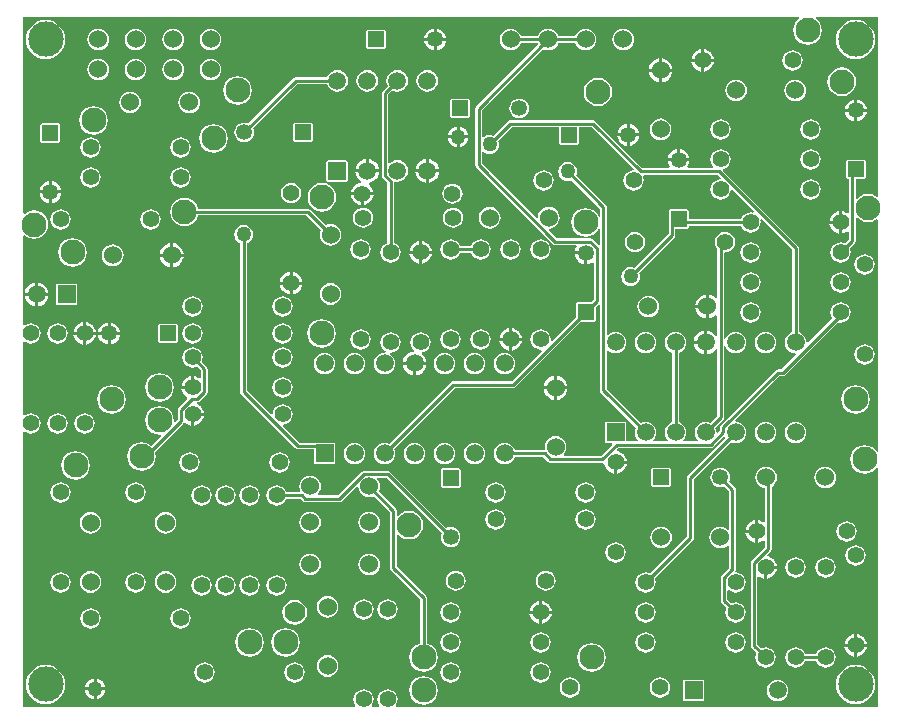
<source format=gbr>
G04 Layer_Physical_Order=2*
G04 Layer_Color=16711680*
%FSLAX24Y24*%
%MOIN*%
%TF.FileFunction,Copper,L2,Bot,Signal*%
%TF.Part,Single*%
G01*
G75*
%TA.AperFunction,Conductor*%
%ADD13C,0.0100*%
%TA.AperFunction,ViaPad*%
%ADD15C,0.1181*%
%ADD16C,0.0600*%
%TA.AperFunction,ComponentPad*%
%ADD17C,0.0551*%
%ADD18C,0.0827*%
%ADD19C,0.0700*%
%ADD20C,0.0600*%
%ADD21R,0.0531X0.0531*%
%ADD22C,0.0531*%
%ADD23R,0.0531X0.0531*%
%ADD24C,0.0591*%
%ADD25R,0.0591X0.0591*%
%ADD26R,0.0591X0.0591*%
%TA.AperFunction,ViaPad*%
%ADD27C,0.0500*%
G36*
X-250Y17279D02*
X-300Y17254D01*
X-351Y17293D01*
X-466Y17341D01*
X-590Y17357D01*
X-714Y17341D01*
X-829Y17293D01*
X-928Y17218D01*
X-955Y17182D01*
X-1002Y17198D01*
Y17835D01*
X-724D01*
X-678Y17854D01*
X-659Y17900D01*
Y18432D01*
X-678Y18477D01*
X-724Y18496D01*
X-1256D01*
X-1302Y18477D01*
X-1321Y18432D01*
Y17900D01*
X-1302Y17854D01*
X-1256Y17835D01*
X-1227D01*
Y16727D01*
X-1277Y16702D01*
X-1311Y16728D01*
X-1402Y16766D01*
X-1450Y16772D01*
Y16400D01*
Y16028D01*
X-1402Y16034D01*
X-1311Y16072D01*
X-1277Y16098D01*
X-1227Y16073D01*
Y15832D01*
X-1355Y15703D01*
X-1412Y15727D01*
X-1500Y15738D01*
X-1588Y15727D01*
X-1669Y15693D01*
X-1739Y15639D01*
X-1793Y15569D01*
X-1827Y15488D01*
X-1838Y15400D01*
X-1827Y15312D01*
X-1793Y15231D01*
X-1739Y15161D01*
X-1669Y15107D01*
X-1588Y15073D01*
X-1500Y15062D01*
X-1412Y15073D01*
X-1331Y15107D01*
X-1261Y15161D01*
X-1207Y15231D01*
X-1173Y15312D01*
X-1162Y15400D01*
X-1173Y15488D01*
X-1197Y15545D01*
X-1035Y15706D01*
X-1011Y15743D01*
X-1002Y15786D01*
X-1002Y15786D01*
Y16562D01*
X-955Y16578D01*
X-928Y16542D01*
X-829Y16466D01*
X-714Y16419D01*
X-590Y16403D01*
X-466Y16419D01*
X-351Y16466D01*
X-300Y16506D01*
X-250Y16481D01*
Y8773D01*
X-300Y8756D01*
X-362Y8838D01*
X-461Y8913D01*
X-576Y8961D01*
X-700Y8977D01*
X-824Y8961D01*
X-939Y8913D01*
X-1038Y8838D01*
X-1113Y8739D01*
X-1161Y8624D01*
X-1177Y8500D01*
X-1161Y8376D01*
X-1113Y8261D01*
X-1038Y8162D01*
X-939Y8087D01*
X-824Y8039D01*
X-700Y8023D01*
X-576Y8039D01*
X-461Y8087D01*
X-362Y8162D01*
X-300Y8244D01*
X-250Y8227D01*
Y250D01*
X-16306D01*
X-16330Y300D01*
X-16307Y331D01*
X-16273Y412D01*
X-16262Y500D01*
X-16273Y588D01*
X-16307Y669D01*
X-16361Y739D01*
X-16431Y793D01*
X-16512Y827D01*
X-16600Y838D01*
X-16688Y827D01*
X-16769Y793D01*
X-16839Y739D01*
X-16893Y669D01*
X-16927Y588D01*
X-16938Y500D01*
X-16927Y412D01*
X-16893Y331D01*
X-16870Y300D01*
X-16894Y250D01*
X-17106D01*
X-17130Y300D01*
X-17107Y331D01*
X-17073Y412D01*
X-17062Y500D01*
X-17073Y588D01*
X-17107Y669D01*
X-17161Y739D01*
X-17231Y793D01*
X-17312Y827D01*
X-17400Y838D01*
X-17488Y827D01*
X-17569Y793D01*
X-17639Y739D01*
X-17693Y669D01*
X-17727Y588D01*
X-17738Y500D01*
X-17727Y412D01*
X-17693Y331D01*
X-17670Y300D01*
X-17694Y250D01*
X-28750D01*
Y9406D01*
X-28700Y9430D01*
X-28669Y9407D01*
X-28588Y9373D01*
X-28500Y9362D01*
X-28412Y9373D01*
X-28331Y9407D01*
X-28261Y9461D01*
X-28207Y9531D01*
X-28173Y9612D01*
X-28162Y9700D01*
X-28173Y9788D01*
X-28207Y9869D01*
X-28261Y9939D01*
X-28331Y9993D01*
X-28412Y10027D01*
X-28500Y10038D01*
X-28588Y10027D01*
X-28669Y9993D01*
X-28700Y9970D01*
X-28750Y9994D01*
Y12406D01*
X-28700Y12430D01*
X-28669Y12407D01*
X-28588Y12373D01*
X-28500Y12362D01*
X-28412Y12373D01*
X-28331Y12407D01*
X-28261Y12461D01*
X-28207Y12531D01*
X-28173Y12612D01*
X-28162Y12700D01*
X-28173Y12788D01*
X-28207Y12869D01*
X-28261Y12939D01*
X-28331Y12993D01*
X-28412Y13027D01*
X-28500Y13038D01*
X-28588Y13027D01*
X-28669Y12993D01*
X-28700Y12970D01*
X-28750Y12994D01*
Y15947D01*
X-28700Y15971D01*
X-28629Y15917D01*
X-28514Y15869D01*
X-28390Y15853D01*
X-28266Y15869D01*
X-28151Y15917D01*
X-28052Y15992D01*
X-27977Y16091D01*
X-27929Y16206D01*
X-27913Y16330D01*
X-27929Y16454D01*
X-27977Y16569D01*
X-28052Y16668D01*
X-28151Y16744D01*
X-28266Y16791D01*
X-28390Y16807D01*
X-28514Y16791D01*
X-28629Y16744D01*
X-28700Y16689D01*
X-28750Y16713D01*
Y23250D01*
X-2873D01*
X-2856Y23200D01*
X-2938Y23138D01*
X-3013Y23039D01*
X-3061Y22924D01*
X-3077Y22800D01*
X-3061Y22676D01*
X-3013Y22561D01*
X-2938Y22462D01*
X-2839Y22387D01*
X-2724Y22339D01*
X-2600Y22323D01*
X-2476Y22339D01*
X-2361Y22387D01*
X-2262Y22462D01*
X-2186Y22561D01*
X-2139Y22676D01*
X-2123Y22800D01*
X-2139Y22924D01*
X-2186Y23039D01*
X-2262Y23138D01*
X-2344Y23200D01*
X-2327Y23250D01*
X-250D01*
Y17279D01*
D02*
G37*
%LPC*%
G36*
X-14700Y9058D02*
X-14793Y9046D01*
X-14879Y9010D01*
X-14953Y8953D01*
X-15010Y8879D01*
X-15046Y8793D01*
X-15058Y8700D01*
X-15046Y8607D01*
X-15010Y8521D01*
X-14953Y8447D01*
X-14879Y8390D01*
X-14793Y8354D01*
X-14700Y8342D01*
X-14607Y8354D01*
X-14521Y8390D01*
X-14447Y8447D01*
X-14390Y8521D01*
X-14354Y8607D01*
X-14342Y8700D01*
X-14354Y8793D01*
X-14390Y8879D01*
X-14447Y8953D01*
X-14521Y9010D01*
X-14607Y9046D01*
X-14700Y9058D01*
D02*
G37*
G36*
X-13700D02*
X-13793Y9046D01*
X-13879Y9010D01*
X-13953Y8953D01*
X-14010Y8879D01*
X-14046Y8793D01*
X-14058Y8700D01*
X-14046Y8607D01*
X-14010Y8521D01*
X-13953Y8447D01*
X-13879Y8390D01*
X-13793Y8354D01*
X-13700Y8342D01*
X-13607Y8354D01*
X-13521Y8390D01*
X-13447Y8447D01*
X-13390Y8521D01*
X-13354Y8607D01*
X-13342Y8700D01*
X-13354Y8793D01*
X-13390Y8879D01*
X-13447Y8953D01*
X-13521Y9010D01*
X-13607Y9046D01*
X-13700Y9058D01*
D02*
G37*
G36*
X-3000Y9758D02*
X-3093Y9746D01*
X-3179Y9710D01*
X-3253Y9653D01*
X-3310Y9579D01*
X-3346Y9493D01*
X-3358Y9400D01*
X-3346Y9307D01*
X-3310Y9221D01*
X-3253Y9147D01*
X-3179Y9090D01*
X-3093Y9054D01*
X-3000Y9042D01*
X-2907Y9054D01*
X-2821Y9090D01*
X-2747Y9147D01*
X-2690Y9221D01*
X-2654Y9307D01*
X-2642Y9400D01*
X-2654Y9493D01*
X-2690Y9579D01*
X-2747Y9653D01*
X-2821Y9710D01*
X-2907Y9746D01*
X-3000Y9758D01*
D02*
G37*
G36*
X-4000D02*
X-4093Y9746D01*
X-4179Y9710D01*
X-4253Y9653D01*
X-4310Y9579D01*
X-4346Y9493D01*
X-4358Y9400D01*
X-4346Y9307D01*
X-4310Y9221D01*
X-4253Y9147D01*
X-4179Y9090D01*
X-4093Y9054D01*
X-4000Y9042D01*
X-3907Y9054D01*
X-3821Y9090D01*
X-3747Y9147D01*
X-3690Y9221D01*
X-3654Y9307D01*
X-3642Y9400D01*
X-3654Y9493D01*
X-3690Y9579D01*
X-3747Y9653D01*
X-3821Y9710D01*
X-3907Y9746D01*
X-4000Y9758D01*
D02*
G37*
G36*
X-21400Y16313D02*
X-21481Y16302D01*
X-21556Y16271D01*
X-21621Y16221D01*
X-21671Y16156D01*
X-21702Y16081D01*
X-21713Y16000D01*
X-21702Y15919D01*
X-21671Y15844D01*
X-21621Y15779D01*
X-21556Y15729D01*
X-21512Y15711D01*
Y10755D01*
X-21512Y10755D01*
X-21504Y10712D01*
X-21479Y10675D01*
X-19670Y8866D01*
X-19634Y8842D01*
X-19591Y8833D01*
X-19591Y8833D01*
X-19060D01*
Y8405D01*
X-19041Y8359D01*
X-18995Y8340D01*
X-18405D01*
X-18359Y8359D01*
X-18340Y8405D01*
Y8995D01*
X-18359Y9041D01*
X-18405Y9060D01*
X-18995D01*
X-19002Y9057D01*
X-19544D01*
X-20101Y9614D01*
X-20080Y9664D01*
X-20012Y9673D01*
X-19931Y9707D01*
X-19861Y9761D01*
X-19807Y9831D01*
X-19773Y9912D01*
X-19762Y10000D01*
X-19773Y10088D01*
X-19807Y10169D01*
X-19861Y10239D01*
X-19931Y10293D01*
X-20012Y10327D01*
X-20100Y10338D01*
X-20188Y10327D01*
X-20269Y10293D01*
X-20339Y10239D01*
X-20393Y10169D01*
X-20427Y10088D01*
X-20436Y10020D01*
X-20486Y9999D01*
X-21288Y10801D01*
Y15711D01*
X-21244Y15729D01*
X-21179Y15779D01*
X-21129Y15844D01*
X-21098Y15919D01*
X-21087Y16000D01*
X-21098Y16081D01*
X-21129Y16156D01*
X-21179Y16221D01*
X-21244Y16271D01*
X-21319Y16302D01*
X-21400Y16313D01*
D02*
G37*
G36*
X-16594Y8122D02*
X-16594Y8122D01*
X-17386D01*
X-17386Y8122D01*
X-17428Y8114D01*
X-17465Y8089D01*
X-17465Y8089D01*
X-18252Y7302D01*
X-18906D01*
X-18921Y7352D01*
X-18870Y7418D01*
X-18834Y7506D01*
X-18821Y7600D01*
X-18834Y7694D01*
X-18870Y7782D01*
X-18928Y7857D01*
X-19003Y7914D01*
X-19090Y7951D01*
X-19184Y7963D01*
X-19278Y7951D01*
X-19366Y7914D01*
X-19441Y7857D01*
X-19499Y7782D01*
X-19535Y7694D01*
X-19547Y7600D01*
X-19535Y7506D01*
X-19517Y7462D01*
X-19550Y7412D01*
X-19983D01*
X-20007Y7469D01*
X-20061Y7539D01*
X-20131Y7593D01*
X-20212Y7627D01*
X-20300Y7638D01*
X-20388Y7627D01*
X-20469Y7593D01*
X-20539Y7539D01*
X-20593Y7469D01*
X-20627Y7388D01*
X-20638Y7300D01*
X-20627Y7212D01*
X-20593Y7131D01*
X-20539Y7061D01*
X-20469Y7007D01*
X-20388Y6973D01*
X-20300Y6962D01*
X-20212Y6973D01*
X-20131Y7007D01*
X-20061Y7061D01*
X-20007Y7131D01*
X-19983Y7188D01*
X-19511D01*
X-19433Y7111D01*
X-19433Y7111D01*
X-19397Y7086D01*
X-19354Y7078D01*
X-18206D01*
X-18206Y7078D01*
X-18163Y7086D01*
X-18126Y7111D01*
X-17623Y7614D01*
X-17577Y7589D01*
X-17566Y7506D01*
X-17530Y7418D01*
X-17472Y7343D01*
X-17397Y7286D01*
X-17310Y7249D01*
X-17216Y7237D01*
X-17122Y7249D01*
X-17052Y7278D01*
X-16526Y6751D01*
Y4886D01*
X-16526Y4886D01*
X-16517Y4843D01*
X-16493Y4807D01*
X-15512Y3826D01*
Y2363D01*
X-15524Y2361D01*
X-15639Y2314D01*
X-15738Y2238D01*
X-15813Y2139D01*
X-15861Y2024D01*
X-15877Y1900D01*
X-15861Y1776D01*
X-15813Y1661D01*
X-15738Y1562D01*
X-15639Y1487D01*
X-15524Y1439D01*
X-15400Y1423D01*
X-15276Y1439D01*
X-15161Y1487D01*
X-15062Y1562D01*
X-14986Y1661D01*
X-14939Y1776D01*
X-14923Y1900D01*
X-14939Y2024D01*
X-14986Y2139D01*
X-15062Y2238D01*
X-15161Y2314D01*
X-15276Y2361D01*
X-15288Y2363D01*
Y3873D01*
X-15296Y3916D01*
X-15321Y3952D01*
X-15321Y3952D01*
X-16301Y4933D01*
Y5991D01*
X-16254Y6007D01*
X-16228Y5972D01*
X-16129Y5896D01*
X-16014Y5849D01*
X-15890Y5833D01*
X-15766Y5849D01*
X-15651Y5896D01*
X-15552Y5972D01*
X-15476Y6071D01*
X-15429Y6186D01*
X-15413Y6310D01*
X-15429Y6434D01*
X-15476Y6549D01*
X-15552Y6648D01*
X-15651Y6723D01*
X-15766Y6771D01*
X-15890Y6787D01*
X-16014Y6771D01*
X-16129Y6723D01*
X-16228Y6648D01*
X-16254Y6613D01*
X-16301Y6629D01*
Y6798D01*
X-16310Y6841D01*
X-16334Y6877D01*
X-16334Y6877D01*
X-16894Y7437D01*
X-16865Y7506D01*
X-16853Y7600D01*
X-16865Y7694D01*
X-16901Y7782D01*
X-16952Y7848D01*
X-16938Y7898D01*
X-16641D01*
X-14796Y6053D01*
X-14817Y6001D01*
X-14829Y5916D01*
X-14817Y5831D01*
X-14785Y5751D01*
X-14732Y5683D01*
X-14664Y5631D01*
X-14585Y5598D01*
X-14500Y5587D01*
X-14415Y5598D01*
X-14336Y5631D01*
X-14268Y5683D01*
X-14215Y5751D01*
X-14183Y5831D01*
X-14171Y5916D01*
X-14183Y6001D01*
X-14215Y6080D01*
X-14268Y6148D01*
X-14336Y6200D01*
X-14415Y6233D01*
X-14500Y6244D01*
X-14585Y6233D01*
X-14637Y6212D01*
X-16515Y8089D01*
X-16551Y8114D01*
X-16594Y8122D01*
D02*
G37*
G36*
X-15700Y9058D02*
X-15793Y9046D01*
X-15879Y9010D01*
X-15953Y8953D01*
X-16010Y8879D01*
X-16046Y8793D01*
X-16058Y8700D01*
X-16046Y8607D01*
X-16010Y8521D01*
X-15953Y8447D01*
X-15879Y8390D01*
X-15793Y8354D01*
X-15700Y8342D01*
X-15607Y8354D01*
X-15521Y8390D01*
X-15447Y8447D01*
X-15390Y8521D01*
X-15354Y8607D01*
X-15342Y8700D01*
X-15354Y8793D01*
X-15390Y8879D01*
X-15447Y8953D01*
X-15521Y9010D01*
X-15607Y9046D01*
X-15700Y9058D01*
D02*
G37*
G36*
X-17700D02*
X-17793Y9046D01*
X-17879Y9010D01*
X-17953Y8953D01*
X-18010Y8879D01*
X-18046Y8793D01*
X-18058Y8700D01*
X-18046Y8607D01*
X-18010Y8521D01*
X-17953Y8447D01*
X-17879Y8390D01*
X-17793Y8354D01*
X-17700Y8342D01*
X-17607Y8354D01*
X-17521Y8390D01*
X-17447Y8447D01*
X-17390Y8521D01*
X-17354Y8607D01*
X-17342Y8700D01*
X-17354Y8793D01*
X-17390Y8879D01*
X-17447Y8953D01*
X-17521Y9010D01*
X-17607Y9046D01*
X-17700Y9058D01*
D02*
G37*
G36*
X-24200Y11377D02*
X-24324Y11361D01*
X-24439Y11314D01*
X-24538Y11238D01*
X-24613Y11139D01*
X-24661Y11024D01*
X-24677Y10900D01*
X-24661Y10776D01*
X-24613Y10661D01*
X-24538Y10562D01*
X-24439Y10487D01*
X-24324Y10439D01*
X-24200Y10423D01*
X-24076Y10439D01*
X-23961Y10487D01*
X-23862Y10562D01*
X-23786Y10661D01*
X-23739Y10776D01*
X-23723Y10900D01*
X-23739Y11024D01*
X-23786Y11139D01*
X-23862Y11238D01*
X-23961Y11314D01*
X-24076Y11361D01*
X-24200Y11377D01*
D02*
G37*
G36*
X-1000Y10977D02*
X-1124Y10961D01*
X-1239Y10913D01*
X-1338Y10838D01*
X-1414Y10739D01*
X-1461Y10624D01*
X-1477Y10500D01*
X-1461Y10376D01*
X-1414Y10261D01*
X-1338Y10162D01*
X-1239Y10086D01*
X-1124Y10039D01*
X-1000Y10023D01*
X-876Y10039D01*
X-761Y10086D01*
X-662Y10162D01*
X-586Y10261D01*
X-539Y10376D01*
X-523Y10500D01*
X-539Y10624D01*
X-586Y10739D01*
X-662Y10838D01*
X-761Y10913D01*
X-876Y10961D01*
X-1000Y10977D01*
D02*
G37*
G36*
X-10603Y10834D02*
X-10950D01*
Y10487D01*
X-10896Y10495D01*
X-10798Y10535D01*
X-10715Y10599D01*
X-10651Y10683D01*
X-10610Y10780D01*
X-10603Y10834D01*
D02*
G37*
G36*
X-11050D02*
X-11397D01*
X-11390Y10780D01*
X-11349Y10683D01*
X-11285Y10599D01*
X-11202Y10535D01*
X-11104Y10495D01*
X-11050Y10487D01*
Y10834D01*
D02*
G37*
G36*
X-26700Y10038D02*
X-26788Y10027D01*
X-26869Y9993D01*
X-26939Y9939D01*
X-26993Y9869D01*
X-27027Y9788D01*
X-27038Y9700D01*
X-27027Y9612D01*
X-26993Y9531D01*
X-26939Y9461D01*
X-26869Y9407D01*
X-26788Y9373D01*
X-26700Y9362D01*
X-26612Y9373D01*
X-26531Y9407D01*
X-26461Y9461D01*
X-26407Y9531D01*
X-26373Y9612D01*
X-26362Y9700D01*
X-26373Y9788D01*
X-26407Y9869D01*
X-26461Y9939D01*
X-26531Y9993D01*
X-26612Y10027D01*
X-26700Y10038D01*
D02*
G37*
G36*
X-27600D02*
X-27688Y10027D01*
X-27769Y9993D01*
X-27839Y9939D01*
X-27893Y9869D01*
X-27927Y9788D01*
X-27938Y9700D01*
X-27927Y9612D01*
X-27893Y9531D01*
X-27839Y9461D01*
X-27769Y9407D01*
X-27688Y9373D01*
X-27600Y9362D01*
X-27512Y9373D01*
X-27431Y9407D01*
X-27361Y9461D01*
X-27307Y9531D01*
X-27273Y9612D01*
X-27262Y9700D01*
X-27273Y9788D01*
X-27307Y9869D01*
X-27361Y9939D01*
X-27431Y9993D01*
X-27512Y10027D01*
X-27600Y10038D01*
D02*
G37*
G36*
X-25800Y10977D02*
X-25924Y10961D01*
X-26039Y10913D01*
X-26138Y10838D01*
X-26214Y10739D01*
X-26261Y10624D01*
X-26277Y10500D01*
X-26261Y10376D01*
X-26214Y10261D01*
X-26138Y10162D01*
X-26039Y10086D01*
X-25924Y10039D01*
X-25800Y10023D01*
X-25676Y10039D01*
X-25561Y10086D01*
X-25462Y10162D01*
X-25387Y10261D01*
X-25339Y10376D01*
X-25323Y10500D01*
X-25339Y10624D01*
X-25387Y10739D01*
X-25462Y10838D01*
X-25561Y10913D01*
X-25676Y10961D01*
X-25800Y10977D01*
D02*
G37*
G36*
X-22728Y9950D02*
X-23050D01*
Y9628D01*
X-23002Y9634D01*
X-22911Y9672D01*
X-22832Y9732D01*
X-22772Y9811D01*
X-22734Y9902D01*
X-22728Y9950D01*
D02*
G37*
G36*
X-20200Y8738D02*
X-20288Y8727D01*
X-20369Y8693D01*
X-20439Y8639D01*
X-20493Y8569D01*
X-20527Y8488D01*
X-20538Y8400D01*
X-20527Y8312D01*
X-20493Y8231D01*
X-20439Y8161D01*
X-20369Y8107D01*
X-20288Y8073D01*
X-20200Y8062D01*
X-20112Y8073D01*
X-20031Y8107D01*
X-19961Y8161D01*
X-19907Y8231D01*
X-19873Y8312D01*
X-19862Y8400D01*
X-19873Y8488D01*
X-19907Y8569D01*
X-19961Y8639D01*
X-20031Y8693D01*
X-20112Y8727D01*
X-20200Y8738D01*
D02*
G37*
G36*
X-21200Y7638D02*
X-21288Y7627D01*
X-21369Y7593D01*
X-21439Y7539D01*
X-21493Y7469D01*
X-21527Y7388D01*
X-21538Y7300D01*
X-21527Y7212D01*
X-21493Y7131D01*
X-21439Y7061D01*
X-21369Y7007D01*
X-21288Y6973D01*
X-21200Y6962D01*
X-21112Y6973D01*
X-21031Y7007D01*
X-20961Y7061D01*
X-20907Y7131D01*
X-20873Y7212D01*
X-20862Y7300D01*
X-20873Y7388D01*
X-20907Y7469D01*
X-20961Y7539D01*
X-21031Y7593D01*
X-21112Y7627D01*
X-21200Y7638D01*
D02*
G37*
G36*
X-22000D02*
X-22088Y7627D01*
X-22169Y7593D01*
X-22239Y7539D01*
X-22293Y7469D01*
X-22327Y7388D01*
X-22338Y7300D01*
X-22327Y7212D01*
X-22293Y7131D01*
X-22239Y7061D01*
X-22169Y7007D01*
X-22088Y6973D01*
X-22000Y6962D01*
X-21912Y6973D01*
X-21831Y7007D01*
X-21761Y7061D01*
X-21707Y7131D01*
X-21673Y7212D01*
X-21662Y7300D01*
X-21673Y7388D01*
X-21707Y7469D01*
X-21761Y7539D01*
X-21831Y7593D01*
X-21912Y7627D01*
X-22000Y7638D01*
D02*
G37*
G36*
X-25000Y7738D02*
X-25088Y7727D01*
X-25169Y7693D01*
X-25239Y7639D01*
X-25293Y7569D01*
X-25327Y7488D01*
X-25338Y7400D01*
X-25327Y7312D01*
X-25293Y7231D01*
X-25239Y7161D01*
X-25169Y7107D01*
X-25088Y7073D01*
X-25000Y7062D01*
X-24912Y7073D01*
X-24831Y7107D01*
X-24761Y7161D01*
X-24707Y7231D01*
X-24673Y7312D01*
X-24662Y7400D01*
X-24673Y7488D01*
X-24707Y7569D01*
X-24761Y7639D01*
X-24831Y7693D01*
X-24912Y7727D01*
X-25000Y7738D01*
D02*
G37*
G36*
X-27500D02*
X-27588Y7727D01*
X-27669Y7693D01*
X-27739Y7639D01*
X-27793Y7569D01*
X-27827Y7488D01*
X-27838Y7400D01*
X-27827Y7312D01*
X-27793Y7231D01*
X-27739Y7161D01*
X-27669Y7107D01*
X-27588Y7073D01*
X-27500Y7062D01*
X-27412Y7073D01*
X-27331Y7107D01*
X-27261Y7161D01*
X-27207Y7231D01*
X-27173Y7312D01*
X-27162Y7400D01*
X-27173Y7488D01*
X-27207Y7569D01*
X-27261Y7639D01*
X-27331Y7693D01*
X-27412Y7727D01*
X-27500Y7738D01*
D02*
G37*
G36*
X-5516Y8229D02*
X-5601Y8217D01*
X-5680Y8185D01*
X-5748Y8132D01*
X-5800Y8064D01*
X-5833Y7985D01*
X-5844Y7900D01*
X-5833Y7815D01*
X-5800Y7736D01*
X-5748Y7668D01*
X-5680Y7615D01*
X-5601Y7583D01*
X-5516Y7571D01*
X-5431Y7583D01*
X-5379Y7604D01*
X-5218Y7444D01*
Y6178D01*
X-5268Y6164D01*
X-5334Y6214D01*
X-5422Y6251D01*
X-5516Y6263D01*
X-5610Y6251D01*
X-5697Y6214D01*
X-5773Y6157D01*
X-5830Y6082D01*
X-5866Y5994D01*
X-5879Y5900D01*
X-5866Y5806D01*
X-5830Y5718D01*
X-5773Y5643D01*
X-5697Y5586D01*
X-5610Y5549D01*
X-5516Y5537D01*
X-5422Y5549D01*
X-5334Y5586D01*
X-5268Y5636D01*
X-5218Y5622D01*
Y4886D01*
X-5465Y4639D01*
X-5489Y4603D01*
X-5498Y4560D01*
X-5498Y4560D01*
Y3786D01*
X-5498Y3786D01*
X-5489Y3743D01*
X-5465Y3706D01*
X-5303Y3545D01*
X-5327Y3488D01*
X-5338Y3400D01*
X-5327Y3312D01*
X-5293Y3231D01*
X-5239Y3161D01*
X-5169Y3107D01*
X-5088Y3073D01*
X-5000Y3062D01*
X-4912Y3073D01*
X-4831Y3107D01*
X-4761Y3161D01*
X-4707Y3231D01*
X-4673Y3312D01*
X-4662Y3400D01*
X-4673Y3488D01*
X-4707Y3569D01*
X-4761Y3639D01*
X-4831Y3693D01*
X-4912Y3727D01*
X-5000Y3738D01*
X-5088Y3727D01*
X-5145Y3703D01*
X-5273Y3832D01*
Y4127D01*
X-5223Y4148D01*
X-5169Y4107D01*
X-5088Y4073D01*
X-5000Y4062D01*
X-4912Y4073D01*
X-4831Y4107D01*
X-4761Y4161D01*
X-4707Y4231D01*
X-4673Y4312D01*
X-4662Y4400D01*
X-4673Y4488D01*
X-4707Y4569D01*
X-4761Y4639D01*
X-4831Y4693D01*
X-4912Y4727D01*
X-4982Y4736D01*
X-5006Y4775D01*
X-5008Y4788D01*
X-5002Y4797D01*
X-4994Y4840D01*
X-4994Y4840D01*
Y7490D01*
X-4994Y7490D01*
X-5002Y7533D01*
X-5026Y7569D01*
X-5026Y7569D01*
X-5220Y7763D01*
X-5198Y7815D01*
X-5187Y7900D01*
X-5198Y7985D01*
X-5231Y8064D01*
X-5283Y8132D01*
X-5351Y8185D01*
X-5431Y8217D01*
X-5516Y8229D01*
D02*
G37*
G36*
X-10000Y6838D02*
X-10088Y6827D01*
X-10169Y6793D01*
X-10239Y6739D01*
X-10293Y6669D01*
X-10327Y6588D01*
X-10338Y6500D01*
X-10327Y6412D01*
X-10293Y6331D01*
X-10239Y6261D01*
X-10169Y6207D01*
X-10088Y6173D01*
X-10000Y6162D01*
X-9912Y6173D01*
X-9831Y6207D01*
X-9761Y6261D01*
X-9707Y6331D01*
X-9673Y6412D01*
X-9662Y6500D01*
X-9673Y6588D01*
X-9707Y6669D01*
X-9761Y6739D01*
X-9831Y6793D01*
X-9912Y6827D01*
X-10000Y6838D01*
D02*
G37*
G36*
X-22800Y7638D02*
X-22888Y7627D01*
X-22969Y7593D01*
X-23039Y7539D01*
X-23093Y7469D01*
X-23127Y7388D01*
X-23138Y7300D01*
X-23127Y7212D01*
X-23093Y7131D01*
X-23039Y7061D01*
X-22969Y7007D01*
X-22888Y6973D01*
X-22800Y6962D01*
X-22712Y6973D01*
X-22631Y7007D01*
X-22561Y7061D01*
X-22507Y7131D01*
X-22473Y7212D01*
X-22462Y7300D01*
X-22473Y7388D01*
X-22507Y7469D01*
X-22561Y7539D01*
X-22631Y7593D01*
X-22712Y7627D01*
X-22800Y7638D01*
D02*
G37*
G36*
X-3984Y8263D02*
X-4078Y8251D01*
X-4166Y8214D01*
X-4241Y8157D01*
X-4299Y8082D01*
X-4335Y7994D01*
X-4347Y7900D01*
X-4335Y7806D01*
X-4299Y7718D01*
X-4241Y7643D01*
X-4166Y7586D01*
X-4078Y7549D01*
X-4027Y7542D01*
Y6427D01*
X-4077Y6402D01*
X-4111Y6428D01*
X-4202Y6466D01*
X-4250Y6472D01*
Y6100D01*
Y5728D01*
X-4202Y5734D01*
X-4111Y5772D01*
X-4077Y5798D01*
X-4027Y5773D01*
Y5577D01*
X-4465Y5139D01*
X-4489Y5103D01*
X-4498Y5060D01*
X-4498Y5060D01*
Y2286D01*
X-4498Y2286D01*
X-4489Y2243D01*
X-4465Y2206D01*
X-4303Y2045D01*
X-4327Y1988D01*
X-4338Y1900D01*
X-4327Y1812D01*
X-4293Y1731D01*
X-4239Y1661D01*
X-4169Y1607D01*
X-4088Y1573D01*
X-4000Y1562D01*
X-3912Y1573D01*
X-3831Y1607D01*
X-3761Y1661D01*
X-3707Y1731D01*
X-3673Y1812D01*
X-3662Y1900D01*
X-3673Y1988D01*
X-3707Y2069D01*
X-3761Y2139D01*
X-3831Y2193D01*
X-3912Y2227D01*
X-4000Y2238D01*
X-4088Y2227D01*
X-4145Y2203D01*
X-4273Y2332D01*
Y4573D01*
X-4223Y4598D01*
X-4189Y4572D01*
X-4098Y4534D01*
X-4050Y4528D01*
Y4900D01*
X-4000D01*
Y4950D01*
X-3628D01*
X-3634Y4998D01*
X-3672Y5089D01*
X-3732Y5168D01*
X-3811Y5228D01*
X-3902Y5266D01*
X-3944Y5272D01*
X-3962Y5324D01*
X-3835Y5452D01*
X-3811Y5488D01*
X-3802Y5531D01*
X-3802Y5531D01*
Y7586D01*
X-3728Y7643D01*
X-3670Y7718D01*
X-3634Y7806D01*
X-3621Y7900D01*
X-3634Y7994D01*
X-3670Y8082D01*
X-3728Y8157D01*
X-3803Y8214D01*
X-3890Y8251D01*
X-3984Y8263D01*
D02*
G37*
G36*
X-27000Y8777D02*
X-27124Y8761D01*
X-27239Y8713D01*
X-27338Y8638D01*
X-27413Y8539D01*
X-27461Y8424D01*
X-27477Y8300D01*
X-27461Y8176D01*
X-27413Y8061D01*
X-27338Y7962D01*
X-27239Y7886D01*
X-27124Y7839D01*
X-27000Y7823D01*
X-26876Y7839D01*
X-26761Y7886D01*
X-26662Y7962D01*
X-26586Y8061D01*
X-26539Y8176D01*
X-26523Y8300D01*
X-26539Y8424D01*
X-26586Y8539D01*
X-26662Y8638D01*
X-26761Y8713D01*
X-26876Y8761D01*
X-27000Y8777D01*
D02*
G37*
G36*
X-7218Y8231D02*
X-7750D01*
X-7796Y8212D01*
X-7815Y8166D01*
Y7634D01*
X-7796Y7588D01*
X-7750Y7569D01*
X-7218D01*
X-7173Y7588D01*
X-7154Y7634D01*
Y8166D01*
X-7173Y8212D01*
X-7218Y8231D01*
D02*
G37*
G36*
X-23200Y8738D02*
X-23288Y8727D01*
X-23369Y8693D01*
X-23439Y8639D01*
X-23493Y8569D01*
X-23527Y8488D01*
X-23538Y8400D01*
X-23527Y8312D01*
X-23493Y8231D01*
X-23439Y8161D01*
X-23369Y8107D01*
X-23288Y8073D01*
X-23200Y8062D01*
X-23112Y8073D01*
X-23031Y8107D01*
X-22961Y8161D01*
X-22907Y8231D01*
X-22873Y8312D01*
X-22862Y8400D01*
X-22873Y8488D01*
X-22907Y8569D01*
X-22961Y8639D01*
X-23031Y8693D01*
X-23112Y8727D01*
X-23200Y8738D01*
D02*
G37*
G36*
X-8628Y8350D02*
X-8950D01*
Y8028D01*
X-8902Y8034D01*
X-8811Y8072D01*
X-8732Y8132D01*
X-8672Y8211D01*
X-8634Y8302D01*
X-8628Y8350D01*
D02*
G37*
G36*
X-10000Y7738D02*
X-10088Y7727D01*
X-10169Y7693D01*
X-10239Y7639D01*
X-10293Y7569D01*
X-10327Y7488D01*
X-10338Y7400D01*
X-10327Y7312D01*
X-10293Y7231D01*
X-10239Y7161D01*
X-10169Y7107D01*
X-10088Y7073D01*
X-10000Y7062D01*
X-9912Y7073D01*
X-9831Y7107D01*
X-9761Y7161D01*
X-9707Y7231D01*
X-9673Y7312D01*
X-9662Y7400D01*
X-9673Y7488D01*
X-9707Y7569D01*
X-9761Y7639D01*
X-9831Y7693D01*
X-9912Y7727D01*
X-10000Y7738D01*
D02*
G37*
G36*
X-13000D02*
X-13088Y7727D01*
X-13169Y7693D01*
X-13239Y7639D01*
X-13293Y7569D01*
X-13327Y7488D01*
X-13338Y7400D01*
X-13327Y7312D01*
X-13293Y7231D01*
X-13239Y7161D01*
X-13169Y7107D01*
X-13088Y7073D01*
X-13000Y7062D01*
X-12912Y7073D01*
X-12831Y7107D01*
X-12761Y7161D01*
X-12707Y7231D01*
X-12673Y7312D01*
X-12662Y7400D01*
X-12673Y7488D01*
X-12707Y7569D01*
X-12761Y7639D01*
X-12831Y7693D01*
X-12912Y7727D01*
X-13000Y7738D01*
D02*
G37*
G36*
X-14234Y8215D02*
X-14766D01*
X-14812Y8196D01*
X-14831Y8150D01*
Y7618D01*
X-14812Y7573D01*
X-14766Y7554D01*
X-14234D01*
X-14188Y7573D01*
X-14169Y7618D01*
Y8150D01*
X-14188Y8196D01*
X-14234Y8215D01*
D02*
G37*
G36*
X-2016Y8263D02*
X-2110Y8251D01*
X-2197Y8214D01*
X-2272Y8157D01*
X-2330Y8082D01*
X-2366Y7994D01*
X-2379Y7900D01*
X-2366Y7806D01*
X-2330Y7718D01*
X-2272Y7643D01*
X-2197Y7586D01*
X-2110Y7549D01*
X-2016Y7537D01*
X-1922Y7549D01*
X-1834Y7586D01*
X-1759Y7643D01*
X-1701Y7718D01*
X-1665Y7806D01*
X-1653Y7900D01*
X-1665Y7994D01*
X-1701Y8082D01*
X-1759Y8157D01*
X-1834Y8214D01*
X-1922Y8251D01*
X-2016Y8263D01*
D02*
G37*
G36*
X-26750Y12650D02*
X-27072D01*
X-27066Y12602D01*
X-27028Y12511D01*
X-26968Y12432D01*
X-26889Y12372D01*
X-26798Y12334D01*
X-26750Y12328D01*
Y12650D01*
D02*
G37*
G36*
X-18800Y13177D02*
X-18924Y13161D01*
X-19039Y13113D01*
X-19138Y13038D01*
X-19214Y12939D01*
X-19261Y12824D01*
X-19277Y12700D01*
X-19261Y12576D01*
X-19214Y12461D01*
X-19138Y12362D01*
X-19039Y12286D01*
X-18924Y12239D01*
X-18800Y12223D01*
X-18676Y12239D01*
X-18561Y12286D01*
X-18462Y12362D01*
X-18386Y12461D01*
X-18339Y12576D01*
X-18323Y12700D01*
X-18339Y12824D01*
X-18386Y12939D01*
X-18462Y13038D01*
X-18561Y13113D01*
X-18676Y13161D01*
X-18800Y13177D01*
D02*
G37*
G36*
X-25934Y12650D02*
X-26247D01*
X-26241Y12605D01*
X-26204Y12516D01*
X-26145Y12439D01*
X-26069Y12381D01*
X-25980Y12344D01*
X-25934Y12338D01*
Y12650D01*
D02*
G37*
G36*
X-26328Y12650D02*
X-26650D01*
Y12328D01*
X-26602Y12334D01*
X-26511Y12372D01*
X-26432Y12432D01*
X-26372Y12511D01*
X-26334Y12602D01*
X-26328Y12650D01*
D02*
G37*
G36*
X-17500Y12838D02*
X-17588Y12827D01*
X-17669Y12793D01*
X-17739Y12739D01*
X-17793Y12669D01*
X-17827Y12588D01*
X-17838Y12500D01*
X-17827Y12412D01*
X-17793Y12331D01*
X-17739Y12261D01*
X-17669Y12207D01*
X-17588Y12173D01*
X-17500Y12162D01*
X-17412Y12173D01*
X-17331Y12207D01*
X-17261Y12261D01*
X-17207Y12331D01*
X-17173Y12412D01*
X-17162Y12500D01*
X-17173Y12588D01*
X-17207Y12669D01*
X-17261Y12739D01*
X-17331Y12793D01*
X-17412Y12827D01*
X-17500Y12838D01*
D02*
G37*
G36*
X-12128Y12450D02*
X-12450D01*
Y12128D01*
X-12402Y12134D01*
X-12311Y12172D01*
X-12232Y12232D01*
X-12172Y12311D01*
X-12134Y12402D01*
X-12128Y12450D01*
D02*
G37*
G36*
X-13500Y12838D02*
X-13588Y12827D01*
X-13669Y12793D01*
X-13739Y12739D01*
X-13793Y12669D01*
X-13827Y12588D01*
X-13838Y12500D01*
X-13827Y12412D01*
X-13793Y12331D01*
X-13739Y12261D01*
X-13669Y12207D01*
X-13588Y12173D01*
X-13500Y12162D01*
X-13412Y12173D01*
X-13331Y12207D01*
X-13261Y12261D01*
X-13207Y12331D01*
X-13173Y12412D01*
X-13162Y12500D01*
X-13173Y12588D01*
X-13207Y12669D01*
X-13261Y12739D01*
X-13331Y12793D01*
X-13412Y12827D01*
X-13500Y12838D01*
D02*
G37*
G36*
X-14500D02*
X-14588Y12827D01*
X-14669Y12793D01*
X-14739Y12739D01*
X-14793Y12669D01*
X-14827Y12588D01*
X-14838Y12500D01*
X-14827Y12412D01*
X-14793Y12331D01*
X-14739Y12261D01*
X-14669Y12207D01*
X-14588Y12173D01*
X-14500Y12162D01*
X-14412Y12173D01*
X-14331Y12207D01*
X-14261Y12261D01*
X-14207Y12331D01*
X-14173Y12412D01*
X-14162Y12500D01*
X-14173Y12588D01*
X-14207Y12669D01*
X-14261Y12739D01*
X-14331Y12793D01*
X-14412Y12827D01*
X-14500Y12838D01*
D02*
G37*
G36*
X-12550Y12872D02*
X-12598Y12866D01*
X-12689Y12828D01*
X-12768Y12768D01*
X-12828Y12689D01*
X-12866Y12598D01*
X-12872Y12550D01*
X-12550D01*
Y12872D01*
D02*
G37*
G36*
X-23650Y13031D02*
X-24181D01*
X-24227Y13012D01*
X-24246Y12966D01*
Y12434D01*
X-24227Y12388D01*
X-24181Y12369D01*
X-23650D01*
X-23604Y12388D01*
X-23585Y12434D01*
Y12966D01*
X-23604Y13012D01*
X-23650Y13031D01*
D02*
G37*
G36*
X-26750Y13072D02*
X-26798Y13066D01*
X-26889Y13028D01*
X-26968Y12968D01*
X-27028Y12889D01*
X-27066Y12798D01*
X-27072Y12750D01*
X-26750D01*
Y13072D01*
D02*
G37*
G36*
X-12450Y12872D02*
Y12550D01*
X-12128D01*
X-12134Y12598D01*
X-12172Y12689D01*
X-12232Y12768D01*
X-12311Y12828D01*
X-12402Y12866D01*
X-12450Y12872D01*
D02*
G37*
G36*
X-27600Y13038D02*
X-27688Y13027D01*
X-27769Y12993D01*
X-27839Y12939D01*
X-27893Y12869D01*
X-27927Y12788D01*
X-27938Y12700D01*
X-27927Y12612D01*
X-27893Y12531D01*
X-27839Y12461D01*
X-27769Y12407D01*
X-27688Y12373D01*
X-27600Y12362D01*
X-27512Y12373D01*
X-27431Y12407D01*
X-27361Y12461D01*
X-27307Y12531D01*
X-27273Y12612D01*
X-27262Y12700D01*
X-27273Y12788D01*
X-27307Y12869D01*
X-27361Y12939D01*
X-27431Y12993D01*
X-27512Y13027D01*
X-27600Y13038D01*
D02*
G37*
G36*
X-25522Y12650D02*
X-25834D01*
Y12338D01*
X-25789Y12344D01*
X-25700Y12381D01*
X-25623Y12439D01*
X-25565Y12516D01*
X-25528Y12605D01*
X-25522Y12650D01*
D02*
G37*
G36*
X-20100Y13038D02*
X-20188Y13027D01*
X-20269Y12993D01*
X-20339Y12939D01*
X-20393Y12869D01*
X-20427Y12788D01*
X-20438Y12700D01*
X-20427Y12612D01*
X-20393Y12531D01*
X-20339Y12461D01*
X-20269Y12407D01*
X-20188Y12373D01*
X-20100Y12362D01*
X-20012Y12373D01*
X-19931Y12407D01*
X-19861Y12461D01*
X-19807Y12531D01*
X-19773Y12612D01*
X-19762Y12700D01*
X-19773Y12788D01*
X-19807Y12869D01*
X-19861Y12939D01*
X-19931Y12993D01*
X-20012Y13027D01*
X-20100Y13038D01*
D02*
G37*
G36*
X-23100D02*
X-23188Y13027D01*
X-23269Y12993D01*
X-23339Y12939D01*
X-23393Y12869D01*
X-23427Y12788D01*
X-23438Y12700D01*
X-23427Y12612D01*
X-23393Y12531D01*
X-23339Y12461D01*
X-23269Y12407D01*
X-23188Y12373D01*
X-23100Y12362D01*
X-23012Y12373D01*
X-22931Y12407D01*
X-22861Y12461D01*
X-22807Y12531D01*
X-22773Y12612D01*
X-22762Y12700D01*
X-22773Y12788D01*
X-22807Y12869D01*
X-22861Y12939D01*
X-22931Y12993D01*
X-23012Y13027D01*
X-23100Y13038D01*
D02*
G37*
G36*
X-12550Y12450D02*
X-12872D01*
X-12866Y12402D01*
X-12828Y12311D01*
X-12768Y12232D01*
X-12689Y12172D01*
X-12598Y12134D01*
X-12550Y12128D01*
Y12450D01*
D02*
G37*
G36*
X-15750Y11650D02*
X-16092D01*
X-16085Y11597D01*
X-16045Y11501D01*
X-15982Y11418D01*
X-15899Y11355D01*
X-15803Y11315D01*
X-15750Y11308D01*
Y11650D01*
D02*
G37*
G36*
X-23100Y12238D02*
X-23188Y12227D01*
X-23269Y12193D01*
X-23339Y12139D01*
X-23393Y12069D01*
X-23427Y11988D01*
X-23438Y11900D01*
X-23427Y11812D01*
X-23393Y11731D01*
X-23339Y11661D01*
X-23269Y11607D01*
X-23188Y11573D01*
X-23100Y11562D01*
X-23012Y11573D01*
X-22955Y11597D01*
X-22827Y11468D01*
Y11227D01*
X-22877Y11202D01*
X-22911Y11228D01*
X-23002Y11266D01*
X-23050Y11272D01*
Y10900D01*
X-23100D01*
Y10850D01*
X-23472D01*
X-23466Y10802D01*
X-23428Y10711D01*
X-23368Y10632D01*
X-23297Y10578D01*
X-23280Y10525D01*
X-23280Y10524D01*
X-23565Y10239D01*
X-23589Y10203D01*
X-23598Y10160D01*
X-23598Y10160D01*
Y9821D01*
X-23683Y9735D01*
X-23728Y9757D01*
X-23723Y9800D01*
X-23739Y9924D01*
X-23786Y10039D01*
X-23862Y10138D01*
X-23961Y10214D01*
X-24076Y10261D01*
X-24200Y10277D01*
X-24324Y10261D01*
X-24439Y10214D01*
X-24538Y10138D01*
X-24613Y10039D01*
X-24661Y9924D01*
X-24677Y9800D01*
X-24661Y9676D01*
X-24613Y9561D01*
X-24538Y9462D01*
X-24439Y9387D01*
X-24324Y9339D01*
X-24200Y9323D01*
X-24157Y9328D01*
X-24135Y9283D01*
X-24473Y8946D01*
X-24561Y9014D01*
X-24676Y9061D01*
X-24800Y9077D01*
X-24924Y9061D01*
X-25039Y9014D01*
X-25138Y8938D01*
X-25213Y8839D01*
X-25261Y8724D01*
X-25277Y8600D01*
X-25261Y8476D01*
X-25213Y8361D01*
X-25138Y8262D01*
X-25039Y8187D01*
X-24924Y8139D01*
X-24800Y8123D01*
X-24676Y8139D01*
X-24561Y8187D01*
X-24462Y8262D01*
X-24386Y8361D01*
X-24339Y8476D01*
X-24323Y8600D01*
X-24339Y8724D01*
X-24350Y8751D01*
X-23406Y9695D01*
X-23403Y9699D01*
X-23402Y9700D01*
X-23339Y9710D01*
X-23289Y9672D01*
X-23198Y9634D01*
X-23150Y9628D01*
Y10000D01*
X-23100D01*
Y10050D01*
X-22728D01*
X-22734Y10098D01*
X-22772Y10189D01*
X-22832Y10268D01*
X-22911Y10328D01*
X-22927Y10335D01*
X-22944Y10396D01*
X-22940Y10402D01*
X-22897Y10411D01*
X-22861Y10435D01*
X-22635Y10661D01*
X-22611Y10697D01*
X-22602Y10740D01*
X-22602Y10740D01*
Y11514D01*
X-22602Y11514D01*
X-22611Y11557D01*
X-22635Y11594D01*
X-22797Y11755D01*
X-22773Y11812D01*
X-22762Y11900D01*
X-22773Y11988D01*
X-22807Y12069D01*
X-22861Y12139D01*
X-22931Y12193D01*
X-23012Y12227D01*
X-23100Y12238D01*
D02*
G37*
G36*
X-18700Y12058D02*
X-18793Y12046D01*
X-18879Y12010D01*
X-18953Y11953D01*
X-19010Y11879D01*
X-19046Y11793D01*
X-19058Y11700D01*
X-19046Y11607D01*
X-19010Y11521D01*
X-18953Y11447D01*
X-18879Y11390D01*
X-18793Y11354D01*
X-18700Y11342D01*
X-18607Y11354D01*
X-18521Y11390D01*
X-18447Y11447D01*
X-18390Y11521D01*
X-18354Y11607D01*
X-18342Y11700D01*
X-18354Y11793D01*
X-18390Y11879D01*
X-18447Y11953D01*
X-18521Y12010D01*
X-18607Y12046D01*
X-18700Y12058D01*
D02*
G37*
G36*
X-15308Y11650D02*
X-15650D01*
Y11308D01*
X-15597Y11315D01*
X-15501Y11355D01*
X-15418Y11418D01*
X-15355Y11501D01*
X-15315Y11597D01*
X-15308Y11650D01*
D02*
G37*
G36*
X-11050Y11281D02*
X-11104Y11274D01*
X-11202Y11234D01*
X-11285Y11170D01*
X-11349Y11086D01*
X-11390Y10989D01*
X-11397Y10934D01*
X-11050D01*
Y11281D01*
D02*
G37*
G36*
X-20100Y11238D02*
X-20188Y11227D01*
X-20269Y11193D01*
X-20339Y11139D01*
X-20393Y11069D01*
X-20427Y10988D01*
X-20438Y10900D01*
X-20427Y10812D01*
X-20393Y10731D01*
X-20339Y10661D01*
X-20269Y10607D01*
X-20188Y10573D01*
X-20100Y10562D01*
X-20012Y10573D01*
X-19931Y10607D01*
X-19861Y10661D01*
X-19807Y10731D01*
X-19773Y10812D01*
X-19762Y10900D01*
X-19773Y10988D01*
X-19807Y11069D01*
X-19861Y11139D01*
X-19931Y11193D01*
X-20012Y11227D01*
X-20100Y11238D01*
D02*
G37*
G36*
X-23150Y11272D02*
X-23198Y11266D01*
X-23289Y11228D01*
X-23368Y11168D01*
X-23428Y11089D01*
X-23466Y10998D01*
X-23472Y10950D01*
X-23150D01*
Y11272D01*
D02*
G37*
G36*
X-10950Y11281D02*
Y10934D01*
X-10603D01*
X-10610Y10989D01*
X-10651Y11086D01*
X-10715Y11170D01*
X-10798Y11234D01*
X-10896Y11274D01*
X-10950Y11281D01*
D02*
G37*
G36*
X-700Y12338D02*
X-788Y12327D01*
X-869Y12293D01*
X-939Y12239D01*
X-993Y12169D01*
X-1027Y12088D01*
X-1038Y12000D01*
X-1027Y11912D01*
X-993Y11831D01*
X-939Y11761D01*
X-869Y11707D01*
X-788Y11673D01*
X-700Y11662D01*
X-612Y11673D01*
X-531Y11707D01*
X-461Y11761D01*
X-407Y11831D01*
X-373Y11912D01*
X-362Y12000D01*
X-373Y12088D01*
X-407Y12169D01*
X-461Y12239D01*
X-531Y12293D01*
X-612Y12327D01*
X-700Y12338D01*
D02*
G37*
G36*
X-20100Y12238D02*
X-20188Y12227D01*
X-20269Y12193D01*
X-20339Y12139D01*
X-20393Y12069D01*
X-20427Y11988D01*
X-20438Y11900D01*
X-20427Y11812D01*
X-20393Y11731D01*
X-20339Y11661D01*
X-20269Y11607D01*
X-20188Y11573D01*
X-20100Y11562D01*
X-20012Y11573D01*
X-19931Y11607D01*
X-19861Y11661D01*
X-19807Y11731D01*
X-19773Y11812D01*
X-19762Y11900D01*
X-19773Y11988D01*
X-19807Y12069D01*
X-19861Y12139D01*
X-19931Y12193D01*
X-20012Y12227D01*
X-20100Y12238D01*
D02*
G37*
G36*
X-16500Y12738D02*
X-16588Y12727D01*
X-16669Y12693D01*
X-16739Y12639D01*
X-16793Y12569D01*
X-16827Y12488D01*
X-16838Y12400D01*
X-16827Y12312D01*
X-16793Y12231D01*
X-16739Y12161D01*
X-16669Y12107D01*
X-16662Y12104D01*
X-16675Y12055D01*
X-16700Y12058D01*
X-16793Y12046D01*
X-16879Y12010D01*
X-16953Y11953D01*
X-17010Y11879D01*
X-17046Y11793D01*
X-17058Y11700D01*
X-17046Y11607D01*
X-17010Y11521D01*
X-16953Y11447D01*
X-16879Y11390D01*
X-16793Y11354D01*
X-16700Y11342D01*
X-16607Y11354D01*
X-16521Y11390D01*
X-16447Y11447D01*
X-16390Y11521D01*
X-16354Y11607D01*
X-16342Y11700D01*
X-16354Y11793D01*
X-16390Y11879D01*
X-16447Y11953D01*
X-16521Y12010D01*
X-16533Y12015D01*
X-16520Y12064D01*
X-16500Y12062D01*
X-16412Y12073D01*
X-16331Y12107D01*
X-16261Y12161D01*
X-16207Y12231D01*
X-16173Y12312D01*
X-16162Y12400D01*
X-16173Y12488D01*
X-16207Y12569D01*
X-16261Y12639D01*
X-16331Y12693D01*
X-16412Y12727D01*
X-16500Y12738D01*
D02*
G37*
G36*
X-15500D02*
X-15588Y12727D01*
X-15669Y12693D01*
X-15739Y12639D01*
X-15793Y12569D01*
X-15827Y12488D01*
X-15838Y12400D01*
X-15827Y12312D01*
X-15793Y12231D01*
X-15739Y12161D01*
X-15721Y12146D01*
X-15735Y12094D01*
X-15803Y12085D01*
X-15899Y12045D01*
X-15982Y11982D01*
X-16045Y11899D01*
X-16085Y11803D01*
X-16092Y11750D01*
X-15700D01*
Y11700D01*
D01*
Y11750D01*
X-15308D01*
X-15315Y11803D01*
X-15355Y11899D01*
X-15418Y11982D01*
X-15463Y12016D01*
X-15449Y12068D01*
X-15412Y12073D01*
X-15331Y12107D01*
X-15261Y12161D01*
X-15207Y12231D01*
X-15173Y12312D01*
X-15162Y12400D01*
X-15173Y12488D01*
X-15207Y12569D01*
X-15261Y12639D01*
X-15331Y12693D01*
X-15412Y12727D01*
X-15500Y12738D01*
D02*
G37*
G36*
X-14700Y12058D02*
X-14793Y12046D01*
X-14879Y12010D01*
X-14953Y11953D01*
X-15010Y11879D01*
X-15046Y11793D01*
X-15058Y11700D01*
X-15046Y11607D01*
X-15010Y11521D01*
X-14953Y11447D01*
X-14879Y11390D01*
X-14793Y11354D01*
X-14700Y11342D01*
X-14607Y11354D01*
X-14521Y11390D01*
X-14447Y11447D01*
X-14390Y11521D01*
X-14354Y11607D01*
X-14342Y11700D01*
X-14354Y11793D01*
X-14390Y11879D01*
X-14447Y11953D01*
X-14521Y12010D01*
X-14607Y12046D01*
X-14700Y12058D01*
D02*
G37*
G36*
X-17700D02*
X-17793Y12046D01*
X-17879Y12010D01*
X-17953Y11953D01*
X-18010Y11879D01*
X-18046Y11793D01*
X-18058Y11700D01*
X-18046Y11607D01*
X-18010Y11521D01*
X-17953Y11447D01*
X-17879Y11390D01*
X-17793Y11354D01*
X-17700Y11342D01*
X-17607Y11354D01*
X-17521Y11390D01*
X-17447Y11447D01*
X-17390Y11521D01*
X-17354Y11607D01*
X-17342Y11700D01*
X-17354Y11793D01*
X-17390Y11879D01*
X-17447Y11953D01*
X-17521Y12010D01*
X-17607Y12046D01*
X-17700Y12058D01*
D02*
G37*
G36*
X-12700D02*
X-12793Y12046D01*
X-12879Y12010D01*
X-12953Y11953D01*
X-13010Y11879D01*
X-13046Y11793D01*
X-13058Y11700D01*
X-13046Y11607D01*
X-13010Y11521D01*
X-12953Y11447D01*
X-12879Y11390D01*
X-12793Y11354D01*
X-12700Y11342D01*
X-12607Y11354D01*
X-12521Y11390D01*
X-12447Y11447D01*
X-12390Y11521D01*
X-12354Y11607D01*
X-12342Y11700D01*
X-12354Y11793D01*
X-12390Y11879D01*
X-12447Y11953D01*
X-12521Y12010D01*
X-12607Y12046D01*
X-12700Y12058D01*
D02*
G37*
G36*
X-13700D02*
X-13793Y12046D01*
X-13879Y12010D01*
X-13953Y11953D01*
X-14010Y11879D01*
X-14046Y11793D01*
X-14058Y11700D01*
X-14046Y11607D01*
X-14010Y11521D01*
X-13953Y11447D01*
X-13879Y11390D01*
X-13793Y11354D01*
X-13700Y11342D01*
X-13607Y11354D01*
X-13521Y11390D01*
X-13447Y11447D01*
X-13390Y11521D01*
X-13354Y11607D01*
X-13342Y11700D01*
X-13354Y11793D01*
X-13390Y11879D01*
X-13447Y11953D01*
X-13521Y12010D01*
X-13607Y12046D01*
X-13700Y12058D01*
D02*
G37*
G36*
X-14500Y2738D02*
X-14588Y2727D01*
X-14669Y2693D01*
X-14739Y2639D01*
X-14793Y2569D01*
X-14827Y2488D01*
X-14838Y2400D01*
X-14827Y2312D01*
X-14793Y2231D01*
X-14739Y2161D01*
X-14669Y2107D01*
X-14588Y2073D01*
X-14500Y2062D01*
X-14412Y2073D01*
X-14331Y2107D01*
X-14261Y2161D01*
X-14207Y2231D01*
X-14173Y2312D01*
X-14162Y2400D01*
X-14173Y2488D01*
X-14207Y2569D01*
X-14261Y2639D01*
X-14331Y2693D01*
X-14412Y2727D01*
X-14500Y2738D01*
D02*
G37*
G36*
X-2000Y2238D02*
X-2088Y2227D01*
X-2169Y2193D01*
X-2239Y2139D01*
X-2293Y2069D01*
X-2317Y2012D01*
X-2683D01*
X-2707Y2069D01*
X-2761Y2139D01*
X-2831Y2193D01*
X-2912Y2227D01*
X-3000Y2238D01*
X-3088Y2227D01*
X-3169Y2193D01*
X-3239Y2139D01*
X-3293Y2069D01*
X-3327Y1988D01*
X-3338Y1900D01*
X-3327Y1812D01*
X-3293Y1731D01*
X-3239Y1661D01*
X-3169Y1607D01*
X-3088Y1573D01*
X-3000Y1562D01*
X-2912Y1573D01*
X-2831Y1607D01*
X-2761Y1661D01*
X-2707Y1731D01*
X-2683Y1788D01*
X-2317D01*
X-2293Y1731D01*
X-2239Y1661D01*
X-2169Y1607D01*
X-2088Y1573D01*
X-2000Y1562D01*
X-1912Y1573D01*
X-1831Y1607D01*
X-1761Y1661D01*
X-1707Y1731D01*
X-1673Y1812D01*
X-1662Y1900D01*
X-1673Y1988D01*
X-1707Y2069D01*
X-1761Y2139D01*
X-1831Y2193D01*
X-1912Y2227D01*
X-2000Y2238D01*
D02*
G37*
G36*
X-8000Y2738D02*
X-8088Y2727D01*
X-8169Y2693D01*
X-8239Y2639D01*
X-8293Y2569D01*
X-8327Y2488D01*
X-8338Y2400D01*
X-8327Y2312D01*
X-8293Y2231D01*
X-8239Y2161D01*
X-8169Y2107D01*
X-8088Y2073D01*
X-8000Y2062D01*
X-7912Y2073D01*
X-7831Y2107D01*
X-7761Y2161D01*
X-7707Y2231D01*
X-7673Y2312D01*
X-7662Y2400D01*
X-7673Y2488D01*
X-7707Y2569D01*
X-7761Y2639D01*
X-7831Y2693D01*
X-7912Y2727D01*
X-8000Y2738D01*
D02*
G37*
G36*
X-11500D02*
X-11588Y2727D01*
X-11669Y2693D01*
X-11739Y2639D01*
X-11793Y2569D01*
X-11827Y2488D01*
X-11838Y2400D01*
X-11827Y2312D01*
X-11793Y2231D01*
X-11739Y2161D01*
X-11669Y2107D01*
X-11588Y2073D01*
X-11500Y2062D01*
X-11412Y2073D01*
X-11331Y2107D01*
X-11261Y2161D01*
X-11207Y2231D01*
X-11173Y2312D01*
X-11162Y2400D01*
X-11173Y2488D01*
X-11207Y2569D01*
X-11261Y2639D01*
X-11331Y2693D01*
X-11412Y2727D01*
X-11500Y2738D01*
D02*
G37*
G36*
X-20000Y2877D02*
X-20124Y2861D01*
X-20239Y2813D01*
X-20338Y2738D01*
X-20413Y2639D01*
X-20461Y2524D01*
X-20477Y2400D01*
X-20461Y2276D01*
X-20413Y2161D01*
X-20338Y2062D01*
X-20239Y1987D01*
X-20124Y1939D01*
X-20000Y1923D01*
X-19876Y1939D01*
X-19761Y1987D01*
X-19662Y2062D01*
X-19586Y2161D01*
X-19539Y2276D01*
X-19523Y2400D01*
X-19539Y2524D01*
X-19586Y2639D01*
X-19662Y2738D01*
X-19761Y2813D01*
X-19876Y2861D01*
X-20000Y2877D01*
D02*
G37*
G36*
X-21200D02*
X-21324Y2861D01*
X-21439Y2813D01*
X-21538Y2738D01*
X-21614Y2639D01*
X-21661Y2524D01*
X-21677Y2400D01*
X-21661Y2276D01*
X-21614Y2161D01*
X-21538Y2062D01*
X-21439Y1987D01*
X-21324Y1939D01*
X-21200Y1923D01*
X-21076Y1939D01*
X-20961Y1987D01*
X-20862Y2062D01*
X-20786Y2161D01*
X-20739Y2276D01*
X-20723Y2400D01*
X-20739Y2524D01*
X-20786Y2639D01*
X-20862Y2738D01*
X-20961Y2813D01*
X-21076Y2861D01*
X-21200Y2877D01*
D02*
G37*
G36*
X-628Y2250D02*
X-950D01*
Y1928D01*
X-902Y1934D01*
X-811Y1972D01*
X-732Y2032D01*
X-672Y2111D01*
X-634Y2202D01*
X-628Y2250D01*
D02*
G37*
G36*
X-1050D02*
X-1372D01*
X-1366Y2202D01*
X-1328Y2111D01*
X-1268Y2032D01*
X-1189Y1972D01*
X-1098Y1934D01*
X-1050Y1928D01*
Y2250D01*
D02*
G37*
G36*
X-19700Y3814D02*
X-19807Y3799D01*
X-19907Y3758D01*
X-19992Y3692D01*
X-20058Y3607D01*
X-20099Y3507D01*
X-20114Y3400D01*
X-20099Y3293D01*
X-20058Y3193D01*
X-19992Y3108D01*
X-19907Y3042D01*
X-19807Y3001D01*
X-19700Y2986D01*
X-19593Y3001D01*
X-19493Y3042D01*
X-19408Y3108D01*
X-19342Y3193D01*
X-19301Y3293D01*
X-19286Y3400D01*
X-19301Y3507D01*
X-19342Y3607D01*
X-19408Y3692D01*
X-19493Y3758D01*
X-19593Y3799D01*
X-19700Y3814D01*
D02*
G37*
G36*
X-23500Y3538D02*
X-23588Y3527D01*
X-23669Y3493D01*
X-23739Y3439D01*
X-23793Y3369D01*
X-23827Y3288D01*
X-23838Y3200D01*
X-23827Y3112D01*
X-23793Y3031D01*
X-23739Y2961D01*
X-23669Y2907D01*
X-23588Y2873D01*
X-23500Y2862D01*
X-23412Y2873D01*
X-23331Y2907D01*
X-23261Y2961D01*
X-23207Y3031D01*
X-23173Y3112D01*
X-23162Y3200D01*
X-23173Y3288D01*
X-23207Y3369D01*
X-23261Y3439D01*
X-23331Y3493D01*
X-23412Y3527D01*
X-23500Y3538D01*
D02*
G37*
G36*
X-11128Y3350D02*
X-11450D01*
Y3028D01*
X-11402Y3034D01*
X-11311Y3072D01*
X-11232Y3132D01*
X-11172Y3211D01*
X-11134Y3302D01*
X-11128Y3350D01*
D02*
G37*
G36*
X-11550D02*
X-11872D01*
X-11866Y3302D01*
X-11828Y3211D01*
X-11768Y3132D01*
X-11689Y3072D01*
X-11598Y3034D01*
X-11550Y3028D01*
Y3350D01*
D02*
G37*
G36*
X-1050Y2672D02*
X-1098Y2666D01*
X-1189Y2628D01*
X-1268Y2568D01*
X-1328Y2489D01*
X-1366Y2398D01*
X-1372Y2350D01*
X-1050D01*
Y2672D01*
D02*
G37*
G36*
X-5000Y2738D02*
X-5088Y2727D01*
X-5169Y2693D01*
X-5239Y2639D01*
X-5293Y2569D01*
X-5327Y2488D01*
X-5338Y2400D01*
X-5327Y2312D01*
X-5293Y2231D01*
X-5239Y2161D01*
X-5169Y2107D01*
X-5088Y2073D01*
X-5000Y2062D01*
X-4912Y2073D01*
X-4831Y2107D01*
X-4761Y2161D01*
X-4707Y2231D01*
X-4673Y2312D01*
X-4662Y2400D01*
X-4673Y2488D01*
X-4707Y2569D01*
X-4761Y2639D01*
X-4831Y2693D01*
X-4912Y2727D01*
X-5000Y2738D01*
D02*
G37*
G36*
X-26500Y3538D02*
X-26588Y3527D01*
X-26669Y3493D01*
X-26739Y3439D01*
X-26793Y3369D01*
X-26827Y3288D01*
X-26838Y3200D01*
X-26827Y3112D01*
X-26793Y3031D01*
X-26739Y2961D01*
X-26669Y2907D01*
X-26588Y2873D01*
X-26500Y2862D01*
X-26412Y2873D01*
X-26331Y2907D01*
X-26261Y2961D01*
X-26207Y3031D01*
X-26173Y3112D01*
X-26162Y3200D01*
X-26173Y3288D01*
X-26207Y3369D01*
X-26261Y3439D01*
X-26331Y3493D01*
X-26412Y3527D01*
X-26500Y3538D01*
D02*
G37*
G36*
X-950Y2672D02*
Y2350D01*
X-628D01*
X-634Y2398D01*
X-672Y2489D01*
X-732Y2568D01*
X-811Y2628D01*
X-902Y2666D01*
X-950Y2672D01*
D02*
G37*
G36*
X-9800Y2377D02*
X-9924Y2361D01*
X-10039Y2314D01*
X-10138Y2238D01*
X-10214Y2139D01*
X-10261Y2024D01*
X-10277Y1900D01*
X-10261Y1776D01*
X-10214Y1661D01*
X-10138Y1562D01*
X-10039Y1487D01*
X-9924Y1439D01*
X-9800Y1423D01*
X-9676Y1439D01*
X-9561Y1487D01*
X-9462Y1562D01*
X-9387Y1661D01*
X-9339Y1776D01*
X-9323Y1900D01*
X-9339Y2024D01*
X-9387Y2139D01*
X-9462Y2238D01*
X-9561Y2314D01*
X-9676Y2361D01*
X-9800Y2377D01*
D02*
G37*
G36*
X-26400Y800D02*
X-26696D01*
X-26691Y759D01*
X-26656Y673D01*
X-26600Y600D01*
X-26527Y544D01*
X-26441Y509D01*
X-26400Y504D01*
Y800D01*
D02*
G37*
G36*
X-3602Y1158D02*
X-3695Y1146D01*
X-3782Y1110D01*
X-3856Y1053D01*
X-3913Y979D01*
X-3948Y893D01*
X-3961Y800D01*
X-3948Y707D01*
X-3913Y621D01*
X-3856Y547D01*
X-3782Y490D01*
X-3695Y454D01*
X-3602Y442D01*
X-3510Y454D01*
X-3423Y490D01*
X-3349Y547D01*
X-3292Y621D01*
X-3256Y707D01*
X-3244Y800D01*
X-3256Y893D01*
X-3292Y979D01*
X-3349Y1053D01*
X-3423Y1110D01*
X-3510Y1146D01*
X-3602Y1158D01*
D02*
G37*
G36*
X-10520Y1238D02*
X-10608Y1227D01*
X-10689Y1193D01*
X-10759Y1139D01*
X-10813Y1069D01*
X-10847Y988D01*
X-10859Y900D01*
X-10847Y812D01*
X-10813Y731D01*
X-10759Y661D01*
X-10689Y607D01*
X-10608Y573D01*
X-10520Y562D01*
X-10432Y573D01*
X-10351Y607D01*
X-10281Y661D01*
X-10227Y731D01*
X-10193Y812D01*
X-10182Y900D01*
X-10193Y988D01*
X-10227Y1069D01*
X-10281Y1139D01*
X-10351Y1193D01*
X-10432Y1227D01*
X-10520Y1238D01*
D02*
G37*
G36*
X-26004Y800D02*
X-26300D01*
Y504D01*
X-26259Y509D01*
X-26173Y544D01*
X-26100Y600D01*
X-26044Y673D01*
X-26009Y759D01*
X-26004Y800D01*
D02*
G37*
G36*
X-28000Y1654D02*
X-28128Y1641D01*
X-28250Y1604D01*
X-28363Y1544D01*
X-28462Y1462D01*
X-28544Y1363D01*
X-28604Y1250D01*
X-28641Y1128D01*
X-28654Y1000D01*
X-28641Y872D01*
X-28604Y750D01*
X-28544Y637D01*
X-28462Y538D01*
X-28363Y456D01*
X-28250Y396D01*
X-28128Y359D01*
X-28000Y346D01*
X-27872Y359D01*
X-27750Y396D01*
X-27637Y456D01*
X-27538Y538D01*
X-27456Y637D01*
X-27396Y750D01*
X-27359Y872D01*
X-27346Y1000D01*
X-27359Y1128D01*
X-27396Y1250D01*
X-27456Y1363D01*
X-27538Y1462D01*
X-27637Y1544D01*
X-27750Y1604D01*
X-27872Y1641D01*
X-28000Y1654D01*
D02*
G37*
G36*
X-15400Y1277D02*
X-15524Y1261D01*
X-15639Y1213D01*
X-15738Y1138D01*
X-15813Y1039D01*
X-15861Y924D01*
X-15877Y800D01*
X-15861Y676D01*
X-15813Y561D01*
X-15738Y462D01*
X-15639Y386D01*
X-15524Y339D01*
X-15400Y323D01*
X-15276Y339D01*
X-15161Y386D01*
X-15062Y462D01*
X-14986Y561D01*
X-14939Y676D01*
X-14923Y800D01*
X-14939Y924D01*
X-14986Y1039D01*
X-15062Y1138D01*
X-15161Y1213D01*
X-15276Y1261D01*
X-15400Y1277D01*
D02*
G37*
G36*
X-6102Y1160D02*
X-6693D01*
X-6739Y1141D01*
X-6758Y1095D01*
Y505D01*
X-6739Y459D01*
X-6693Y440D01*
X-6102D01*
X-6056Y459D01*
X-6037Y505D01*
Y1095D01*
X-6056Y1141D01*
X-6102Y1160D01*
D02*
G37*
G36*
X-1000Y1654D02*
X-1128Y1641D01*
X-1250Y1604D01*
X-1363Y1544D01*
X-1462Y1462D01*
X-1544Y1363D01*
X-1604Y1250D01*
X-1641Y1128D01*
X-1654Y1000D01*
X-1641Y872D01*
X-1604Y750D01*
X-1544Y637D01*
X-1462Y538D01*
X-1363Y456D01*
X-1250Y396D01*
X-1128Y359D01*
X-1000Y346D01*
X-872Y359D01*
X-750Y396D01*
X-637Y456D01*
X-538Y538D01*
X-456Y637D01*
X-396Y750D01*
X-359Y872D01*
X-346Y1000D01*
X-359Y1128D01*
X-396Y1250D01*
X-456Y1363D01*
X-538Y1462D01*
X-637Y1544D01*
X-750Y1604D01*
X-872Y1641D01*
X-1000Y1654D01*
D02*
G37*
G36*
X-14500Y1738D02*
X-14588Y1727D01*
X-14669Y1693D01*
X-14739Y1639D01*
X-14793Y1569D01*
X-14827Y1488D01*
X-14838Y1400D01*
X-14827Y1312D01*
X-14793Y1231D01*
X-14739Y1161D01*
X-14669Y1107D01*
X-14588Y1073D01*
X-14500Y1062D01*
X-14412Y1073D01*
X-14331Y1107D01*
X-14261Y1161D01*
X-14207Y1231D01*
X-14173Y1312D01*
X-14162Y1400D01*
X-14173Y1488D01*
X-14207Y1569D01*
X-14261Y1639D01*
X-14331Y1693D01*
X-14412Y1727D01*
X-14500Y1738D01*
D02*
G37*
G36*
X-19700D02*
X-19788Y1727D01*
X-19869Y1693D01*
X-19939Y1639D01*
X-19993Y1569D01*
X-20027Y1488D01*
X-20038Y1400D01*
X-20027Y1312D01*
X-19993Y1231D01*
X-19939Y1161D01*
X-19869Y1107D01*
X-19788Y1073D01*
X-19700Y1062D01*
X-19612Y1073D01*
X-19531Y1107D01*
X-19461Y1161D01*
X-19407Y1231D01*
X-19373Y1312D01*
X-19362Y1400D01*
X-19373Y1488D01*
X-19407Y1569D01*
X-19461Y1639D01*
X-19531Y1693D01*
X-19612Y1727D01*
X-19700Y1738D01*
D02*
G37*
G36*
X-18600Y1979D02*
X-18694Y1966D01*
X-18782Y1930D01*
X-18857Y1873D01*
X-18914Y1797D01*
X-18951Y1710D01*
X-18963Y1616D01*
X-18951Y1522D01*
X-18914Y1434D01*
X-18857Y1359D01*
X-18782Y1301D01*
X-18694Y1265D01*
X-18600Y1253D01*
X-18506Y1265D01*
X-18418Y1301D01*
X-18343Y1359D01*
X-18286Y1434D01*
X-18249Y1522D01*
X-18237Y1616D01*
X-18249Y1710D01*
X-18286Y1797D01*
X-18343Y1873D01*
X-18418Y1930D01*
X-18506Y1966D01*
X-18600Y1979D01*
D02*
G37*
G36*
X-11500Y1738D02*
X-11588Y1727D01*
X-11669Y1693D01*
X-11739Y1639D01*
X-11793Y1569D01*
X-11827Y1488D01*
X-11838Y1400D01*
X-11827Y1312D01*
X-11793Y1231D01*
X-11739Y1161D01*
X-11669Y1107D01*
X-11588Y1073D01*
X-11500Y1062D01*
X-11412Y1073D01*
X-11331Y1107D01*
X-11261Y1161D01*
X-11207Y1231D01*
X-11173Y1312D01*
X-11162Y1400D01*
X-11173Y1488D01*
X-11207Y1569D01*
X-11261Y1639D01*
X-11331Y1693D01*
X-11412Y1727D01*
X-11500Y1738D01*
D02*
G37*
G36*
X-26400Y1196D02*
X-26441Y1191D01*
X-26527Y1156D01*
X-26600Y1100D01*
X-26656Y1027D01*
X-26691Y941D01*
X-26696Y900D01*
X-26400D01*
Y1196D01*
D02*
G37*
G36*
X-7520Y1238D02*
X-7608Y1227D01*
X-7689Y1193D01*
X-7759Y1139D01*
X-7813Y1069D01*
X-7847Y988D01*
X-7859Y900D01*
X-7847Y812D01*
X-7813Y731D01*
X-7759Y661D01*
X-7689Y607D01*
X-7608Y573D01*
X-7520Y562D01*
X-7432Y573D01*
X-7351Y607D01*
X-7281Y661D01*
X-7227Y731D01*
X-7193Y812D01*
X-7182Y900D01*
X-7193Y988D01*
X-7227Y1069D01*
X-7281Y1139D01*
X-7351Y1193D01*
X-7432Y1227D01*
X-7520Y1238D01*
D02*
G37*
G36*
X-22700Y1738D02*
X-22788Y1727D01*
X-22869Y1693D01*
X-22939Y1639D01*
X-22993Y1569D01*
X-23027Y1488D01*
X-23038Y1400D01*
X-23027Y1312D01*
X-22993Y1231D01*
X-22939Y1161D01*
X-22869Y1107D01*
X-22788Y1073D01*
X-22700Y1062D01*
X-22612Y1073D01*
X-22531Y1107D01*
X-22461Y1161D01*
X-22407Y1231D01*
X-22373Y1312D01*
X-22362Y1400D01*
X-22373Y1488D01*
X-22407Y1569D01*
X-22461Y1639D01*
X-22531Y1693D01*
X-22612Y1727D01*
X-22700Y1738D01*
D02*
G37*
G36*
X-26300Y1196D02*
Y900D01*
X-26004D01*
X-26009Y941D01*
X-26044Y1027D01*
X-26100Y1100D01*
X-26173Y1156D01*
X-26259Y1191D01*
X-26300Y1196D01*
D02*
G37*
G36*
X-1000Y5638D02*
X-1088Y5627D01*
X-1169Y5593D01*
X-1239Y5539D01*
X-1293Y5469D01*
X-1327Y5388D01*
X-1338Y5300D01*
X-1327Y5212D01*
X-1293Y5131D01*
X-1239Y5061D01*
X-1169Y5007D01*
X-1088Y4973D01*
X-1000Y4962D01*
X-912Y4973D01*
X-831Y5007D01*
X-761Y5061D01*
X-707Y5131D01*
X-673Y5212D01*
X-662Y5300D01*
X-673Y5388D01*
X-707Y5469D01*
X-761Y5539D01*
X-831Y5593D01*
X-912Y5627D01*
X-1000Y5638D01*
D02*
G37*
G36*
X-17216Y5363D02*
X-17310Y5351D01*
X-17397Y5314D01*
X-17472Y5257D01*
X-17530Y5182D01*
X-17566Y5094D01*
X-17579Y5000D01*
X-17566Y4906D01*
X-17530Y4818D01*
X-17472Y4743D01*
X-17397Y4686D01*
X-17310Y4649D01*
X-17216Y4637D01*
X-17122Y4649D01*
X-17034Y4686D01*
X-16959Y4743D01*
X-16901Y4818D01*
X-16865Y4906D01*
X-16853Y5000D01*
X-16865Y5094D01*
X-16901Y5182D01*
X-16959Y5257D01*
X-17034Y5314D01*
X-17122Y5351D01*
X-17216Y5363D01*
D02*
G37*
G36*
X-7484Y6263D02*
X-7578Y6251D01*
X-7666Y6214D01*
X-7741Y6157D01*
X-7799Y6082D01*
X-7835Y5994D01*
X-7847Y5900D01*
X-7835Y5806D01*
X-7799Y5718D01*
X-7741Y5643D01*
X-7666Y5586D01*
X-7578Y5549D01*
X-7484Y5537D01*
X-7390Y5549D01*
X-7303Y5586D01*
X-7228Y5643D01*
X-7170Y5718D01*
X-7134Y5806D01*
X-7121Y5900D01*
X-7134Y5994D01*
X-7170Y6082D01*
X-7228Y6157D01*
X-7303Y6214D01*
X-7390Y6251D01*
X-7484Y6263D01*
D02*
G37*
G36*
X-9000Y5738D02*
X-9088Y5727D01*
X-9169Y5693D01*
X-9239Y5639D01*
X-9293Y5569D01*
X-9327Y5488D01*
X-9338Y5400D01*
X-9327Y5312D01*
X-9293Y5231D01*
X-9239Y5161D01*
X-9169Y5107D01*
X-9088Y5073D01*
X-9000Y5062D01*
X-8912Y5073D01*
X-8831Y5107D01*
X-8761Y5161D01*
X-8707Y5231D01*
X-8673Y5312D01*
X-8662Y5400D01*
X-8673Y5488D01*
X-8707Y5569D01*
X-8761Y5639D01*
X-8831Y5693D01*
X-8912Y5727D01*
X-9000Y5738D01*
D02*
G37*
G36*
X-3000Y5238D02*
X-3088Y5227D01*
X-3169Y5193D01*
X-3239Y5139D01*
X-3293Y5069D01*
X-3327Y4988D01*
X-3338Y4900D01*
X-3327Y4812D01*
X-3293Y4731D01*
X-3239Y4661D01*
X-3169Y4607D01*
X-3088Y4573D01*
X-3000Y4562D01*
X-2912Y4573D01*
X-2831Y4607D01*
X-2761Y4661D01*
X-2707Y4731D01*
X-2673Y4812D01*
X-2662Y4900D01*
X-2673Y4988D01*
X-2707Y5069D01*
X-2761Y5139D01*
X-2831Y5193D01*
X-2912Y5227D01*
X-3000Y5238D01*
D02*
G37*
G36*
X-3628Y4850D02*
X-3950D01*
Y4528D01*
X-3902Y4534D01*
X-3811Y4572D01*
X-3732Y4632D01*
X-3672Y4711D01*
X-3634Y4802D01*
X-3628Y4850D01*
D02*
G37*
G36*
X-19184Y5363D02*
X-19278Y5351D01*
X-19366Y5314D01*
X-19441Y5257D01*
X-19499Y5182D01*
X-19535Y5094D01*
X-19547Y5000D01*
X-19535Y4906D01*
X-19499Y4818D01*
X-19441Y4743D01*
X-19366Y4686D01*
X-19278Y4649D01*
X-19184Y4637D01*
X-19090Y4649D01*
X-19003Y4686D01*
X-18928Y4743D01*
X-18870Y4818D01*
X-18834Y4906D01*
X-18821Y5000D01*
X-18834Y5094D01*
X-18870Y5182D01*
X-18928Y5257D01*
X-19003Y5314D01*
X-19090Y5351D01*
X-19184Y5363D01*
D02*
G37*
G36*
X-2000Y5238D02*
X-2088Y5227D01*
X-2169Y5193D01*
X-2239Y5139D01*
X-2293Y5069D01*
X-2327Y4988D01*
X-2338Y4900D01*
X-2327Y4812D01*
X-2293Y4731D01*
X-2239Y4661D01*
X-2169Y4607D01*
X-2088Y4573D01*
X-2000Y4562D01*
X-1912Y4573D01*
X-1831Y4607D01*
X-1761Y4661D01*
X-1707Y4731D01*
X-1673Y4812D01*
X-1662Y4900D01*
X-1673Y4988D01*
X-1707Y5069D01*
X-1761Y5139D01*
X-1831Y5193D01*
X-1912Y5227D01*
X-2000Y5238D01*
D02*
G37*
G36*
X-17216Y6763D02*
X-17310Y6751D01*
X-17397Y6714D01*
X-17472Y6657D01*
X-17530Y6582D01*
X-17566Y6494D01*
X-17579Y6400D01*
X-17566Y6306D01*
X-17530Y6218D01*
X-17472Y6143D01*
X-17397Y6086D01*
X-17310Y6049D01*
X-17216Y6037D01*
X-17122Y6049D01*
X-17034Y6086D01*
X-16959Y6143D01*
X-16901Y6218D01*
X-16865Y6306D01*
X-16853Y6400D01*
X-16865Y6494D01*
X-16901Y6582D01*
X-16959Y6657D01*
X-17034Y6714D01*
X-17122Y6751D01*
X-17216Y6763D01*
D02*
G37*
G36*
X-19184D02*
X-19278Y6751D01*
X-19366Y6714D01*
X-19441Y6657D01*
X-19499Y6582D01*
X-19535Y6494D01*
X-19547Y6400D01*
X-19535Y6306D01*
X-19499Y6218D01*
X-19441Y6143D01*
X-19366Y6086D01*
X-19278Y6049D01*
X-19184Y6037D01*
X-19090Y6049D01*
X-19003Y6086D01*
X-18928Y6143D01*
X-18870Y6218D01*
X-18834Y6306D01*
X-18821Y6400D01*
X-18834Y6494D01*
X-18870Y6582D01*
X-18928Y6657D01*
X-19003Y6714D01*
X-19090Y6751D01*
X-19184Y6763D01*
D02*
G37*
G36*
X-13000Y6838D02*
X-13088Y6827D01*
X-13169Y6793D01*
X-13239Y6739D01*
X-13293Y6669D01*
X-13327Y6588D01*
X-13338Y6500D01*
X-13327Y6412D01*
X-13293Y6331D01*
X-13239Y6261D01*
X-13169Y6207D01*
X-13088Y6173D01*
X-13000Y6162D01*
X-12912Y6173D01*
X-12831Y6207D01*
X-12761Y6261D01*
X-12707Y6331D01*
X-12673Y6412D01*
X-12662Y6500D01*
X-12673Y6588D01*
X-12707Y6669D01*
X-12761Y6739D01*
X-12831Y6793D01*
X-12912Y6827D01*
X-13000Y6838D01*
D02*
G37*
G36*
X-4350Y6472D02*
X-4398Y6466D01*
X-4489Y6428D01*
X-4568Y6368D01*
X-4628Y6289D01*
X-4666Y6198D01*
X-4672Y6150D01*
X-4350D01*
Y6472D01*
D02*
G37*
G36*
X-1300Y6438D02*
X-1388Y6427D01*
X-1469Y6393D01*
X-1539Y6339D01*
X-1593Y6269D01*
X-1627Y6188D01*
X-1638Y6100D01*
X-1627Y6012D01*
X-1593Y5931D01*
X-1539Y5861D01*
X-1469Y5807D01*
X-1388Y5773D01*
X-1300Y5762D01*
X-1212Y5773D01*
X-1131Y5807D01*
X-1061Y5861D01*
X-1007Y5931D01*
X-973Y6012D01*
X-962Y6100D01*
X-973Y6188D01*
X-1007Y6269D01*
X-1061Y6339D01*
X-1131Y6393D01*
X-1212Y6427D01*
X-1300Y6438D01*
D02*
G37*
G36*
X-4350Y6050D02*
X-4672D01*
X-4666Y6002D01*
X-4628Y5911D01*
X-4568Y5832D01*
X-4489Y5772D01*
X-4398Y5734D01*
X-4350Y5728D01*
Y6050D01*
D02*
G37*
G36*
X-24000Y6747D02*
X-24094Y6735D01*
X-24182Y6699D01*
X-24257Y6641D01*
X-24314Y6566D01*
X-24351Y6478D01*
X-24363Y6384D01*
X-24351Y6290D01*
X-24314Y6203D01*
X-24257Y6127D01*
X-24182Y6070D01*
X-24094Y6034D01*
X-24000Y6021D01*
X-23906Y6034D01*
X-23818Y6070D01*
X-23743Y6127D01*
X-23686Y6203D01*
X-23649Y6290D01*
X-23637Y6384D01*
X-23649Y6478D01*
X-23686Y6566D01*
X-23743Y6641D01*
X-23818Y6699D01*
X-23906Y6735D01*
X-24000Y6747D01*
D02*
G37*
G36*
X-26500D02*
X-26594Y6735D01*
X-26682Y6699D01*
X-26757Y6641D01*
X-26814Y6566D01*
X-26851Y6478D01*
X-26863Y6384D01*
X-26851Y6290D01*
X-26814Y6203D01*
X-26757Y6127D01*
X-26682Y6070D01*
X-26594Y6034D01*
X-26500Y6021D01*
X-26406Y6034D01*
X-26318Y6070D01*
X-26243Y6127D01*
X-26186Y6203D01*
X-26149Y6290D01*
X-26137Y6384D01*
X-26149Y6478D01*
X-26186Y6566D01*
X-26243Y6641D01*
X-26318Y6699D01*
X-26406Y6735D01*
X-26500Y6747D01*
D02*
G37*
G36*
X-11330Y4798D02*
X-11418Y4787D01*
X-11499Y4753D01*
X-11569Y4699D01*
X-11623Y4629D01*
X-11657Y4548D01*
X-11668Y4460D01*
X-11657Y4372D01*
X-11623Y4291D01*
X-11569Y4221D01*
X-11499Y4167D01*
X-11418Y4133D01*
X-11330Y4122D01*
X-11242Y4133D01*
X-11161Y4167D01*
X-11091Y4221D01*
X-11037Y4291D01*
X-11003Y4372D01*
X-10992Y4460D01*
X-11003Y4548D01*
X-11037Y4629D01*
X-11091Y4699D01*
X-11161Y4753D01*
X-11242Y4787D01*
X-11330Y4798D01*
D02*
G37*
G36*
X-11550Y3772D02*
X-11598Y3766D01*
X-11689Y3728D01*
X-11768Y3668D01*
X-11828Y3589D01*
X-11866Y3498D01*
X-11872Y3450D01*
X-11550D01*
Y3772D01*
D02*
G37*
G36*
X-18600Y3947D02*
X-18694Y3935D01*
X-18782Y3899D01*
X-18857Y3841D01*
X-18914Y3766D01*
X-18951Y3678D01*
X-18963Y3584D01*
X-18951Y3490D01*
X-18914Y3403D01*
X-18857Y3327D01*
X-18782Y3270D01*
X-18694Y3234D01*
X-18600Y3221D01*
X-18506Y3234D01*
X-18418Y3270D01*
X-18343Y3327D01*
X-18286Y3403D01*
X-18249Y3490D01*
X-18237Y3584D01*
X-18249Y3678D01*
X-18286Y3766D01*
X-18343Y3841D01*
X-18418Y3899D01*
X-18506Y3935D01*
X-18600Y3947D01*
D02*
G37*
G36*
X-22800Y4638D02*
X-22888Y4627D01*
X-22969Y4593D01*
X-23039Y4539D01*
X-23093Y4469D01*
X-23127Y4388D01*
X-23138Y4300D01*
X-23127Y4212D01*
X-23093Y4131D01*
X-23039Y4061D01*
X-22969Y4007D01*
X-22888Y3973D01*
X-22800Y3962D01*
X-22712Y3973D01*
X-22631Y4007D01*
X-22561Y4061D01*
X-22507Y4131D01*
X-22473Y4212D01*
X-22462Y4300D01*
X-22473Y4388D01*
X-22507Y4469D01*
X-22561Y4539D01*
X-22631Y4593D01*
X-22712Y4627D01*
X-22800Y4638D01*
D02*
G37*
G36*
X-11450Y3772D02*
Y3450D01*
X-11128D01*
X-11134Y3498D01*
X-11172Y3589D01*
X-11232Y3668D01*
X-11311Y3728D01*
X-11402Y3766D01*
X-11450Y3772D01*
D02*
G37*
G36*
X-8000Y3738D02*
X-8088Y3727D01*
X-8169Y3693D01*
X-8239Y3639D01*
X-8293Y3569D01*
X-8327Y3488D01*
X-8338Y3400D01*
X-8327Y3312D01*
X-8293Y3231D01*
X-8239Y3161D01*
X-8169Y3107D01*
X-8088Y3073D01*
X-8000Y3062D01*
X-7912Y3073D01*
X-7831Y3107D01*
X-7761Y3161D01*
X-7707Y3231D01*
X-7673Y3312D01*
X-7662Y3400D01*
X-7673Y3488D01*
X-7707Y3569D01*
X-7761Y3639D01*
X-7831Y3693D01*
X-7912Y3727D01*
X-8000Y3738D01*
D02*
G37*
G36*
X-14500D02*
X-14588Y3727D01*
X-14669Y3693D01*
X-14739Y3639D01*
X-14793Y3569D01*
X-14827Y3488D01*
X-14838Y3400D01*
X-14827Y3312D01*
X-14793Y3231D01*
X-14739Y3161D01*
X-14669Y3107D01*
X-14588Y3073D01*
X-14500Y3062D01*
X-14412Y3073D01*
X-14331Y3107D01*
X-14261Y3161D01*
X-14207Y3231D01*
X-14173Y3312D01*
X-14162Y3400D01*
X-14173Y3488D01*
X-14207Y3569D01*
X-14261Y3639D01*
X-14331Y3693D01*
X-14412Y3727D01*
X-14500Y3738D01*
D02*
G37*
G36*
X-16600Y3838D02*
X-16688Y3827D01*
X-16769Y3793D01*
X-16839Y3739D01*
X-16893Y3669D01*
X-16927Y3588D01*
X-16938Y3500D01*
X-16927Y3412D01*
X-16893Y3331D01*
X-16839Y3261D01*
X-16769Y3207D01*
X-16688Y3173D01*
X-16600Y3162D01*
X-16512Y3173D01*
X-16431Y3207D01*
X-16361Y3261D01*
X-16307Y3331D01*
X-16273Y3412D01*
X-16262Y3500D01*
X-16273Y3588D01*
X-16307Y3669D01*
X-16361Y3739D01*
X-16431Y3793D01*
X-16512Y3827D01*
X-16600Y3838D01*
D02*
G37*
G36*
X-17400D02*
X-17488Y3827D01*
X-17569Y3793D01*
X-17639Y3739D01*
X-17693Y3669D01*
X-17727Y3588D01*
X-17738Y3500D01*
X-17727Y3412D01*
X-17693Y3331D01*
X-17639Y3261D01*
X-17569Y3207D01*
X-17488Y3173D01*
X-17400Y3162D01*
X-17312Y3173D01*
X-17231Y3207D01*
X-17161Y3261D01*
X-17107Y3331D01*
X-17073Y3412D01*
X-17062Y3500D01*
X-17073Y3588D01*
X-17107Y3669D01*
X-17161Y3739D01*
X-17231Y3793D01*
X-17312Y3827D01*
X-17400Y3838D01*
D02*
G37*
G36*
X-27500Y4738D02*
X-27588Y4727D01*
X-27669Y4693D01*
X-27739Y4639D01*
X-27793Y4569D01*
X-27827Y4488D01*
X-27838Y4400D01*
X-27827Y4312D01*
X-27793Y4231D01*
X-27739Y4161D01*
X-27669Y4107D01*
X-27588Y4073D01*
X-27500Y4062D01*
X-27412Y4073D01*
X-27331Y4107D01*
X-27261Y4161D01*
X-27207Y4231D01*
X-27173Y4312D01*
X-27162Y4400D01*
X-27173Y4488D01*
X-27207Y4569D01*
X-27261Y4639D01*
X-27331Y4693D01*
X-27412Y4727D01*
X-27500Y4738D01*
D02*
G37*
G36*
X-24000Y4779D02*
X-24094Y4766D01*
X-24182Y4730D01*
X-24257Y4672D01*
X-24314Y4597D01*
X-24351Y4510D01*
X-24363Y4416D01*
X-24351Y4322D01*
X-24314Y4234D01*
X-24257Y4159D01*
X-24182Y4101D01*
X-24094Y4065D01*
X-24000Y4053D01*
X-23906Y4065D01*
X-23818Y4101D01*
X-23743Y4159D01*
X-23686Y4234D01*
X-23649Y4322D01*
X-23637Y4416D01*
X-23649Y4510D01*
X-23686Y4597D01*
X-23743Y4672D01*
X-23818Y4730D01*
X-23906Y4766D01*
X-24000Y4779D01*
D02*
G37*
G36*
X-14330Y4798D02*
X-14418Y4787D01*
X-14499Y4753D01*
X-14569Y4699D01*
X-14623Y4629D01*
X-14657Y4548D01*
X-14668Y4460D01*
X-14657Y4372D01*
X-14623Y4291D01*
X-14569Y4221D01*
X-14499Y4167D01*
X-14418Y4133D01*
X-14330Y4122D01*
X-14242Y4133D01*
X-14161Y4167D01*
X-14091Y4221D01*
X-14037Y4291D01*
X-14003Y4372D01*
X-13992Y4460D01*
X-14003Y4548D01*
X-14037Y4629D01*
X-14091Y4699D01*
X-14161Y4753D01*
X-14242Y4787D01*
X-14330Y4798D01*
D02*
G37*
G36*
X-25000Y4738D02*
X-25088Y4727D01*
X-25169Y4693D01*
X-25239Y4639D01*
X-25293Y4569D01*
X-25327Y4488D01*
X-25338Y4400D01*
X-25327Y4312D01*
X-25293Y4231D01*
X-25239Y4161D01*
X-25169Y4107D01*
X-25088Y4073D01*
X-25000Y4062D01*
X-24912Y4073D01*
X-24831Y4107D01*
X-24761Y4161D01*
X-24707Y4231D01*
X-24673Y4312D01*
X-24662Y4400D01*
X-24673Y4488D01*
X-24707Y4569D01*
X-24761Y4639D01*
X-24831Y4693D01*
X-24912Y4727D01*
X-25000Y4738D01*
D02*
G37*
G36*
X-21200Y4638D02*
X-21288Y4627D01*
X-21369Y4593D01*
X-21439Y4539D01*
X-21493Y4469D01*
X-21527Y4388D01*
X-21538Y4300D01*
X-21527Y4212D01*
X-21493Y4131D01*
X-21439Y4061D01*
X-21369Y4007D01*
X-21288Y3973D01*
X-21200Y3962D01*
X-21112Y3973D01*
X-21031Y4007D01*
X-20961Y4061D01*
X-20907Y4131D01*
X-20873Y4212D01*
X-20862Y4300D01*
X-20873Y4388D01*
X-20907Y4469D01*
X-20961Y4539D01*
X-21031Y4593D01*
X-21112Y4627D01*
X-21200Y4638D01*
D02*
G37*
G36*
X-22000D02*
X-22088Y4627D01*
X-22169Y4593D01*
X-22239Y4539D01*
X-22293Y4469D01*
X-22327Y4388D01*
X-22338Y4300D01*
X-22327Y4212D01*
X-22293Y4131D01*
X-22239Y4061D01*
X-22169Y4007D01*
X-22088Y3973D01*
X-22000Y3962D01*
X-21912Y3973D01*
X-21831Y4007D01*
X-21761Y4061D01*
X-21707Y4131D01*
X-21673Y4212D01*
X-21662Y4300D01*
X-21673Y4388D01*
X-21707Y4469D01*
X-21761Y4539D01*
X-21831Y4593D01*
X-21912Y4627D01*
X-22000Y4638D01*
D02*
G37*
G36*
X-26500Y4779D02*
X-26594Y4766D01*
X-26682Y4730D01*
X-26757Y4672D01*
X-26814Y4597D01*
X-26851Y4510D01*
X-26863Y4416D01*
X-26851Y4322D01*
X-26814Y4234D01*
X-26757Y4159D01*
X-26682Y4101D01*
X-26594Y4065D01*
X-26500Y4053D01*
X-26406Y4065D01*
X-26318Y4101D01*
X-26243Y4159D01*
X-26186Y4234D01*
X-26149Y4322D01*
X-26137Y4416D01*
X-26149Y4510D01*
X-26186Y4597D01*
X-26243Y4672D01*
X-26318Y4730D01*
X-26406Y4766D01*
X-26500Y4779D01*
D02*
G37*
G36*
X-20300Y4638D02*
X-20388Y4627D01*
X-20469Y4593D01*
X-20539Y4539D01*
X-20593Y4469D01*
X-20627Y4388D01*
X-20638Y4300D01*
X-20627Y4212D01*
X-20593Y4131D01*
X-20539Y4061D01*
X-20469Y4007D01*
X-20388Y3973D01*
X-20300Y3962D01*
X-20212Y3973D01*
X-20131Y4007D01*
X-20061Y4061D01*
X-20007Y4131D01*
X-19973Y4212D01*
X-19962Y4300D01*
X-19973Y4388D01*
X-20007Y4469D01*
X-20061Y4539D01*
X-20131Y4593D01*
X-20212Y4627D01*
X-20300Y4638D01*
D02*
G37*
G36*
X-8626Y19682D02*
X-8671Y19676D01*
X-8760Y19639D01*
X-8837Y19581D01*
X-8895Y19504D01*
X-8932Y19415D01*
X-8938Y19370D01*
X-8626D01*
Y19682D01*
D02*
G37*
G36*
X-26400Y20277D02*
X-26524Y20261D01*
X-26639Y20213D01*
X-26738Y20138D01*
X-26813Y20039D01*
X-26861Y19924D01*
X-26877Y19800D01*
X-26861Y19676D01*
X-26813Y19561D01*
X-26738Y19462D01*
X-26639Y19387D01*
X-26524Y19339D01*
X-26400Y19323D01*
X-26276Y19339D01*
X-26161Y19387D01*
X-26062Y19462D01*
X-25986Y19561D01*
X-25939Y19676D01*
X-25923Y19800D01*
X-25939Y19924D01*
X-25986Y20039D01*
X-26062Y20138D01*
X-26161Y20213D01*
X-26276Y20261D01*
X-26400Y20277D01*
D02*
G37*
G36*
X-628Y20084D02*
X-940D01*
Y19772D01*
X-895Y19778D01*
X-806Y19815D01*
X-729Y19873D01*
X-671Y19950D01*
X-634Y20039D01*
X-628Y20084D01*
D02*
G37*
G36*
X-8526Y19682D02*
Y19370D01*
X-8213D01*
X-8219Y19415D01*
X-8256Y19504D01*
X-8315Y19581D01*
X-8391Y19639D01*
X-8480Y19676D01*
X-8526Y19682D01*
D02*
G37*
G36*
X-2500Y19838D02*
X-2588Y19827D01*
X-2669Y19793D01*
X-2739Y19739D01*
X-2793Y19669D01*
X-2827Y19588D01*
X-2838Y19500D01*
X-2827Y19412D01*
X-2793Y19331D01*
X-2739Y19261D01*
X-2669Y19207D01*
X-2588Y19173D01*
X-2500Y19162D01*
X-2412Y19173D01*
X-2331Y19207D01*
X-2261Y19261D01*
X-2207Y19331D01*
X-2173Y19412D01*
X-2162Y19500D01*
X-2173Y19588D01*
X-2207Y19669D01*
X-2261Y19739D01*
X-2331Y19793D01*
X-2412Y19827D01*
X-2500Y19838D01*
D02*
G37*
G36*
X-5500D02*
X-5588Y19827D01*
X-5669Y19793D01*
X-5739Y19739D01*
X-5793Y19669D01*
X-5827Y19588D01*
X-5838Y19500D01*
X-5827Y19412D01*
X-5793Y19331D01*
X-5739Y19261D01*
X-5669Y19207D01*
X-5588Y19173D01*
X-5500Y19162D01*
X-5412Y19173D01*
X-5331Y19207D01*
X-5261Y19261D01*
X-5207Y19331D01*
X-5173Y19412D01*
X-5162Y19500D01*
X-5173Y19588D01*
X-5207Y19669D01*
X-5261Y19739D01*
X-5331Y19793D01*
X-5412Y19827D01*
X-5500Y19838D01*
D02*
G37*
G36*
X-14200Y19596D02*
Y19300D01*
X-13904D01*
X-13909Y19341D01*
X-13944Y19427D01*
X-14000Y19500D01*
X-14073Y19556D01*
X-14159Y19591D01*
X-14200Y19596D01*
D02*
G37*
G36*
X-14300D02*
X-14341Y19591D01*
X-14427Y19556D01*
X-14500Y19500D01*
X-14556Y19427D01*
X-14591Y19341D01*
X-14596Y19300D01*
X-14300D01*
Y19596D01*
D02*
G37*
G36*
X-1040Y20497D02*
X-1085Y20491D01*
X-1174Y20454D01*
X-1251Y20395D01*
X-1309Y20319D01*
X-1346Y20230D01*
X-1352Y20184D01*
X-1040D01*
Y20497D01*
D02*
G37*
G36*
X-23216Y20763D02*
X-23310Y20751D01*
X-23397Y20714D01*
X-23472Y20657D01*
X-23530Y20582D01*
X-23566Y20494D01*
X-23579Y20400D01*
X-23566Y20306D01*
X-23530Y20218D01*
X-23472Y20143D01*
X-23397Y20086D01*
X-23310Y20049D01*
X-23216Y20037D01*
X-23122Y20049D01*
X-23034Y20086D01*
X-22959Y20143D01*
X-22901Y20218D01*
X-22865Y20306D01*
X-22853Y20400D01*
X-22865Y20494D01*
X-22901Y20582D01*
X-22959Y20657D01*
X-23034Y20714D01*
X-23122Y20751D01*
X-23216Y20763D01*
D02*
G37*
G36*
X-9590Y21227D02*
X-9714Y21211D01*
X-9829Y21163D01*
X-9928Y21088D01*
X-10003Y20989D01*
X-10051Y20874D01*
X-10067Y20750D01*
X-10051Y20626D01*
X-10003Y20511D01*
X-9928Y20412D01*
X-9829Y20336D01*
X-9714Y20289D01*
X-9590Y20273D01*
X-9466Y20289D01*
X-9351Y20336D01*
X-9252Y20412D01*
X-9176Y20511D01*
X-9129Y20626D01*
X-9113Y20750D01*
X-9129Y20874D01*
X-9176Y20989D01*
X-9252Y21088D01*
X-9351Y21163D01*
X-9466Y21211D01*
X-9590Y21227D01*
D02*
G37*
G36*
X-940Y20497D02*
Y20184D01*
X-628D01*
X-634Y20230D01*
X-671Y20319D01*
X-729Y20395D01*
X-806Y20454D01*
X-895Y20491D01*
X-940Y20497D01*
D02*
G37*
G36*
X-13918Y20531D02*
X-14450D01*
X-14496Y20512D01*
X-14515Y20466D01*
Y19934D01*
X-14496Y19888D01*
X-14450Y19869D01*
X-13918D01*
X-13873Y19888D01*
X-13854Y19934D01*
Y20466D01*
X-13873Y20512D01*
X-13918Y20531D01*
D02*
G37*
G36*
X-1040Y20084D02*
X-1352D01*
X-1346Y20039D01*
X-1309Y19950D01*
X-1251Y19873D01*
X-1174Y19815D01*
X-1085Y19778D01*
X-1040Y19772D01*
Y20084D01*
D02*
G37*
G36*
X-25184Y20763D02*
X-25278Y20751D01*
X-25366Y20714D01*
X-25441Y20657D01*
X-25499Y20582D01*
X-25535Y20494D01*
X-25547Y20400D01*
X-25535Y20306D01*
X-25499Y20218D01*
X-25441Y20143D01*
X-25366Y20086D01*
X-25278Y20049D01*
X-25184Y20037D01*
X-25090Y20049D01*
X-25003Y20086D01*
X-24927Y20143D01*
X-24870Y20218D01*
X-24834Y20306D01*
X-24821Y20400D01*
X-24834Y20494D01*
X-24870Y20582D01*
X-24927Y20657D01*
X-25003Y20714D01*
X-25090Y20751D01*
X-25184Y20763D01*
D02*
G37*
G36*
X-12216Y20529D02*
X-12301Y20517D01*
X-12380Y20485D01*
X-12448Y20432D01*
X-12500Y20364D01*
X-12533Y20285D01*
X-12544Y20200D01*
X-12533Y20115D01*
X-12500Y20036D01*
X-12448Y19968D01*
X-12380Y19915D01*
X-12301Y19883D01*
X-12216Y19871D01*
X-12131Y19883D01*
X-12051Y19915D01*
X-11983Y19968D01*
X-11931Y20036D01*
X-11898Y20115D01*
X-11887Y20200D01*
X-11898Y20285D01*
X-11931Y20364D01*
X-11983Y20432D01*
X-12051Y20485D01*
X-12131Y20517D01*
X-12216Y20529D01*
D02*
G37*
G36*
X-7500Y19869D02*
X-7594Y19856D01*
X-7682Y19820D01*
X-7757Y19763D01*
X-7814Y19687D01*
X-7851Y19600D01*
X-7863Y19506D01*
X-7851Y19412D01*
X-7814Y19324D01*
X-7757Y19249D01*
X-7682Y19191D01*
X-7594Y19155D01*
X-7500Y19143D01*
X-7406Y19155D01*
X-7318Y19191D01*
X-7243Y19249D01*
X-7186Y19324D01*
X-7149Y19412D01*
X-7137Y19506D01*
X-7149Y19600D01*
X-7186Y19687D01*
X-7243Y19763D01*
X-7318Y19820D01*
X-7406Y19856D01*
X-7500Y19869D01*
D02*
G37*
G36*
X-6950Y18847D02*
X-6995Y18841D01*
X-7084Y18804D01*
X-7161Y18745D01*
X-7219Y18669D01*
X-7256Y18580D01*
X-7262Y18534D01*
X-6950D01*
Y18847D01*
D02*
G37*
G36*
X-15230Y18512D02*
Y18170D01*
X-14888D01*
X-14895Y18223D01*
X-14935Y18319D01*
X-14998Y18402D01*
X-15081Y18465D01*
X-15177Y18505D01*
X-15230Y18512D01*
D02*
G37*
G36*
X-26500Y19238D02*
X-26588Y19227D01*
X-26669Y19193D01*
X-26739Y19139D01*
X-26793Y19069D01*
X-26827Y18988D01*
X-26838Y18900D01*
X-26827Y18812D01*
X-26793Y18731D01*
X-26739Y18661D01*
X-26669Y18607D01*
X-26588Y18573D01*
X-26500Y18562D01*
X-26412Y18573D01*
X-26331Y18607D01*
X-26261Y18661D01*
X-26207Y18731D01*
X-26173Y18812D01*
X-26162Y18900D01*
X-26173Y18988D01*
X-26207Y19069D01*
X-26261Y19139D01*
X-26331Y19193D01*
X-26412Y19227D01*
X-26500Y19238D01*
D02*
G37*
G36*
X-6850Y18847D02*
Y18534D01*
X-6538D01*
X-6544Y18580D01*
X-6581Y18669D01*
X-6639Y18745D01*
X-6716Y18804D01*
X-6805Y18841D01*
X-6850Y18847D01*
D02*
G37*
G36*
X-17330Y18512D02*
X-17383Y18505D01*
X-17479Y18465D01*
X-17562Y18402D01*
X-17625Y18319D01*
X-17665Y18223D01*
X-17672Y18170D01*
X-17330D01*
Y18512D01*
D02*
G37*
G36*
X-2500Y18838D02*
X-2588Y18827D01*
X-2669Y18793D01*
X-2739Y18739D01*
X-2793Y18669D01*
X-2827Y18588D01*
X-2838Y18500D01*
X-2827Y18412D01*
X-2793Y18331D01*
X-2739Y18261D01*
X-2669Y18207D01*
X-2588Y18173D01*
X-2500Y18162D01*
X-2412Y18173D01*
X-2331Y18207D01*
X-2261Y18261D01*
X-2207Y18331D01*
X-2173Y18412D01*
X-2162Y18500D01*
X-2173Y18588D01*
X-2207Y18669D01*
X-2261Y18739D01*
X-2331Y18793D01*
X-2412Y18827D01*
X-2500Y18838D01*
D02*
G37*
G36*
X-17230Y18512D02*
Y18170D01*
X-16888D01*
X-16895Y18223D01*
X-16935Y18319D01*
X-16998Y18402D01*
X-17081Y18465D01*
X-17177Y18505D01*
X-17230Y18512D01*
D02*
G37*
G36*
X-15330D02*
X-15383Y18505D01*
X-15479Y18465D01*
X-15562Y18402D01*
X-15625Y18319D01*
X-15665Y18223D01*
X-15672Y18170D01*
X-15330D01*
Y18512D01*
D02*
G37*
G36*
X-8213Y19270D02*
X-8526D01*
Y18958D01*
X-8480Y18964D01*
X-8391Y19001D01*
X-8315Y19059D01*
X-8256Y19136D01*
X-8219Y19225D01*
X-8213Y19270D01*
D02*
G37*
G36*
X-8626D02*
X-8938D01*
X-8932Y19225D01*
X-8895Y19136D01*
X-8837Y19059D01*
X-8760Y19001D01*
X-8671Y18964D01*
X-8626Y18958D01*
Y19270D01*
D02*
G37*
G36*
X-19150Y19731D02*
X-19682D01*
X-19727Y19712D01*
X-19746Y19666D01*
Y19134D01*
X-19727Y19088D01*
X-19682Y19069D01*
X-19150D01*
X-19104Y19088D01*
X-19085Y19134D01*
Y19666D01*
X-19104Y19712D01*
X-19150Y19731D01*
D02*
G37*
G36*
X-27574Y19715D02*
X-28106D01*
X-28152Y19696D01*
X-28171Y19650D01*
Y19118D01*
X-28152Y19073D01*
X-28106Y19054D01*
X-27574D01*
X-27528Y19073D01*
X-27509Y19118D01*
Y19650D01*
X-27528Y19696D01*
X-27574Y19715D01*
D02*
G37*
G36*
X-22400Y19677D02*
X-22524Y19661D01*
X-22639Y19613D01*
X-22738Y19538D01*
X-22813Y19439D01*
X-22861Y19324D01*
X-22877Y19200D01*
X-22861Y19076D01*
X-22813Y18961D01*
X-22738Y18862D01*
X-22639Y18786D01*
X-22524Y18739D01*
X-22400Y18723D01*
X-22276Y18739D01*
X-22161Y18786D01*
X-22062Y18862D01*
X-21986Y18961D01*
X-21939Y19076D01*
X-21923Y19200D01*
X-21939Y19324D01*
X-21986Y19439D01*
X-22062Y19538D01*
X-22161Y19613D01*
X-22276Y19661D01*
X-22400Y19677D01*
D02*
G37*
G36*
X-23500Y19238D02*
X-23588Y19227D01*
X-23669Y19193D01*
X-23739Y19139D01*
X-23793Y19069D01*
X-23827Y18988D01*
X-23838Y18900D01*
X-23827Y18812D01*
X-23793Y18731D01*
X-23739Y18661D01*
X-23669Y18607D01*
X-23588Y18573D01*
X-23500Y18562D01*
X-23412Y18573D01*
X-23331Y18607D01*
X-23261Y18661D01*
X-23207Y18731D01*
X-23173Y18812D01*
X-23162Y18900D01*
X-23173Y18988D01*
X-23207Y19069D01*
X-23261Y19139D01*
X-23331Y19193D01*
X-23412Y19227D01*
X-23500Y19238D01*
D02*
G37*
G36*
X-13904Y19200D02*
X-14200D01*
Y18904D01*
X-14159Y18909D01*
X-14073Y18944D01*
X-14000Y19000D01*
X-13944Y19073D01*
X-13909Y19159D01*
X-13904Y19200D01*
D02*
G37*
G36*
X-14300D02*
X-14596D01*
X-14591Y19159D01*
X-14556Y19073D01*
X-14500Y19000D01*
X-14427Y18944D01*
X-14341Y18909D01*
X-14300Y18904D01*
Y19200D01*
D02*
G37*
G36*
X-21600Y21277D02*
X-21724Y21261D01*
X-21839Y21214D01*
X-21938Y21138D01*
X-22013Y21039D01*
X-22061Y20924D01*
X-22077Y20800D01*
X-22061Y20676D01*
X-22013Y20561D01*
X-21938Y20462D01*
X-21839Y20387D01*
X-21724Y20339D01*
X-21600Y20323D01*
X-21476Y20339D01*
X-21361Y20387D01*
X-21262Y20462D01*
X-21186Y20561D01*
X-21139Y20676D01*
X-21123Y20800D01*
X-21139Y20924D01*
X-21186Y21039D01*
X-21262Y21138D01*
X-21361Y21214D01*
X-21476Y21261D01*
X-21600Y21277D01*
D02*
G37*
G36*
X-26250Y22863D02*
X-26344Y22851D01*
X-26432Y22814D01*
X-26507Y22757D01*
X-26564Y22682D01*
X-26601Y22594D01*
X-26613Y22500D01*
X-26601Y22406D01*
X-26564Y22318D01*
X-26507Y22243D01*
X-26432Y22186D01*
X-26344Y22149D01*
X-26250Y22137D01*
X-26156Y22149D01*
X-26068Y22186D01*
X-25993Y22243D01*
X-25936Y22318D01*
X-25899Y22406D01*
X-25887Y22500D01*
X-25899Y22594D01*
X-25936Y22682D01*
X-25993Y22757D01*
X-26068Y22814D01*
X-26156Y22851D01*
X-26250Y22863D01*
D02*
G37*
G36*
X-6050Y22172D02*
Y21850D01*
X-5728D01*
X-5734Y21898D01*
X-5772Y21989D01*
X-5832Y22068D01*
X-5911Y22128D01*
X-6002Y22166D01*
X-6050Y22172D01*
D02*
G37*
G36*
X-23750Y22863D02*
X-23844Y22851D01*
X-23932Y22814D01*
X-24007Y22757D01*
X-24064Y22682D01*
X-24101Y22594D01*
X-24113Y22500D01*
X-24101Y22406D01*
X-24064Y22318D01*
X-24007Y22243D01*
X-23932Y22186D01*
X-23844Y22149D01*
X-23750Y22137D01*
X-23656Y22149D01*
X-23568Y22186D01*
X-23493Y22243D01*
X-23436Y22318D01*
X-23399Y22406D01*
X-23387Y22500D01*
X-23399Y22594D01*
X-23436Y22682D01*
X-23493Y22757D01*
X-23568Y22814D01*
X-23656Y22851D01*
X-23750Y22863D01*
D02*
G37*
G36*
X-25000D02*
X-25094Y22851D01*
X-25182Y22814D01*
X-25257Y22757D01*
X-25314Y22682D01*
X-25351Y22594D01*
X-25363Y22500D01*
X-25351Y22406D01*
X-25314Y22318D01*
X-25257Y22243D01*
X-25182Y22186D01*
X-25094Y22149D01*
X-25000Y22137D01*
X-24906Y22149D01*
X-24818Y22186D01*
X-24743Y22243D01*
X-24686Y22318D01*
X-24649Y22406D01*
X-24637Y22500D01*
X-24649Y22594D01*
X-24686Y22682D01*
X-24743Y22757D01*
X-24818Y22814D01*
X-24906Y22851D01*
X-25000Y22863D01*
D02*
G37*
G36*
X-28000Y23154D02*
X-28128Y23141D01*
X-28250Y23104D01*
X-28363Y23044D01*
X-28462Y22962D01*
X-28544Y22863D01*
X-28604Y22750D01*
X-28641Y22628D01*
X-28654Y22500D01*
X-28641Y22372D01*
X-28604Y22250D01*
X-28544Y22137D01*
X-28462Y22038D01*
X-28363Y21956D01*
X-28250Y21896D01*
X-28128Y21859D01*
X-28000Y21846D01*
X-27872Y21859D01*
X-27750Y21896D01*
X-27637Y21956D01*
X-27538Y22038D01*
X-27456Y22137D01*
X-27396Y22250D01*
X-27359Y22372D01*
X-27346Y22500D01*
X-27359Y22628D01*
X-27396Y22750D01*
X-27456Y22863D01*
X-27538Y22962D01*
X-27637Y23044D01*
X-27750Y23104D01*
X-27872Y23141D01*
X-28000Y23154D01*
D02*
G37*
G36*
X-7450Y21871D02*
Y21524D01*
X-7103D01*
X-7110Y21579D01*
X-7151Y21676D01*
X-7215Y21760D01*
X-7298Y21824D01*
X-7396Y21864D01*
X-7450Y21871D01*
D02*
G37*
G36*
X-6150Y22172D02*
X-6198Y22166D01*
X-6289Y22128D01*
X-6368Y22068D01*
X-6428Y21989D01*
X-6466Y21898D01*
X-6472Y21850D01*
X-6150D01*
Y22172D01*
D02*
G37*
G36*
X-1000Y23154D02*
X-1128Y23141D01*
X-1250Y23104D01*
X-1363Y23044D01*
X-1462Y22962D01*
X-1544Y22863D01*
X-1604Y22750D01*
X-1641Y22628D01*
X-1654Y22500D01*
X-1641Y22372D01*
X-1604Y22250D01*
X-1544Y22137D01*
X-1462Y22038D01*
X-1363Y21956D01*
X-1250Y21896D01*
X-1128Y21859D01*
X-1000Y21846D01*
X-872Y21859D01*
X-750Y21896D01*
X-637Y21956D01*
X-538Y22038D01*
X-456Y22137D01*
X-396Y22250D01*
X-359Y22372D01*
X-346Y22500D01*
X-359Y22628D01*
X-396Y22750D01*
X-456Y22863D01*
X-538Y22962D01*
X-637Y23044D01*
X-750Y23104D01*
X-872Y23141D01*
X-1000Y23154D01*
D02*
G37*
G36*
X-15066Y22862D02*
X-15111Y22856D01*
X-15200Y22819D01*
X-15277Y22761D01*
X-15335Y22684D01*
X-15372Y22595D01*
X-15378Y22550D01*
X-15066D01*
Y22862D01*
D02*
G37*
G36*
X-16718Y22831D02*
X-17250D01*
X-17296Y22812D01*
X-17315Y22766D01*
Y22234D01*
X-17296Y22188D01*
X-17250Y22169D01*
X-16718D01*
X-16673Y22188D01*
X-16654Y22234D01*
Y22766D01*
X-16673Y22812D01*
X-16718Y22831D01*
D02*
G37*
G36*
X-10000Y22863D02*
X-10094Y22851D01*
X-10182Y22814D01*
X-10257Y22757D01*
X-10314Y22682D01*
X-10343Y22612D01*
X-10907D01*
X-10936Y22682D01*
X-10993Y22757D01*
X-11068Y22814D01*
X-11156Y22851D01*
X-11250Y22863D01*
X-11344Y22851D01*
X-11432Y22814D01*
X-11507Y22757D01*
X-11564Y22682D01*
X-11593Y22612D01*
X-12157D01*
X-12186Y22682D01*
X-12243Y22757D01*
X-12318Y22814D01*
X-12406Y22851D01*
X-12500Y22863D01*
X-12594Y22851D01*
X-12682Y22814D01*
X-12757Y22757D01*
X-12814Y22682D01*
X-12851Y22594D01*
X-12863Y22500D01*
X-12851Y22406D01*
X-12814Y22318D01*
X-12757Y22243D01*
X-12682Y22186D01*
X-12594Y22149D01*
X-12500Y22137D01*
X-12406Y22149D01*
X-12318Y22186D01*
X-12243Y22243D01*
X-12186Y22318D01*
X-12157Y22388D01*
X-11593D01*
X-11572Y22337D01*
X-13639Y20269D01*
X-13664Y20233D01*
X-13672Y20190D01*
X-13672Y20190D01*
Y18314D01*
X-13664Y18271D01*
X-13639Y18235D01*
X-13639Y18235D01*
X-11085Y15681D01*
X-11049Y15656D01*
X-11006Y15648D01*
X-11006Y15648D01*
X-10322D01*
X-10297Y15598D01*
X-10319Y15569D01*
X-10356Y15480D01*
X-10362Y15434D01*
X-10000D01*
Y15384D01*
X-9950D01*
Y15022D01*
X-9905Y15028D01*
X-9816Y15065D01*
X-9786Y15087D01*
X-9736Y15062D01*
Y13838D01*
X-9828Y13746D01*
X-10266D01*
X-10312Y13727D01*
X-10331Y13681D01*
Y13244D01*
X-11117Y12458D01*
X-11164Y12481D01*
X-11162Y12500D01*
X-11173Y12588D01*
X-11207Y12669D01*
X-11261Y12739D01*
X-11331Y12793D01*
X-11412Y12827D01*
X-11500Y12838D01*
X-11588Y12827D01*
X-11669Y12793D01*
X-11739Y12739D01*
X-11793Y12669D01*
X-11827Y12588D01*
X-11838Y12500D01*
X-11827Y12412D01*
X-11793Y12331D01*
X-11739Y12261D01*
X-11669Y12207D01*
X-11588Y12173D01*
X-11500Y12162D01*
X-11481Y12164D01*
X-11458Y12117D01*
X-12465Y11109D01*
X-14403D01*
X-14446Y11101D01*
X-14482Y11076D01*
X-14482Y11076D01*
X-16540Y9018D01*
X-16607Y9046D01*
X-16700Y9058D01*
X-16793Y9046D01*
X-16879Y9010D01*
X-16953Y8953D01*
X-17010Y8879D01*
X-17046Y8793D01*
X-17058Y8700D01*
X-17046Y8607D01*
X-17010Y8521D01*
X-16953Y8447D01*
X-16879Y8390D01*
X-16793Y8354D01*
X-16700Y8342D01*
X-16607Y8354D01*
X-16521Y8390D01*
X-16447Y8447D01*
X-16390Y8521D01*
X-16354Y8607D01*
X-16342Y8700D01*
X-16354Y8793D01*
X-16382Y8860D01*
X-14357Y10885D01*
X-12419D01*
X-12419Y10885D01*
X-12376Y10893D01*
X-12340Y10918D01*
X-10172Y13085D01*
X-9734D01*
X-9688Y13104D01*
X-9669Y13150D01*
Y13588D01*
X-9567Y13690D01*
X-9517Y13669D01*
Y10805D01*
X-9517Y10805D01*
X-9509Y10762D01*
X-9485Y10726D01*
X-8318Y9560D01*
X-8346Y9493D01*
X-8358Y9400D01*
X-8346Y9307D01*
X-8310Y9221D01*
X-8261Y9157D01*
X-8277Y9107D01*
X-8640D01*
Y9695D01*
X-8659Y9741D01*
X-8705Y9760D01*
X-9295D01*
X-9341Y9741D01*
X-9360Y9695D01*
Y9105D01*
X-9341Y9059D01*
X-9295Y9040D01*
X-9129D01*
X-9110Y8994D01*
X-9486Y8618D01*
X-10722D01*
X-10736Y8668D01*
X-10686Y8734D01*
X-10649Y8822D01*
X-10637Y8916D01*
X-10649Y9010D01*
X-10686Y9097D01*
X-10743Y9172D01*
X-10818Y9230D01*
X-10906Y9266D01*
X-11000Y9279D01*
X-11094Y9266D01*
X-11182Y9230D01*
X-11257Y9172D01*
X-11314Y9097D01*
X-11351Y9010D01*
X-11363Y8916D01*
X-11356Y8861D01*
X-11356Y8858D01*
X-11399Y8812D01*
X-12362D01*
X-12390Y8879D01*
X-12447Y8953D01*
X-12521Y9010D01*
X-12607Y9046D01*
X-12700Y9058D01*
X-12793Y9046D01*
X-12879Y9010D01*
X-12953Y8953D01*
X-13010Y8879D01*
X-13046Y8793D01*
X-13058Y8700D01*
X-13046Y8607D01*
X-13010Y8521D01*
X-12953Y8447D01*
X-12879Y8390D01*
X-12793Y8354D01*
X-12700Y8342D01*
X-12607Y8354D01*
X-12521Y8390D01*
X-12447Y8447D01*
X-12390Y8521D01*
X-12362Y8588D01*
X-11411D01*
X-11249Y8426D01*
X-11249Y8426D01*
X-11213Y8402D01*
X-11170Y8394D01*
X-11170Y8394D01*
X-9440D01*
X-9440Y8394D01*
X-9428Y8396D01*
X-9375Y8363D01*
X-9374Y8360D01*
X-9366Y8302D01*
X-9328Y8211D01*
X-9268Y8132D01*
X-9189Y8072D01*
X-9098Y8034D01*
X-9050Y8028D01*
Y8400D01*
X-9000D01*
Y8450D01*
X-8628D01*
X-8634Y8498D01*
X-8672Y8589D01*
X-8732Y8668D01*
X-8811Y8728D01*
X-8902Y8766D01*
X-8944Y8772D01*
X-8962Y8824D01*
X-8904Y8883D01*
X-5832D01*
X-5832Y8883D01*
X-5789Y8891D01*
X-5753Y8915D01*
X-5404Y9265D01*
X-5350Y9252D01*
X-5340Y9219D01*
X-6583Y7976D01*
X-6607Y7939D01*
X-6616Y7896D01*
X-6616Y7896D01*
Y5943D01*
X-7855Y4703D01*
X-7912Y4727D01*
X-8000Y4738D01*
X-8088Y4727D01*
X-8169Y4693D01*
X-8239Y4639D01*
X-8293Y4569D01*
X-8327Y4488D01*
X-8338Y4400D01*
X-8327Y4312D01*
X-8293Y4231D01*
X-8239Y4161D01*
X-8169Y4107D01*
X-8088Y4073D01*
X-8000Y4062D01*
X-7912Y4073D01*
X-7831Y4107D01*
X-7761Y4161D01*
X-7707Y4231D01*
X-7673Y4312D01*
X-7662Y4400D01*
X-7673Y4488D01*
X-7697Y4545D01*
X-6424Y5817D01*
X-6424Y5817D01*
X-6400Y5853D01*
X-6392Y5896D01*
Y7850D01*
X-5160Y9082D01*
X-5093Y9054D01*
X-5000Y9042D01*
X-4907Y9054D01*
X-4821Y9090D01*
X-4747Y9147D01*
X-4690Y9221D01*
X-4654Y9307D01*
X-4642Y9400D01*
X-4654Y9493D01*
X-4690Y9579D01*
X-4747Y9653D01*
X-4821Y9710D01*
X-4907Y9746D01*
X-4987Y9757D01*
X-5011Y9803D01*
X-3535Y11280D01*
X-3435D01*
X-3435Y11280D01*
X-3392Y11288D01*
X-3356Y11313D01*
X-1593Y13075D01*
X-1588Y13073D01*
X-1500Y13062D01*
X-1412Y13073D01*
X-1331Y13107D01*
X-1261Y13161D01*
X-1207Y13231D01*
X-1173Y13312D01*
X-1162Y13400D01*
X-1173Y13488D01*
X-1207Y13569D01*
X-1261Y13639D01*
X-1331Y13693D01*
X-1412Y13727D01*
X-1500Y13738D01*
X-1588Y13727D01*
X-1669Y13693D01*
X-1739Y13639D01*
X-1793Y13569D01*
X-1827Y13488D01*
X-1838Y13400D01*
X-1827Y13312D01*
X-1793Y13231D01*
X-1776Y13209D01*
X-2597Y12389D01*
X-2643Y12413D01*
X-2654Y12493D01*
X-2690Y12579D01*
X-2747Y12653D01*
X-2821Y12710D01*
X-2888Y12738D01*
Y15545D01*
X-2888Y15545D01*
X-2896Y15588D01*
X-2921Y15625D01*
X-2921Y15625D01*
X-5423Y18127D01*
X-5403Y18177D01*
X-5331Y18207D01*
X-5261Y18261D01*
X-5207Y18331D01*
X-5173Y18412D01*
X-5162Y18500D01*
X-5173Y18588D01*
X-5207Y18669D01*
X-5261Y18739D01*
X-5331Y18793D01*
X-5412Y18827D01*
X-5500Y18838D01*
X-5588Y18827D01*
X-5669Y18793D01*
X-5739Y18739D01*
X-5793Y18669D01*
X-5827Y18588D01*
X-5838Y18500D01*
X-5827Y18412D01*
X-5793Y18331D01*
X-5747Y18271D01*
X-5762Y18221D01*
X-6578D01*
X-6603Y18271D01*
X-6581Y18300D01*
X-6544Y18389D01*
X-6538Y18434D01*
X-6900D01*
Y18484D01*
D01*
Y18434D01*
X-7262D01*
X-7256Y18389D01*
X-7219Y18300D01*
X-7197Y18271D01*
X-7222Y18221D01*
X-8117D01*
X-9671Y19775D01*
X-9708Y19799D01*
X-9750Y19808D01*
X-9750Y19808D01*
X-12504D01*
X-12504Y19808D01*
X-12547Y19799D01*
X-12584Y19775D01*
X-13075Y19284D01*
X-13119Y19302D01*
X-13200Y19313D01*
X-13281Y19302D01*
X-13356Y19271D01*
X-13398Y19239D01*
X-13448Y19264D01*
Y20144D01*
X-11413Y22178D01*
X-11344Y22149D01*
X-11250Y22137D01*
X-11156Y22149D01*
X-11068Y22186D01*
X-10993Y22243D01*
X-10936Y22318D01*
X-10907Y22388D01*
X-10343D01*
X-10314Y22318D01*
X-10257Y22243D01*
X-10182Y22186D01*
X-10094Y22149D01*
X-10000Y22137D01*
X-9906Y22149D01*
X-9818Y22186D01*
X-9743Y22243D01*
X-9686Y22318D01*
X-9649Y22406D01*
X-9637Y22500D01*
X-9649Y22594D01*
X-9686Y22682D01*
X-9743Y22757D01*
X-9818Y22814D01*
X-9906Y22851D01*
X-10000Y22863D01*
D02*
G37*
G36*
X-14966Y22862D02*
Y22550D01*
X-14653D01*
X-14659Y22595D01*
X-14696Y22684D01*
X-14755Y22761D01*
X-14831Y22819D01*
X-14920Y22856D01*
X-14966Y22862D01*
D02*
G37*
G36*
X-8750Y22863D02*
X-8844Y22851D01*
X-8932Y22814D01*
X-9007Y22757D01*
X-9064Y22682D01*
X-9101Y22594D01*
X-9113Y22500D01*
X-9101Y22406D01*
X-9064Y22318D01*
X-9007Y22243D01*
X-8932Y22186D01*
X-8844Y22149D01*
X-8750Y22137D01*
X-8656Y22149D01*
X-8568Y22186D01*
X-8493Y22243D01*
X-8436Y22318D01*
X-8399Y22406D01*
X-8387Y22500D01*
X-8399Y22594D01*
X-8436Y22682D01*
X-8493Y22757D01*
X-8568Y22814D01*
X-8656Y22851D01*
X-8750Y22863D01*
D02*
G37*
G36*
X-22500D02*
X-22594Y22851D01*
X-22682Y22814D01*
X-22757Y22757D01*
X-22814Y22682D01*
X-22851Y22594D01*
X-22863Y22500D01*
X-22851Y22406D01*
X-22814Y22318D01*
X-22757Y22243D01*
X-22682Y22186D01*
X-22594Y22149D01*
X-22500Y22137D01*
X-22406Y22149D01*
X-22318Y22186D01*
X-22243Y22243D01*
X-22186Y22318D01*
X-22149Y22406D01*
X-22137Y22500D01*
X-22149Y22594D01*
X-22186Y22682D01*
X-22243Y22757D01*
X-22318Y22814D01*
X-22406Y22851D01*
X-22500Y22863D01*
D02*
G37*
G36*
X-14653Y22450D02*
X-14966D01*
Y22138D01*
X-14920Y22144D01*
X-14831Y22181D01*
X-14755Y22239D01*
X-14696Y22316D01*
X-14659Y22405D01*
X-14653Y22450D01*
D02*
G37*
G36*
X-15066D02*
X-15378D01*
X-15372Y22405D01*
X-15335Y22316D01*
X-15277Y22239D01*
X-15200Y22181D01*
X-15111Y22144D01*
X-15066Y22138D01*
Y22450D01*
D02*
G37*
G36*
X-7550Y21871D02*
X-7604Y21864D01*
X-7702Y21824D01*
X-7785Y21760D01*
X-7849Y21676D01*
X-7890Y21579D01*
X-7897Y21524D01*
X-7550D01*
Y21871D01*
D02*
G37*
G36*
X-16280Y21478D02*
X-16373Y21466D01*
X-16459Y21430D01*
X-16533Y21373D01*
X-16590Y21299D01*
X-16626Y21213D01*
X-16638Y21120D01*
X-16626Y21027D01*
X-16598Y20960D01*
X-16765Y20794D01*
X-16789Y20758D01*
X-16797Y20715D01*
X-16797Y20715D01*
Y17952D01*
X-16797Y17952D01*
X-16789Y17909D01*
X-16765Y17873D01*
X-16612Y17720D01*
Y15717D01*
X-16669Y15693D01*
X-16739Y15639D01*
X-16793Y15569D01*
X-16827Y15488D01*
X-16838Y15400D01*
X-16827Y15312D01*
X-16793Y15231D01*
X-16739Y15161D01*
X-16669Y15107D01*
X-16588Y15073D01*
X-16500Y15062D01*
X-16412Y15073D01*
X-16331Y15107D01*
X-16261Y15161D01*
X-16207Y15231D01*
X-16173Y15312D01*
X-16162Y15400D01*
X-16173Y15488D01*
X-16207Y15569D01*
X-16261Y15639D01*
X-16331Y15693D01*
X-16388Y15717D01*
Y17728D01*
X-16387Y17730D01*
X-16339Y17769D01*
X-16280Y17762D01*
X-16187Y17774D01*
X-16101Y17810D01*
X-16027Y17867D01*
X-15970Y17941D01*
X-15934Y18027D01*
X-15922Y18120D01*
X-15934Y18213D01*
X-15970Y18299D01*
X-16027Y18373D01*
X-16101Y18430D01*
X-16187Y18466D01*
X-16280Y18478D01*
X-16373Y18466D01*
X-16459Y18430D01*
X-16523Y18381D01*
X-16573Y18397D01*
Y20668D01*
X-16440Y20802D01*
X-16373Y20774D01*
X-16280Y20762D01*
X-16187Y20774D01*
X-16101Y20810D01*
X-16027Y20867D01*
X-15970Y20941D01*
X-15934Y21027D01*
X-15922Y21120D01*
X-15934Y21213D01*
X-15970Y21299D01*
X-16027Y21373D01*
X-16101Y21430D01*
X-16187Y21466D01*
X-16280Y21478D01*
D02*
G37*
G36*
X-17280D02*
X-17373Y21466D01*
X-17459Y21430D01*
X-17533Y21373D01*
X-17590Y21299D01*
X-17626Y21213D01*
X-17638Y21120D01*
X-17626Y21027D01*
X-17590Y20941D01*
X-17533Y20867D01*
X-17459Y20810D01*
X-17373Y20774D01*
X-17280Y20762D01*
X-17187Y20774D01*
X-17101Y20810D01*
X-17027Y20867D01*
X-16970Y20941D01*
X-16934Y21027D01*
X-16922Y21120D01*
X-16934Y21213D01*
X-16970Y21299D01*
X-17027Y21373D01*
X-17101Y21430D01*
X-17187Y21466D01*
X-17280Y21478D01*
D02*
G37*
G36*
X-7550Y21424D02*
X-7897D01*
X-7890Y21370D01*
X-7849Y21273D01*
X-7785Y21189D01*
X-7702Y21125D01*
X-7604Y21085D01*
X-7550Y21077D01*
Y21424D01*
D02*
G37*
G36*
X-15280Y21478D02*
X-15373Y21466D01*
X-15459Y21430D01*
X-15533Y21373D01*
X-15590Y21299D01*
X-15626Y21213D01*
X-15638Y21120D01*
X-15626Y21027D01*
X-15590Y20941D01*
X-15533Y20867D01*
X-15459Y20810D01*
X-15373Y20774D01*
X-15280Y20762D01*
X-15187Y20774D01*
X-15101Y20810D01*
X-15027Y20867D01*
X-14970Y20941D01*
X-14934Y21027D01*
X-14922Y21120D01*
X-14934Y21213D01*
X-14970Y21299D01*
X-15027Y21373D01*
X-15101Y21430D01*
X-15187Y21466D01*
X-15280Y21478D01*
D02*
G37*
G36*
X-3016Y21163D02*
X-3110Y21151D01*
X-3197Y21114D01*
X-3273Y21057D01*
X-3330Y20982D01*
X-3366Y20894D01*
X-3379Y20800D01*
X-3366Y20706D01*
X-3330Y20618D01*
X-3273Y20543D01*
X-3197Y20486D01*
X-3110Y20449D01*
X-3016Y20437D01*
X-2922Y20449D01*
X-2834Y20486D01*
X-2759Y20543D01*
X-2701Y20618D01*
X-2665Y20706D01*
X-2653Y20800D01*
X-2665Y20894D01*
X-2701Y20982D01*
X-2759Y21057D01*
X-2834Y21114D01*
X-2922Y21151D01*
X-3016Y21163D01*
D02*
G37*
G36*
X-4984D02*
X-5078Y21151D01*
X-5166Y21114D01*
X-5241Y21057D01*
X-5299Y20982D01*
X-5335Y20894D01*
X-5347Y20800D01*
X-5335Y20706D01*
X-5299Y20618D01*
X-5241Y20543D01*
X-5166Y20486D01*
X-5078Y20449D01*
X-4984Y20437D01*
X-4890Y20449D01*
X-4803Y20486D01*
X-4728Y20543D01*
X-4670Y20618D01*
X-4634Y20706D01*
X-4621Y20800D01*
X-4634Y20894D01*
X-4670Y20982D01*
X-4728Y21057D01*
X-4803Y21114D01*
X-4890Y21151D01*
X-4984Y21163D01*
D02*
G37*
G36*
X-18280Y21478D02*
X-18373Y21466D01*
X-18459Y21430D01*
X-18533Y21373D01*
X-18590Y21299D01*
X-18618Y21232D01*
X-19664D01*
X-19707Y21224D01*
X-19744Y21199D01*
X-19744Y21199D01*
X-21247Y19696D01*
X-21299Y19717D01*
X-21384Y19729D01*
X-21469Y19717D01*
X-21549Y19685D01*
X-21617Y19632D01*
X-21669Y19564D01*
X-21702Y19485D01*
X-21713Y19400D01*
X-21702Y19315D01*
X-21669Y19236D01*
X-21617Y19168D01*
X-21549Y19115D01*
X-21469Y19083D01*
X-21384Y19071D01*
X-21299Y19083D01*
X-21220Y19115D01*
X-21152Y19168D01*
X-21100Y19236D01*
X-21067Y19315D01*
X-21056Y19400D01*
X-21067Y19485D01*
X-21088Y19537D01*
X-19618Y21008D01*
X-18618D01*
X-18590Y20941D01*
X-18533Y20867D01*
X-18459Y20810D01*
X-18373Y20774D01*
X-18280Y20762D01*
X-18187Y20774D01*
X-18101Y20810D01*
X-18027Y20867D01*
X-17970Y20941D01*
X-17934Y21027D01*
X-17922Y21120D01*
X-17934Y21213D01*
X-17970Y21299D01*
X-18027Y21373D01*
X-18101Y21430D01*
X-18187Y21466D01*
X-18280Y21478D01*
D02*
G37*
G36*
X-1460Y21567D02*
X-1584Y21551D01*
X-1699Y21504D01*
X-1798Y21428D01*
X-1874Y21329D01*
X-1921Y21214D01*
X-1937Y21090D01*
X-1921Y20966D01*
X-1874Y20851D01*
X-1798Y20752D01*
X-1699Y20677D01*
X-1584Y20629D01*
X-1460Y20613D01*
X-1336Y20629D01*
X-1221Y20677D01*
X-1122Y20752D01*
X-1046Y20851D01*
X-999Y20966D01*
X-983Y21090D01*
X-999Y21214D01*
X-1046Y21329D01*
X-1122Y21428D01*
X-1221Y21504D01*
X-1336Y21551D01*
X-1460Y21567D01*
D02*
G37*
G36*
X-6150Y21750D02*
X-6472D01*
X-6466Y21702D01*
X-6428Y21611D01*
X-6368Y21532D01*
X-6289Y21472D01*
X-6198Y21434D01*
X-6150Y21428D01*
Y21750D01*
D02*
G37*
G36*
X-22500Y21863D02*
X-22594Y21851D01*
X-22682Y21814D01*
X-22757Y21757D01*
X-22814Y21682D01*
X-22851Y21594D01*
X-22863Y21500D01*
X-22851Y21406D01*
X-22814Y21318D01*
X-22757Y21243D01*
X-22682Y21186D01*
X-22594Y21149D01*
X-22500Y21137D01*
X-22406Y21149D01*
X-22318Y21186D01*
X-22243Y21243D01*
X-22186Y21318D01*
X-22149Y21406D01*
X-22137Y21500D01*
X-22149Y21594D01*
X-22186Y21682D01*
X-22243Y21757D01*
X-22318Y21814D01*
X-22406Y21851D01*
X-22500Y21863D01*
D02*
G37*
G36*
X-3100Y22138D02*
X-3188Y22127D01*
X-3269Y22093D01*
X-3339Y22039D01*
X-3393Y21969D01*
X-3427Y21888D01*
X-3438Y21800D01*
X-3427Y21712D01*
X-3393Y21631D01*
X-3339Y21561D01*
X-3269Y21507D01*
X-3188Y21473D01*
X-3100Y21462D01*
X-3012Y21473D01*
X-2931Y21507D01*
X-2861Y21561D01*
X-2807Y21631D01*
X-2773Y21712D01*
X-2762Y21800D01*
X-2773Y21888D01*
X-2807Y21969D01*
X-2861Y22039D01*
X-2931Y22093D01*
X-3012Y22127D01*
X-3100Y22138D01*
D02*
G37*
G36*
X-5728Y21750D02*
X-6050D01*
Y21428D01*
X-6002Y21434D01*
X-5911Y21472D01*
X-5832Y21532D01*
X-5772Y21611D01*
X-5734Y21702D01*
X-5728Y21750D01*
D02*
G37*
G36*
X-26250Y21863D02*
X-26344Y21851D01*
X-26432Y21814D01*
X-26507Y21757D01*
X-26564Y21682D01*
X-26601Y21594D01*
X-26613Y21500D01*
X-26601Y21406D01*
X-26564Y21318D01*
X-26507Y21243D01*
X-26432Y21186D01*
X-26344Y21149D01*
X-26250Y21137D01*
X-26156Y21149D01*
X-26068Y21186D01*
X-25993Y21243D01*
X-25936Y21318D01*
X-25899Y21406D01*
X-25887Y21500D01*
X-25899Y21594D01*
X-25936Y21682D01*
X-25993Y21757D01*
X-26068Y21814D01*
X-26156Y21851D01*
X-26250Y21863D01*
D02*
G37*
G36*
X-7103Y21424D02*
X-7450D01*
Y21077D01*
X-7396Y21085D01*
X-7298Y21125D01*
X-7215Y21189D01*
X-7151Y21273D01*
X-7110Y21370D01*
X-7103Y21424D01*
D02*
G37*
G36*
X-23750Y21863D02*
X-23844Y21851D01*
X-23932Y21814D01*
X-24007Y21757D01*
X-24064Y21682D01*
X-24101Y21594D01*
X-24113Y21500D01*
X-24101Y21406D01*
X-24064Y21318D01*
X-24007Y21243D01*
X-23932Y21186D01*
X-23844Y21149D01*
X-23750Y21137D01*
X-23656Y21149D01*
X-23568Y21186D01*
X-23493Y21243D01*
X-23436Y21318D01*
X-23399Y21406D01*
X-23387Y21500D01*
X-23399Y21594D01*
X-23436Y21682D01*
X-23493Y21757D01*
X-23568Y21814D01*
X-23656Y21851D01*
X-23750Y21863D01*
D02*
G37*
G36*
X-25000D02*
X-25094Y21851D01*
X-25182Y21814D01*
X-25257Y21757D01*
X-25314Y21682D01*
X-25351Y21594D01*
X-25363Y21500D01*
X-25351Y21406D01*
X-25314Y21318D01*
X-25257Y21243D01*
X-25182Y21186D01*
X-25094Y21149D01*
X-25000Y21137D01*
X-24906Y21149D01*
X-24818Y21186D01*
X-24743Y21243D01*
X-24686Y21318D01*
X-24649Y21406D01*
X-24637Y21500D01*
X-24649Y21594D01*
X-24686Y21682D01*
X-24743Y21757D01*
X-24818Y21814D01*
X-24906Y21851D01*
X-25000Y21863D01*
D02*
G37*
G36*
X-17985Y18480D02*
X-18575D01*
X-18621Y18461D01*
X-18640Y18415D01*
Y17825D01*
X-18621Y17779D01*
X-18575Y17760D01*
X-17985D01*
X-17939Y17779D01*
X-17920Y17825D01*
Y18415D01*
X-17939Y18461D01*
X-17985Y18480D01*
D02*
G37*
G36*
X-27100Y15877D02*
X-27224Y15861D01*
X-27339Y15813D01*
X-27438Y15738D01*
X-27513Y15639D01*
X-27561Y15524D01*
X-27577Y15400D01*
X-27561Y15276D01*
X-27513Y15161D01*
X-27438Y15062D01*
X-27339Y14986D01*
X-27224Y14939D01*
X-27100Y14923D01*
X-26976Y14939D01*
X-26861Y14986D01*
X-26762Y15062D01*
X-26686Y15161D01*
X-26639Y15276D01*
X-26623Y15400D01*
X-26639Y15524D01*
X-26686Y15639D01*
X-26762Y15738D01*
X-26861Y15813D01*
X-26976Y15861D01*
X-27100Y15877D01*
D02*
G37*
G36*
X-25764Y15673D02*
X-25858Y15661D01*
X-25946Y15624D01*
X-26021Y15567D01*
X-26079Y15492D01*
X-26115Y15404D01*
X-26127Y15310D01*
X-26115Y15216D01*
X-26079Y15128D01*
X-26021Y15053D01*
X-25946Y14996D01*
X-25858Y14959D01*
X-25764Y14947D01*
X-25670Y14959D01*
X-25583Y14996D01*
X-25508Y15053D01*
X-25450Y15128D01*
X-25414Y15216D01*
X-25401Y15310D01*
X-25414Y15404D01*
X-25450Y15492D01*
X-25508Y15567D01*
X-25583Y15624D01*
X-25670Y15661D01*
X-25764Y15673D01*
D02*
G37*
G36*
X-10050Y15334D02*
X-10362D01*
X-10356Y15289D01*
X-10319Y15200D01*
X-10261Y15123D01*
X-10184Y15065D01*
X-10095Y15028D01*
X-10050Y15022D01*
Y15334D01*
D02*
G37*
G36*
X-23399Y15260D02*
X-23746D01*
Y14913D01*
X-23691Y14920D01*
X-23594Y14961D01*
X-23510Y15025D01*
X-23446Y15108D01*
X-23406Y15206D01*
X-23399Y15260D01*
D02*
G37*
G36*
X-19760Y14752D02*
Y14430D01*
X-19438D01*
X-19444Y14478D01*
X-19482Y14569D01*
X-19542Y14648D01*
X-19621Y14708D01*
X-19712Y14746D01*
X-19760Y14752D01*
D02*
G37*
G36*
X-700Y15338D02*
X-788Y15327D01*
X-869Y15293D01*
X-939Y15239D01*
X-993Y15169D01*
X-1027Y15088D01*
X-1038Y15000D01*
X-1027Y14912D01*
X-993Y14831D01*
X-939Y14761D01*
X-869Y14707D01*
X-788Y14673D01*
X-700Y14662D01*
X-612Y14673D01*
X-531Y14707D01*
X-461Y14761D01*
X-407Y14831D01*
X-373Y14912D01*
X-362Y15000D01*
X-373Y15088D01*
X-407Y15169D01*
X-461Y15239D01*
X-531Y15293D01*
X-612Y15327D01*
X-700Y15338D01*
D02*
G37*
G36*
X-23846Y15260D02*
X-24193D01*
X-24185Y15206D01*
X-24145Y15108D01*
X-24081Y15025D01*
X-23997Y14961D01*
X-23900Y14920D01*
X-23846Y14913D01*
Y15260D01*
D02*
G37*
G36*
X-11500Y15838D02*
X-11588Y15827D01*
X-11669Y15793D01*
X-11739Y15739D01*
X-11793Y15669D01*
X-11827Y15588D01*
X-11838Y15500D01*
X-11827Y15412D01*
X-11793Y15331D01*
X-11739Y15261D01*
X-11669Y15207D01*
X-11588Y15173D01*
X-11500Y15162D01*
X-11412Y15173D01*
X-11331Y15207D01*
X-11261Y15261D01*
X-11207Y15331D01*
X-11173Y15412D01*
X-11162Y15500D01*
X-11173Y15588D01*
X-11207Y15669D01*
X-11261Y15739D01*
X-11331Y15793D01*
X-11412Y15827D01*
X-11500Y15838D01*
D02*
G37*
G36*
X-23846Y15707D02*
X-23900Y15700D01*
X-23997Y15659D01*
X-24081Y15595D01*
X-24145Y15512D01*
X-24185Y15414D01*
X-24193Y15360D01*
X-23846D01*
Y15707D01*
D02*
G37*
G36*
X-23746D02*
Y15360D01*
X-23399D01*
X-23406Y15414D01*
X-23446Y15512D01*
X-23510Y15595D01*
X-23594Y15659D01*
X-23691Y15700D01*
X-23746Y15707D01*
D02*
G37*
G36*
X-12500Y15838D02*
X-12588Y15827D01*
X-12669Y15793D01*
X-12739Y15739D01*
X-12793Y15669D01*
X-12827Y15588D01*
X-12838Y15500D01*
X-12827Y15412D01*
X-12793Y15331D01*
X-12739Y15261D01*
X-12669Y15207D01*
X-12588Y15173D01*
X-12500Y15162D01*
X-12412Y15173D01*
X-12331Y15207D01*
X-12261Y15261D01*
X-12207Y15331D01*
X-12173Y15412D01*
X-12162Y15500D01*
X-12173Y15588D01*
X-12207Y15669D01*
X-12261Y15739D01*
X-12331Y15793D01*
X-12412Y15827D01*
X-12500Y15838D01*
D02*
G37*
G36*
X-15550Y15350D02*
X-15872D01*
X-15866Y15302D01*
X-15828Y15211D01*
X-15768Y15132D01*
X-15689Y15072D01*
X-15598Y15034D01*
X-15550Y15028D01*
Y15350D01*
D02*
G37*
G36*
X-15128D02*
X-15450D01*
Y15028D01*
X-15402Y15034D01*
X-15311Y15072D01*
X-15232Y15132D01*
X-15172Y15211D01*
X-15134Y15302D01*
X-15128Y15350D01*
D02*
G37*
G36*
X-17500Y15838D02*
X-17588Y15827D01*
X-17669Y15793D01*
X-17739Y15739D01*
X-17793Y15669D01*
X-17827Y15588D01*
X-17838Y15500D01*
X-17827Y15412D01*
X-17793Y15331D01*
X-17739Y15261D01*
X-17669Y15207D01*
X-17588Y15173D01*
X-17500Y15162D01*
X-17412Y15173D01*
X-17331Y15207D01*
X-17261Y15261D01*
X-17207Y15331D01*
X-17173Y15412D01*
X-17162Y15500D01*
X-17173Y15588D01*
X-17207Y15669D01*
X-17261Y15739D01*
X-17331Y15793D01*
X-17412Y15827D01*
X-17500Y15838D01*
D02*
G37*
G36*
X-19860Y14752D02*
X-19908Y14746D01*
X-19999Y14708D01*
X-20078Y14648D01*
X-20138Y14569D01*
X-20176Y14478D01*
X-20182Y14430D01*
X-19860D01*
Y14752D01*
D02*
G37*
G36*
X-20100Y13938D02*
X-20188Y13927D01*
X-20269Y13893D01*
X-20339Y13839D01*
X-20393Y13769D01*
X-20427Y13688D01*
X-20438Y13600D01*
X-20427Y13512D01*
X-20393Y13431D01*
X-20339Y13361D01*
X-20269Y13307D01*
X-20188Y13273D01*
X-20100Y13262D01*
X-20012Y13273D01*
X-19931Y13307D01*
X-19861Y13361D01*
X-19807Y13431D01*
X-19773Y13512D01*
X-19762Y13600D01*
X-19773Y13688D01*
X-19807Y13769D01*
X-19861Y13839D01*
X-19931Y13893D01*
X-20012Y13927D01*
X-20100Y13938D01*
D02*
G37*
G36*
X-28350Y13950D02*
X-28692D01*
X-28685Y13897D01*
X-28645Y13801D01*
X-28582Y13718D01*
X-28499Y13655D01*
X-28403Y13615D01*
X-28350Y13608D01*
Y13950D01*
D02*
G37*
G36*
X-27908D02*
X-28250D01*
Y13608D01*
X-28197Y13615D01*
X-28101Y13655D01*
X-28018Y13718D01*
X-27955Y13801D01*
X-27915Y13897D01*
X-27908Y13950D01*
D02*
G37*
G36*
X-23100Y13938D02*
X-23188Y13927D01*
X-23269Y13893D01*
X-23339Y13839D01*
X-23393Y13769D01*
X-23427Y13688D01*
X-23438Y13600D01*
X-23427Y13512D01*
X-23393Y13431D01*
X-23339Y13361D01*
X-23269Y13307D01*
X-23188Y13273D01*
X-23100Y13262D01*
X-23012Y13273D01*
X-22931Y13307D01*
X-22861Y13361D01*
X-22807Y13431D01*
X-22773Y13512D01*
X-22762Y13600D01*
X-22773Y13688D01*
X-22807Y13769D01*
X-22861Y13839D01*
X-22931Y13893D01*
X-23012Y13927D01*
X-23100Y13938D01*
D02*
G37*
G36*
X-26650Y13072D02*
Y12750D01*
X-26328D01*
X-26334Y12798D01*
X-26372Y12889D01*
X-26432Y12968D01*
X-26511Y13028D01*
X-26602Y13066D01*
X-26650Y13072D01*
D02*
G37*
G36*
X-25934Y13062D02*
X-25980Y13056D01*
X-26069Y13019D01*
X-26145Y12961D01*
X-26204Y12884D01*
X-26241Y12795D01*
X-26247Y12750D01*
X-25934D01*
Y13062D01*
D02*
G37*
G36*
X-25834D02*
Y12750D01*
X-25522D01*
X-25528Y12795D01*
X-25565Y12884D01*
X-25623Y12961D01*
X-25700Y13019D01*
X-25789Y13056D01*
X-25834Y13062D01*
D02*
G37*
G36*
X-28350Y14392D02*
X-28403Y14385D01*
X-28499Y14345D01*
X-28582Y14282D01*
X-28645Y14199D01*
X-28685Y14103D01*
X-28692Y14050D01*
X-28350D01*
Y14392D01*
D02*
G37*
G36*
X-28250D02*
Y14050D01*
X-27908D01*
X-27915Y14103D01*
X-27955Y14199D01*
X-28018Y14282D01*
X-28101Y14345D01*
X-28197Y14385D01*
X-28250Y14392D01*
D02*
G37*
G36*
X-1500Y14738D02*
X-1588Y14727D01*
X-1669Y14693D01*
X-1739Y14639D01*
X-1793Y14569D01*
X-1827Y14488D01*
X-1838Y14400D01*
X-1827Y14312D01*
X-1793Y14231D01*
X-1739Y14161D01*
X-1669Y14107D01*
X-1588Y14073D01*
X-1500Y14062D01*
X-1412Y14073D01*
X-1331Y14107D01*
X-1261Y14161D01*
X-1207Y14231D01*
X-1173Y14312D01*
X-1162Y14400D01*
X-1173Y14488D01*
X-1207Y14569D01*
X-1261Y14639D01*
X-1331Y14693D01*
X-1412Y14727D01*
X-1500Y14738D01*
D02*
G37*
G36*
X-19438Y14330D02*
X-19760D01*
Y14008D01*
X-19712Y14014D01*
X-19621Y14052D01*
X-19542Y14112D01*
X-19482Y14191D01*
X-19444Y14282D01*
X-19438Y14330D01*
D02*
G37*
G36*
X-27005Y14360D02*
X-27595D01*
X-27641Y14341D01*
X-27660Y14295D01*
Y13705D01*
X-27641Y13659D01*
X-27595Y13640D01*
X-27005D01*
X-26959Y13659D01*
X-26940Y13705D01*
Y14295D01*
X-26959Y14341D01*
X-27005Y14360D01*
D02*
G37*
G36*
X-18500Y14379D02*
X-18594Y14366D01*
X-18682Y14330D01*
X-18757Y14273D01*
X-18814Y14197D01*
X-18851Y14110D01*
X-18863Y14016D01*
X-18851Y13922D01*
X-18814Y13834D01*
X-18757Y13759D01*
X-18682Y13701D01*
X-18594Y13665D01*
X-18500Y13653D01*
X-18406Y13665D01*
X-18318Y13701D01*
X-18243Y13759D01*
X-18186Y13834D01*
X-18149Y13922D01*
X-18137Y14016D01*
X-18149Y14110D01*
X-18186Y14197D01*
X-18243Y14273D01*
X-18318Y14330D01*
X-18406Y14366D01*
X-18500Y14379D01*
D02*
G37*
G36*
X-19860Y14330D02*
X-20182D01*
X-20176Y14282D01*
X-20138Y14191D01*
X-20078Y14112D01*
X-19999Y14052D01*
X-19908Y14014D01*
X-19860Y14008D01*
Y14330D01*
D02*
G37*
G36*
X-17068Y17310D02*
X-17390D01*
Y16988D01*
X-17342Y16994D01*
X-17251Y17032D01*
X-17172Y17092D01*
X-17112Y17171D01*
X-17074Y17262D01*
X-17068Y17310D01*
D02*
G37*
G36*
X-23500Y18238D02*
X-23588Y18227D01*
X-23669Y18193D01*
X-23739Y18139D01*
X-23793Y18069D01*
X-23827Y17988D01*
X-23838Y17900D01*
X-23827Y17812D01*
X-23793Y17731D01*
X-23739Y17661D01*
X-23669Y17607D01*
X-23588Y17573D01*
X-23500Y17562D01*
X-23412Y17573D01*
X-23331Y17607D01*
X-23261Y17661D01*
X-23207Y17731D01*
X-23173Y17812D01*
X-23162Y17900D01*
X-23173Y17988D01*
X-23207Y18069D01*
X-23261Y18139D01*
X-23331Y18193D01*
X-23412Y18227D01*
X-23500Y18238D01*
D02*
G37*
G36*
X-27890Y17778D02*
X-27935Y17772D01*
X-28024Y17735D01*
X-28101Y17677D01*
X-28159Y17600D01*
X-28196Y17511D01*
X-28202Y17466D01*
X-27890D01*
Y17778D01*
D02*
G37*
G36*
X-18790Y17717D02*
X-18914Y17701D01*
X-19029Y17653D01*
X-19128Y17578D01*
X-19203Y17479D01*
X-19251Y17364D01*
X-19267Y17240D01*
X-19251Y17116D01*
X-19203Y17001D01*
X-19128Y16902D01*
X-19029Y16826D01*
X-18914Y16779D01*
X-18790Y16763D01*
X-18666Y16779D01*
X-18551Y16826D01*
X-18452Y16902D01*
X-18376Y17001D01*
X-18329Y17116D01*
X-18313Y17240D01*
X-18329Y17364D01*
X-18376Y17479D01*
X-18452Y17578D01*
X-18551Y17653D01*
X-18666Y17701D01*
X-18790Y17717D01*
D02*
G37*
G36*
X-17490Y17310D02*
X-17812D01*
X-17806Y17262D01*
X-17768Y17171D01*
X-17708Y17092D01*
X-17629Y17032D01*
X-17538Y16994D01*
X-17490Y16988D01*
Y17310D01*
D02*
G37*
G36*
X-27790Y17778D02*
Y17466D01*
X-27478D01*
X-27484Y17511D01*
X-27521Y17600D01*
X-27579Y17677D01*
X-27656Y17735D01*
X-27745Y17772D01*
X-27790Y17778D01*
D02*
G37*
G36*
X-26500Y18238D02*
X-26588Y18227D01*
X-26669Y18193D01*
X-26739Y18139D01*
X-26793Y18069D01*
X-26827Y17988D01*
X-26838Y17900D01*
X-26827Y17812D01*
X-26793Y17731D01*
X-26739Y17661D01*
X-26669Y17607D01*
X-26588Y17573D01*
X-26500Y17562D01*
X-26412Y17573D01*
X-26331Y17607D01*
X-26261Y17661D01*
X-26207Y17731D01*
X-26173Y17812D01*
X-26162Y17900D01*
X-26173Y17988D01*
X-26207Y18069D01*
X-26261Y18139D01*
X-26331Y18193D01*
X-26412Y18227D01*
X-26500Y18238D01*
D02*
G37*
G36*
X-27890Y17366D02*
X-28202D01*
X-28196Y17320D01*
X-28159Y17231D01*
X-28101Y17155D01*
X-28024Y17096D01*
X-27935Y17059D01*
X-27890Y17053D01*
Y17366D01*
D02*
G37*
G36*
X-27478D02*
X-27790D01*
Y17053D01*
X-27745Y17059D01*
X-27656Y17096D01*
X-27579Y17155D01*
X-27521Y17231D01*
X-27484Y17320D01*
X-27478Y17366D01*
D02*
G37*
G36*
X-2500Y17838D02*
X-2588Y17827D01*
X-2669Y17793D01*
X-2739Y17739D01*
X-2793Y17669D01*
X-2827Y17588D01*
X-2838Y17500D01*
X-2827Y17412D01*
X-2793Y17331D01*
X-2739Y17261D01*
X-2669Y17207D01*
X-2588Y17173D01*
X-2500Y17162D01*
X-2412Y17173D01*
X-2331Y17207D01*
X-2261Y17261D01*
X-2207Y17331D01*
X-2173Y17412D01*
X-2162Y17500D01*
X-2173Y17588D01*
X-2207Y17669D01*
X-2261Y17739D01*
X-2331Y17793D01*
X-2412Y17827D01*
X-2500Y17838D01*
D02*
G37*
G36*
X-16888Y18070D02*
X-17280D01*
X-17672D01*
X-17665Y18017D01*
X-17625Y17921D01*
X-17562Y17838D01*
X-17490Y17783D01*
X-17495Y17743D01*
X-17501Y17731D01*
X-17538Y17726D01*
X-17629Y17688D01*
X-17708Y17628D01*
X-17768Y17549D01*
X-17806Y17458D01*
X-17812Y17410D01*
X-17068D01*
X-17074Y17458D01*
X-17112Y17549D01*
X-17172Y17628D01*
X-17236Y17677D01*
X-17224Y17729D01*
X-17177Y17735D01*
X-17081Y17775D01*
X-16998Y17838D01*
X-16935Y17921D01*
X-16895Y18017D01*
X-16888Y18070D01*
D02*
G37*
G36*
X-14440Y17698D02*
X-14528Y17687D01*
X-14609Y17653D01*
X-14679Y17599D01*
X-14733Y17529D01*
X-14767Y17448D01*
X-14778Y17360D01*
X-14767Y17272D01*
X-14733Y17191D01*
X-14679Y17121D01*
X-14609Y17067D01*
X-14528Y17033D01*
X-14440Y17022D01*
X-14352Y17033D01*
X-14271Y17067D01*
X-14201Y17121D01*
X-14147Y17191D01*
X-14113Y17272D01*
X-14102Y17360D01*
X-14113Y17448D01*
X-14147Y17529D01*
X-14201Y17599D01*
X-14271Y17653D01*
X-14352Y17687D01*
X-14440Y17698D01*
D02*
G37*
G36*
X-19810Y17718D02*
X-19898Y17707D01*
X-19979Y17673D01*
X-20049Y17619D01*
X-20103Y17549D01*
X-20137Y17468D01*
X-20148Y17380D01*
X-20137Y17292D01*
X-20103Y17211D01*
X-20049Y17141D01*
X-19979Y17087D01*
X-19898Y17053D01*
X-19810Y17042D01*
X-19722Y17053D01*
X-19641Y17087D01*
X-19571Y17141D01*
X-19517Y17211D01*
X-19483Y17292D01*
X-19472Y17380D01*
X-19483Y17468D01*
X-19517Y17549D01*
X-19571Y17619D01*
X-19641Y17673D01*
X-19722Y17707D01*
X-19810Y17718D01*
D02*
G37*
G36*
X-13500Y15838D02*
X-13588Y15827D01*
X-13669Y15793D01*
X-13739Y15739D01*
X-13793Y15669D01*
X-13817Y15612D01*
X-14183D01*
X-14207Y15669D01*
X-14261Y15739D01*
X-14331Y15793D01*
X-14412Y15827D01*
X-14500Y15838D01*
X-14588Y15827D01*
X-14669Y15793D01*
X-14739Y15739D01*
X-14793Y15669D01*
X-14827Y15588D01*
X-14838Y15500D01*
X-14827Y15412D01*
X-14793Y15331D01*
X-14739Y15261D01*
X-14669Y15207D01*
X-14588Y15173D01*
X-14500Y15162D01*
X-14412Y15173D01*
X-14331Y15207D01*
X-14261Y15261D01*
X-14207Y15331D01*
X-14183Y15388D01*
X-13817D01*
X-13793Y15331D01*
X-13739Y15261D01*
X-13669Y15207D01*
X-13588Y15173D01*
X-13500Y15162D01*
X-13412Y15173D01*
X-13331Y15207D01*
X-13261Y15261D01*
X-13207Y15331D01*
X-13173Y15412D01*
X-13162Y15500D01*
X-13173Y15588D01*
X-13207Y15669D01*
X-13261Y15739D01*
X-13331Y15793D01*
X-13412Y15827D01*
X-13500Y15838D01*
D02*
G37*
G36*
X-23370Y17227D02*
X-23494Y17211D01*
X-23609Y17163D01*
X-23708Y17088D01*
X-23784Y16989D01*
X-23831Y16874D01*
X-23847Y16750D01*
X-23831Y16626D01*
X-23784Y16511D01*
X-23708Y16412D01*
X-23609Y16336D01*
X-23494Y16289D01*
X-23370Y16273D01*
X-23246Y16289D01*
X-23131Y16336D01*
X-23032Y16412D01*
X-22957Y16511D01*
X-22909Y16626D01*
X-22907Y16638D01*
X-19312D01*
X-18822Y16148D01*
X-18851Y16078D01*
X-18863Y15984D01*
X-18851Y15890D01*
X-18814Y15803D01*
X-18757Y15727D01*
X-18682Y15670D01*
X-18594Y15634D01*
X-18500Y15621D01*
X-18406Y15634D01*
X-18318Y15670D01*
X-18243Y15727D01*
X-18186Y15803D01*
X-18149Y15890D01*
X-18137Y15984D01*
X-18149Y16078D01*
X-18186Y16166D01*
X-18243Y16241D01*
X-18318Y16299D01*
X-18406Y16335D01*
X-18500Y16347D01*
X-18594Y16335D01*
X-18663Y16306D01*
X-19186Y16829D01*
X-19223Y16854D01*
X-19266Y16862D01*
X-19266Y16862D01*
X-22907D01*
X-22909Y16874D01*
X-22957Y16989D01*
X-23032Y17088D01*
X-23131Y17163D01*
X-23246Y17211D01*
X-23370Y17227D01*
D02*
G37*
G36*
X-15330Y18070D02*
X-15672D01*
X-15665Y18017D01*
X-15625Y17921D01*
X-15562Y17838D01*
X-15479Y17775D01*
X-15383Y17735D01*
X-15330Y17728D01*
Y18070D01*
D02*
G37*
G36*
X-14888D02*
X-15230D01*
Y17728D01*
X-15177Y17735D01*
X-15081Y17775D01*
X-14998Y17838D01*
X-14935Y17921D01*
X-14895Y18017D01*
X-14888Y18070D01*
D02*
G37*
G36*
X-15550Y15772D02*
X-15598Y15766D01*
X-15689Y15728D01*
X-15768Y15668D01*
X-15828Y15589D01*
X-15866Y15498D01*
X-15872Y15450D01*
X-15550D01*
Y15772D01*
D02*
G37*
G36*
X-15450D02*
Y15450D01*
X-15128D01*
X-15134Y15498D01*
X-15172Y15589D01*
X-15232Y15668D01*
X-15311Y15728D01*
X-15402Y15766D01*
X-15450Y15772D01*
D02*
G37*
G36*
X-1550Y16350D02*
X-1872D01*
X-1866Y16302D01*
X-1828Y16211D01*
X-1768Y16132D01*
X-1689Y16072D01*
X-1598Y16034D01*
X-1550Y16028D01*
Y16350D01*
D02*
G37*
G36*
X-17410Y16898D02*
X-17498Y16887D01*
X-17579Y16853D01*
X-17649Y16799D01*
X-17703Y16729D01*
X-17737Y16648D01*
X-17748Y16560D01*
X-17737Y16472D01*
X-17703Y16391D01*
X-17649Y16321D01*
X-17579Y16267D01*
X-17498Y16233D01*
X-17410Y16222D01*
X-17322Y16233D01*
X-17241Y16267D01*
X-17171Y16321D01*
X-17117Y16391D01*
X-17083Y16472D01*
X-17072Y16560D01*
X-17083Y16648D01*
X-17117Y16729D01*
X-17171Y16799D01*
X-17241Y16853D01*
X-17322Y16887D01*
X-17410Y16898D01*
D02*
G37*
G36*
X-14410D02*
X-14498Y16887D01*
X-14579Y16853D01*
X-14649Y16799D01*
X-14703Y16729D01*
X-14737Y16648D01*
X-14748Y16560D01*
X-14737Y16472D01*
X-14703Y16391D01*
X-14649Y16321D01*
X-14579Y16267D01*
X-14498Y16233D01*
X-14410Y16222D01*
X-14322Y16233D01*
X-14241Y16267D01*
X-14171Y16321D01*
X-14117Y16391D01*
X-14083Y16472D01*
X-14072Y16560D01*
X-14083Y16648D01*
X-14117Y16729D01*
X-14171Y16799D01*
X-14241Y16853D01*
X-14322Y16887D01*
X-14410Y16898D01*
D02*
G37*
G36*
X-1550Y16772D02*
X-1598Y16766D01*
X-1689Y16728D01*
X-1768Y16668D01*
X-1828Y16589D01*
X-1866Y16498D01*
X-1872Y16450D01*
X-1550D01*
Y16772D01*
D02*
G37*
G36*
X-27500Y16838D02*
X-27588Y16827D01*
X-27669Y16793D01*
X-27739Y16739D01*
X-27793Y16669D01*
X-27827Y16588D01*
X-27838Y16500D01*
X-27827Y16412D01*
X-27793Y16331D01*
X-27739Y16261D01*
X-27669Y16207D01*
X-27588Y16173D01*
X-27500Y16162D01*
X-27412Y16173D01*
X-27331Y16207D01*
X-27261Y16261D01*
X-27207Y16331D01*
X-27173Y16412D01*
X-27162Y16500D01*
X-27173Y16588D01*
X-27207Y16669D01*
X-27261Y16739D01*
X-27331Y16793D01*
X-27412Y16827D01*
X-27500Y16838D01*
D02*
G37*
G36*
X-24500D02*
X-24588Y16827D01*
X-24669Y16793D01*
X-24739Y16739D01*
X-24793Y16669D01*
X-24827Y16588D01*
X-24838Y16500D01*
X-24827Y16412D01*
X-24793Y16331D01*
X-24739Y16261D01*
X-24669Y16207D01*
X-24588Y16173D01*
X-24500Y16162D01*
X-24412Y16173D01*
X-24331Y16207D01*
X-24261Y16261D01*
X-24207Y16331D01*
X-24173Y16412D01*
X-24162Y16500D01*
X-24173Y16588D01*
X-24207Y16669D01*
X-24261Y16739D01*
X-24331Y16793D01*
X-24412Y16827D01*
X-24500Y16838D01*
D02*
G37*
G36*
X-13194Y16923D02*
X-13288Y16911D01*
X-13376Y16874D01*
X-13451Y16817D01*
X-13509Y16742D01*
X-13545Y16654D01*
X-13557Y16560D01*
X-13545Y16466D01*
X-13509Y16378D01*
X-13451Y16303D01*
X-13376Y16246D01*
X-13288Y16209D01*
X-13194Y16197D01*
X-13100Y16209D01*
X-13013Y16246D01*
X-12938Y16303D01*
X-12880Y16378D01*
X-12844Y16466D01*
X-12831Y16560D01*
X-12844Y16654D01*
X-12880Y16742D01*
X-12938Y16817D01*
X-13013Y16874D01*
X-13100Y16911D01*
X-13194Y16923D01*
D02*
G37*
%LPD*%
G36*
X-8399Y18186D02*
X-8420Y18136D01*
X-8488Y18127D01*
X-8569Y18093D01*
X-8639Y18039D01*
X-8693Y17969D01*
X-8727Y17888D01*
X-8738Y17800D01*
X-8727Y17712D01*
X-8693Y17631D01*
X-8639Y17561D01*
X-8569Y17507D01*
X-8488Y17473D01*
X-8400Y17462D01*
X-8312Y17473D01*
X-8231Y17507D01*
X-8161Y17561D01*
X-8107Y17631D01*
X-8073Y17712D01*
X-8062Y17800D01*
X-8073Y17888D01*
X-8097Y17946D01*
X-8069Y17996D01*
X-5610D01*
X-5499Y17886D01*
X-5520Y17836D01*
X-5588Y17827D01*
X-5669Y17793D01*
X-5739Y17739D01*
X-5793Y17669D01*
X-5827Y17588D01*
X-5838Y17500D01*
X-5827Y17412D01*
X-5793Y17331D01*
X-5739Y17261D01*
X-5669Y17207D01*
X-5588Y17173D01*
X-5500Y17162D01*
X-5412Y17173D01*
X-5331Y17207D01*
X-5261Y17261D01*
X-5207Y17331D01*
X-5173Y17412D01*
X-5164Y17480D01*
X-5114Y17501D01*
X-4382Y16768D01*
X-4410Y16726D01*
X-4412Y16727D01*
X-4500Y16738D01*
X-4588Y16727D01*
X-4669Y16693D01*
X-4739Y16639D01*
X-4793Y16569D01*
X-4817Y16512D01*
X-6569D01*
Y16782D01*
X-6588Y16827D01*
X-6634Y16846D01*
X-7166D01*
X-7212Y16827D01*
X-7231Y16782D01*
Y16250D01*
X-7228Y16243D01*
Y16031D01*
X-8375Y14884D01*
X-8419Y14902D01*
X-8500Y14913D01*
X-8581Y14902D01*
X-8656Y14871D01*
X-8721Y14821D01*
X-8771Y14756D01*
X-8802Y14681D01*
X-8813Y14600D01*
X-8802Y14519D01*
X-8771Y14444D01*
X-8721Y14379D01*
X-8656Y14329D01*
X-8581Y14298D01*
X-8500Y14287D01*
X-8419Y14298D01*
X-8344Y14329D01*
X-8279Y14379D01*
X-8229Y14444D01*
X-8198Y14519D01*
X-8187Y14600D01*
X-8198Y14681D01*
X-8216Y14725D01*
X-7036Y15905D01*
X-7036Y15905D01*
X-7012Y15941D01*
X-7004Y15984D01*
X-7004Y15984D01*
Y16185D01*
X-6634D01*
X-6588Y16204D01*
X-6569Y16250D01*
Y16288D01*
X-4817D01*
X-4793Y16231D01*
X-4739Y16161D01*
X-4669Y16107D01*
X-4588Y16073D01*
X-4500Y16062D01*
X-4412Y16073D01*
X-4331Y16107D01*
X-4261Y16161D01*
X-4207Y16231D01*
X-4173Y16312D01*
X-4162Y16400D01*
X-4173Y16488D01*
X-4174Y16490D01*
X-4132Y16518D01*
X-3112Y15499D01*
Y12738D01*
X-3179Y12710D01*
X-3253Y12653D01*
X-3310Y12579D01*
X-3346Y12493D01*
X-3358Y12400D01*
X-3346Y12307D01*
X-3310Y12221D01*
X-3253Y12147D01*
X-3179Y12090D01*
X-3093Y12054D01*
X-3013Y12043D01*
X-2989Y11997D01*
X-3481Y11504D01*
X-3581D01*
X-3581Y11504D01*
X-3624Y11496D01*
X-3660Y11471D01*
X-5485Y9647D01*
X-5509Y9611D01*
X-5517Y9568D01*
X-5517Y9568D01*
Y9468D01*
X-5597Y9389D01*
X-5643Y9413D01*
X-5654Y9493D01*
X-5682Y9560D01*
X-5421Y9821D01*
X-5421Y9821D01*
X-5396Y9857D01*
X-5388Y9900D01*
X-5388Y9900D01*
Y12277D01*
X-5338Y12287D01*
X-5310Y12221D01*
X-5253Y12147D01*
X-5179Y12090D01*
X-5093Y12054D01*
X-5000Y12042D01*
X-4907Y12054D01*
X-4821Y12090D01*
X-4747Y12147D01*
X-4690Y12221D01*
X-4654Y12307D01*
X-4642Y12400D01*
X-4654Y12493D01*
X-4690Y12579D01*
X-4747Y12653D01*
X-4821Y12710D01*
X-4907Y12746D01*
X-5000Y12758D01*
X-5093Y12746D01*
X-5179Y12710D01*
X-5253Y12653D01*
X-5310Y12579D01*
X-5338Y12513D01*
X-5388Y12523D01*
Y15387D01*
X-5360Y15412D01*
X-5272Y15423D01*
X-5191Y15457D01*
X-5121Y15511D01*
X-5067Y15581D01*
X-5033Y15662D01*
X-5022Y15750D01*
X-5033Y15838D01*
X-5067Y15919D01*
X-5121Y15989D01*
X-5191Y16043D01*
X-5272Y16077D01*
X-5360Y16088D01*
X-5448Y16077D01*
X-5529Y16043D01*
X-5599Y15989D01*
X-5653Y15919D01*
X-5687Y15838D01*
X-5698Y15750D01*
X-5687Y15662D01*
X-5653Y15581D01*
X-5612Y15527D01*
Y13904D01*
X-5662Y13891D01*
X-5738Y13949D01*
X-5836Y13990D01*
X-5890Y13997D01*
Y13600D01*
Y13203D01*
X-5836Y13210D01*
X-5738Y13251D01*
X-5662Y13309D01*
X-5612Y13296D01*
Y12622D01*
X-5622Y12617D01*
X-5662Y12609D01*
X-5718Y12682D01*
X-5801Y12745D01*
X-5897Y12785D01*
X-5950Y12792D01*
Y12400D01*
Y12008D01*
X-5897Y12015D01*
X-5801Y12055D01*
X-5718Y12118D01*
X-5662Y12191D01*
X-5622Y12183D01*
X-5612Y12178D01*
Y9946D01*
X-5840Y9718D01*
X-5907Y9746D01*
X-6000Y9758D01*
X-6093Y9746D01*
X-6179Y9710D01*
X-6253Y9653D01*
X-6310Y9579D01*
X-6346Y9493D01*
X-6358Y9400D01*
X-6346Y9307D01*
X-6310Y9221D01*
X-6261Y9157D01*
X-6277Y9107D01*
X-6723D01*
X-6739Y9157D01*
X-6690Y9221D01*
X-6654Y9307D01*
X-6642Y9400D01*
X-6654Y9493D01*
X-6690Y9579D01*
X-6747Y9653D01*
X-6821Y9710D01*
X-6888Y9738D01*
Y12062D01*
X-6821Y12090D01*
X-6747Y12147D01*
X-6690Y12221D01*
X-6654Y12307D01*
X-6642Y12400D01*
X-6654Y12493D01*
X-6690Y12579D01*
X-6747Y12653D01*
X-6821Y12710D01*
X-6907Y12746D01*
X-7000Y12758D01*
X-7093Y12746D01*
X-7179Y12710D01*
X-7253Y12653D01*
X-7310Y12579D01*
X-7346Y12493D01*
X-7358Y12400D01*
X-7346Y12307D01*
X-7310Y12221D01*
X-7253Y12147D01*
X-7179Y12090D01*
X-7112Y12062D01*
Y9738D01*
X-7179Y9710D01*
X-7253Y9653D01*
X-7310Y9579D01*
X-7346Y9493D01*
X-7358Y9400D01*
X-7346Y9307D01*
X-7310Y9221D01*
X-7261Y9157D01*
X-7277Y9107D01*
X-7723D01*
X-7739Y9157D01*
X-7690Y9221D01*
X-7654Y9307D01*
X-7642Y9400D01*
X-7654Y9493D01*
X-7690Y9579D01*
X-7747Y9653D01*
X-7821Y9710D01*
X-7907Y9746D01*
X-8000Y9758D01*
X-8093Y9746D01*
X-8160Y9718D01*
X-9293Y10852D01*
Y12123D01*
X-9243Y12139D01*
X-9179Y12090D01*
X-9093Y12054D01*
X-9000Y12042D01*
X-8907Y12054D01*
X-8821Y12090D01*
X-8747Y12147D01*
X-8690Y12221D01*
X-8654Y12307D01*
X-8642Y12400D01*
X-8654Y12493D01*
X-8690Y12579D01*
X-8747Y12653D01*
X-8821Y12710D01*
X-8907Y12746D01*
X-9000Y12758D01*
X-9093Y12746D01*
X-9179Y12710D01*
X-9243Y12661D01*
X-9293Y12677D01*
Y16905D01*
X-9293Y16905D01*
X-9302Y16948D01*
X-9326Y16985D01*
X-9326Y16985D01*
X-10316Y17975D01*
X-10298Y18019D01*
X-10287Y18100D01*
X-10298Y18181D01*
X-10329Y18256D01*
X-10379Y18321D01*
X-10444Y18371D01*
X-10519Y18402D01*
X-10600Y18413D01*
X-10681Y18402D01*
X-10756Y18371D01*
X-10821Y18321D01*
X-10871Y18256D01*
X-10902Y18181D01*
X-10913Y18100D01*
X-10902Y18019D01*
X-10871Y17944D01*
X-10821Y17879D01*
X-10756Y17829D01*
X-10681Y17798D01*
X-10600Y17787D01*
X-10519Y17798D01*
X-10475Y17816D01*
X-9517Y16859D01*
Y16603D01*
X-9567Y16593D01*
X-9586Y16639D01*
X-9662Y16738D01*
X-9761Y16813D01*
X-9876Y16861D01*
X-10000Y16877D01*
X-10124Y16861D01*
X-10239Y16813D01*
X-10338Y16738D01*
X-10414Y16639D01*
X-10461Y16524D01*
X-10477Y16400D01*
X-10461Y16276D01*
X-10414Y16161D01*
X-10338Y16062D01*
X-10239Y15986D01*
X-10124Y15939D01*
X-10000Y15923D01*
X-9876Y15939D01*
X-9761Y15986D01*
X-9662Y16062D01*
X-9586Y16161D01*
X-9567Y16207D01*
X-9517Y16197D01*
Y15662D01*
X-9567Y15642D01*
X-9765Y15839D01*
X-9801Y15864D01*
X-9844Y15872D01*
X-9844Y15872D01*
X-10959D01*
X-11240Y16153D01*
X-11215Y16198D01*
X-11132Y16209D01*
X-11044Y16246D01*
X-10969Y16303D01*
X-10911Y16378D01*
X-10875Y16466D01*
X-10863Y16560D01*
X-10875Y16654D01*
X-10911Y16742D01*
X-10969Y16817D01*
X-11044Y16874D01*
X-11132Y16911D01*
X-11226Y16923D01*
X-11320Y16911D01*
X-11407Y16874D01*
X-11482Y16817D01*
X-11540Y16742D01*
X-11576Y16654D01*
X-11587Y16571D01*
X-11633Y16546D01*
X-13448Y18361D01*
Y18736D01*
X-13398Y18761D01*
X-13356Y18729D01*
X-13281Y18698D01*
X-13200Y18687D01*
X-13119Y18698D01*
X-13044Y18729D01*
X-12979Y18779D01*
X-12929Y18844D01*
X-12898Y18919D01*
X-12887Y19000D01*
X-12898Y19081D01*
X-12916Y19125D01*
X-12458Y19584D01*
X-10875D01*
Y19054D01*
X-10856Y19008D01*
X-10810Y18989D01*
X-10279D01*
X-10233Y19008D01*
X-10214Y19054D01*
Y19584D01*
X-9797D01*
X-8399Y18186D01*
D02*
G37*
%LPC*%
G36*
X-6050Y12792D02*
X-6103Y12785D01*
X-6199Y12745D01*
X-6282Y12682D01*
X-6345Y12599D01*
X-6385Y12503D01*
X-6392Y12450D01*
X-6050D01*
Y12792D01*
D02*
G37*
G36*
X-4500Y13738D02*
X-4588Y13727D01*
X-4669Y13693D01*
X-4739Y13639D01*
X-4793Y13569D01*
X-4827Y13488D01*
X-4838Y13400D01*
X-4827Y13312D01*
X-4793Y13231D01*
X-4739Y13161D01*
X-4669Y13107D01*
X-4588Y13073D01*
X-4500Y13062D01*
X-4412Y13073D01*
X-4331Y13107D01*
X-4261Y13161D01*
X-4207Y13231D01*
X-4173Y13312D01*
X-4162Y13400D01*
X-4173Y13488D01*
X-4207Y13569D01*
X-4261Y13639D01*
X-4331Y13693D01*
X-4412Y13727D01*
X-4500Y13738D01*
D02*
G37*
G36*
X-7908Y13963D02*
X-8002Y13951D01*
X-8090Y13914D01*
X-8165Y13857D01*
X-8223Y13782D01*
X-8259Y13694D01*
X-8272Y13600D01*
X-8259Y13506D01*
X-8223Y13418D01*
X-8165Y13343D01*
X-8090Y13286D01*
X-8002Y13249D01*
X-7908Y13237D01*
X-7815Y13249D01*
X-7727Y13286D01*
X-7652Y13343D01*
X-7594Y13418D01*
X-7558Y13506D01*
X-7545Y13600D01*
X-7558Y13694D01*
X-7594Y13782D01*
X-7652Y13857D01*
X-7727Y13914D01*
X-7815Y13951D01*
X-7908Y13963D01*
D02*
G37*
G36*
X-5990Y13550D02*
X-6337D01*
X-6330Y13496D01*
X-6289Y13398D01*
X-6225Y13315D01*
X-6142Y13251D01*
X-6044Y13210D01*
X-5990Y13203D01*
Y13550D01*
D02*
G37*
G36*
X-6050Y12350D02*
X-6392D01*
X-6385Y12297D01*
X-6345Y12201D01*
X-6282Y12118D01*
X-6199Y12055D01*
X-6103Y12015D01*
X-6050Y12008D01*
Y12350D01*
D02*
G37*
G36*
X-8000Y12758D02*
X-8093Y12746D01*
X-8179Y12710D01*
X-8253Y12653D01*
X-8310Y12579D01*
X-8346Y12493D01*
X-8358Y12400D01*
X-8346Y12307D01*
X-8310Y12221D01*
X-8253Y12147D01*
X-8179Y12090D01*
X-8093Y12054D01*
X-8000Y12042D01*
X-7907Y12054D01*
X-7821Y12090D01*
X-7747Y12147D01*
X-7690Y12221D01*
X-7654Y12307D01*
X-7642Y12400D01*
X-7654Y12493D01*
X-7690Y12579D01*
X-7747Y12653D01*
X-7821Y12710D01*
X-7907Y12746D01*
X-8000Y12758D01*
D02*
G37*
G36*
X-8360Y16088D02*
X-8448Y16077D01*
X-8529Y16043D01*
X-8599Y15989D01*
X-8653Y15919D01*
X-8687Y15838D01*
X-8698Y15750D01*
X-8687Y15662D01*
X-8653Y15581D01*
X-8599Y15511D01*
X-8529Y15457D01*
X-8448Y15423D01*
X-8360Y15412D01*
X-8272Y15423D01*
X-8191Y15457D01*
X-8121Y15511D01*
X-8067Y15581D01*
X-8033Y15662D01*
X-8022Y15750D01*
X-8033Y15838D01*
X-8067Y15919D01*
X-8121Y15989D01*
X-8191Y16043D01*
X-8272Y16077D01*
X-8360Y16088D01*
D02*
G37*
G36*
X-4500Y15738D02*
X-4588Y15727D01*
X-4669Y15693D01*
X-4739Y15639D01*
X-4793Y15569D01*
X-4827Y15488D01*
X-4838Y15400D01*
X-4827Y15312D01*
X-4793Y15231D01*
X-4739Y15161D01*
X-4669Y15107D01*
X-4588Y15073D01*
X-4500Y15062D01*
X-4412Y15073D01*
X-4331Y15107D01*
X-4261Y15161D01*
X-4207Y15231D01*
X-4173Y15312D01*
X-4162Y15400D01*
X-4173Y15488D01*
X-4207Y15569D01*
X-4261Y15639D01*
X-4331Y15693D01*
X-4412Y15727D01*
X-4500Y15738D01*
D02*
G37*
G36*
X-5990Y13997D02*
X-6044Y13990D01*
X-6142Y13949D01*
X-6225Y13885D01*
X-6289Y13802D01*
X-6330Y13704D01*
X-6337Y13650D01*
X-5990D01*
Y13997D01*
D02*
G37*
G36*
X-11400Y18138D02*
X-11488Y18127D01*
X-11569Y18093D01*
X-11639Y18039D01*
X-11693Y17969D01*
X-11727Y17888D01*
X-11738Y17800D01*
X-11727Y17712D01*
X-11693Y17631D01*
X-11639Y17561D01*
X-11569Y17507D01*
X-11488Y17473D01*
X-11400Y17462D01*
X-11312Y17473D01*
X-11231Y17507D01*
X-11161Y17561D01*
X-11107Y17631D01*
X-11073Y17712D01*
X-11062Y17800D01*
X-11073Y17888D01*
X-11107Y17969D01*
X-11161Y18039D01*
X-11231Y18093D01*
X-11312Y18127D01*
X-11400Y18138D01*
D02*
G37*
G36*
X-4000Y12758D02*
X-4093Y12746D01*
X-4179Y12710D01*
X-4253Y12653D01*
X-4310Y12579D01*
X-4346Y12493D01*
X-4358Y12400D01*
X-4346Y12307D01*
X-4310Y12221D01*
X-4253Y12147D01*
X-4179Y12090D01*
X-4093Y12054D01*
X-4000Y12042D01*
X-3907Y12054D01*
X-3821Y12090D01*
X-3747Y12147D01*
X-3690Y12221D01*
X-3654Y12307D01*
X-3642Y12400D01*
X-3654Y12493D01*
X-3690Y12579D01*
X-3747Y12653D01*
X-3821Y12710D01*
X-3907Y12746D01*
X-4000Y12758D01*
D02*
G37*
G36*
X-4500Y14738D02*
X-4588Y14727D01*
X-4669Y14693D01*
X-4739Y14639D01*
X-4793Y14569D01*
X-4827Y14488D01*
X-4838Y14400D01*
X-4827Y14312D01*
X-4793Y14231D01*
X-4739Y14161D01*
X-4669Y14107D01*
X-4588Y14073D01*
X-4500Y14062D01*
X-4412Y14073D01*
X-4331Y14107D01*
X-4261Y14161D01*
X-4207Y14231D01*
X-4173Y14312D01*
X-4162Y14400D01*
X-4173Y14488D01*
X-4207Y14569D01*
X-4261Y14639D01*
X-4331Y14693D01*
X-4412Y14727D01*
X-4500Y14738D01*
D02*
G37*
%LPD*%
D13*
X-9844Y15760D02*
X-9624Y15540D01*
Y13792D02*
Y15540D01*
X-11006Y15760D02*
X-9844D01*
X-12419Y10997D02*
X-9624Y13792D01*
X-14403Y10997D02*
X-12419D01*
X-5500Y15610D02*
X-5360Y15750D01*
X-5500Y9900D02*
Y15610D01*
X-6000Y9400D02*
X-5500Y9900D01*
X-19354Y7190D02*
X-18206D01*
X-19464Y7300D02*
X-19354Y7190D01*
X-8500Y14600D02*
X-7116Y15984D01*
Y16300D02*
X-6900Y16516D01*
X-7116Y15984D02*
Y16300D01*
X-13560Y18314D02*
Y20190D01*
X-10600Y18100D02*
X-9405Y16905D01*
Y10805D02*
Y16905D01*
X-8951Y8995D02*
X-5832D01*
X-9440Y8506D02*
X-8951Y8995D01*
X-5832D02*
X-5405Y9422D01*
X-9405Y10805D02*
X-8000Y9400D01*
X-13560Y18314D02*
X-11006Y15760D01*
X-6900Y16516D02*
X-6784Y16400D01*
X-4500D01*
X-12504Y19696D02*
X-9750D01*
X-8163Y18109D01*
X-5563D01*
X-20250Y7350D02*
X-20200Y7300D01*
X-19664Y21120D02*
X-18280D01*
X-21384Y19400D02*
X-19664Y21120D01*
X-21400Y10755D02*
Y16000D01*
Y10755D02*
X-19591Y8945D01*
X-23370Y16750D02*
X-19266D01*
X-15400Y1900D02*
Y3873D01*
X-16413Y4886D02*
Y6798D01*
Y4886D02*
X-15400Y3873D01*
X-3000Y12400D02*
Y15545D01*
Y1900D02*
X-2000D01*
X-3914Y5531D02*
Y7830D01*
X-4386Y5060D02*
X-3914Y5531D01*
X-3984Y7900D02*
X-3914Y7830D01*
X-4386Y2286D02*
X-4000Y1900D01*
X-4386Y2286D02*
Y5060D01*
X-16700Y8700D02*
X-14403Y10997D01*
X-5386Y4560D02*
X-5106Y4840D01*
X-5386Y3786D02*
X-5000Y3400D01*
X-5386Y3786D02*
Y4560D01*
X-5106Y4840D02*
Y7490D01*
X-5516Y7900D02*
X-5106Y7490D01*
X-6504Y5896D02*
Y7896D01*
X-5000Y9400D01*
X-22714Y10740D02*
Y11514D01*
X-23100Y11900D02*
X-22714Y11514D01*
X-24660Y8600D02*
X-23486Y9774D01*
X-24800Y8600D02*
X-24660D01*
X-17386Y8010D02*
X-16594D01*
X-20200Y7300D02*
X-19464D01*
X-16594Y8010D02*
X-14500Y5916D01*
X-18206Y7190D02*
X-17386Y8010D01*
X-17216Y7600D02*
X-16413Y6798D01*
X-18945Y8945D02*
X-18700Y8700D01*
X-19591Y8945D02*
X-18945D01*
X-19266Y16750D02*
X-18500Y15984D01*
X-8000Y4400D02*
X-6504Y5896D01*
X-12700Y8700D02*
X-11364D01*
X-11170Y8506D01*
X-9440D01*
X-5405Y9568D02*
X-3581Y11392D01*
X-5405Y9422D02*
Y9568D01*
X-3581Y11392D02*
X-3435D01*
X-1500Y13327D01*
Y13400D01*
X-7000Y9400D02*
Y12400D01*
X-5563Y18109D02*
X-3000Y15545D01*
X-16500Y15400D02*
Y17767D01*
X-16685Y17952D02*
X-16500Y17767D01*
X-16685Y20715D02*
X-16280Y21120D01*
X-16685Y17952D02*
Y20715D01*
X-14500Y15500D02*
X-13500D01*
X-22940Y10514D02*
X-22714Y10740D01*
X-23486Y9774D02*
Y10160D01*
X-23131Y10514D01*
X-22940D01*
X-13200Y19000D02*
X-12504Y19696D01*
X-1114Y15786D02*
Y18041D01*
X-1500Y15400D02*
X-1114Y15786D01*
Y18041D02*
X-990Y18166D01*
X-13560Y20190D02*
X-11250Y22500D01*
X-10000D01*
X-12500D02*
X-11250D01*
D15*
X-28000D02*
D03*
X-1000D02*
D03*
Y1000D02*
D03*
X-28000D02*
D03*
D16*
X-26250Y22500D02*
D03*
Y21500D02*
D03*
X-25000D02*
D03*
X-23750D02*
D03*
X-22500D02*
D03*
X-25000Y22500D02*
D03*
X-22500D02*
D03*
X-23750D02*
D03*
X-12500D02*
D03*
X-11250D02*
D03*
X-10000D02*
D03*
X-8750D02*
D03*
D17*
X-8400Y17800D02*
D03*
X-11400D02*
D03*
X-17440Y17360D02*
D03*
X-14440D02*
D03*
X-22700Y1400D02*
D03*
X-19700D02*
D03*
X-22800Y4300D02*
D03*
Y7300D02*
D03*
X-22000Y4300D02*
D03*
Y7300D02*
D03*
X-21200Y4300D02*
D03*
Y7300D02*
D03*
X-20300Y4300D02*
D03*
Y7300D02*
D03*
X-25000Y4400D02*
D03*
Y7400D02*
D03*
X-27500Y4400D02*
D03*
Y7400D02*
D03*
X-26500Y3200D02*
D03*
X-23500D02*
D03*
X-17400Y500D02*
D03*
Y3500D02*
D03*
X-16600Y500D02*
D03*
Y3500D02*
D03*
X-14500Y1400D02*
D03*
X-11500D02*
D03*
Y2400D02*
D03*
X-14500D02*
D03*
X-11500Y3400D02*
D03*
X-14500D02*
D03*
X-11330Y4460D02*
D03*
X-14330D02*
D03*
X-10000Y6500D02*
D03*
X-13000D02*
D03*
X-20200Y8400D02*
D03*
X-23200D02*
D03*
X-23100Y10000D02*
D03*
X-20100D02*
D03*
X-23100Y11900D02*
D03*
X-20100D02*
D03*
X-23500Y17900D02*
D03*
X-26500D02*
D03*
Y18900D02*
D03*
X-23500D02*
D03*
X-27500Y16500D02*
D03*
X-24500D02*
D03*
X-17410Y16560D02*
D03*
X-14410D02*
D03*
X-19810Y14380D02*
D03*
Y17380D02*
D03*
X-16500Y12400D02*
D03*
Y15400D02*
D03*
X-17500Y12500D02*
D03*
Y15500D02*
D03*
X-15500Y12400D02*
D03*
Y15400D02*
D03*
X-14500Y12500D02*
D03*
Y15500D02*
D03*
X-13500D02*
D03*
Y12500D02*
D03*
X-12500D02*
D03*
Y15500D02*
D03*
X-11500Y12500D02*
D03*
Y15500D02*
D03*
X-10000Y7400D02*
D03*
X-13000D02*
D03*
X-9000Y8400D02*
D03*
Y5400D02*
D03*
X-8000Y4400D02*
D03*
X-5000D02*
D03*
Y3400D02*
D03*
X-8000D02*
D03*
X-5000Y2400D02*
D03*
X-8000D02*
D03*
X-4000Y1900D02*
D03*
Y4900D02*
D03*
X-3000D02*
D03*
Y1900D02*
D03*
X-2000D02*
D03*
Y4900D02*
D03*
X-1000Y2300D02*
D03*
Y5300D02*
D03*
X-10520Y900D02*
D03*
X-7520D02*
D03*
X-28500Y9700D02*
D03*
Y12700D02*
D03*
X-27600Y9700D02*
D03*
Y12700D02*
D03*
X-26700D02*
D03*
Y9700D02*
D03*
X-1300Y6100D02*
D03*
X-4300D02*
D03*
X-700Y15000D02*
D03*
Y12000D02*
D03*
X-1500Y13400D02*
D03*
X-4500D02*
D03*
X-1500Y14400D02*
D03*
X-4500D02*
D03*
Y15400D02*
D03*
X-1500D02*
D03*
X-4500Y16400D02*
D03*
X-1500D02*
D03*
X-2500Y17500D02*
D03*
X-5500D02*
D03*
X-2500Y18500D02*
D03*
X-5500D02*
D03*
X-2500Y19500D02*
D03*
X-5500D02*
D03*
X-6100Y21800D02*
D03*
X-3100D02*
D03*
X-5360Y15750D02*
D03*
X-8360D02*
D03*
X-23100Y12700D02*
D03*
X-20100D02*
D03*
X-23100Y13600D02*
D03*
X-20100D02*
D03*
X-23100Y10900D02*
D03*
X-20100D02*
D03*
D18*
X-1000Y10500D02*
D03*
X-700Y8500D02*
D03*
X-21200Y2400D02*
D03*
X-20000D02*
D03*
X-15400Y800D02*
D03*
Y1900D02*
D03*
X-15890Y6310D02*
D03*
X-24200Y9800D02*
D03*
X-25800Y10500D02*
D03*
X-27100Y15400D02*
D03*
X-28390Y16330D02*
D03*
X-26400Y19800D02*
D03*
X-21600Y20800D02*
D03*
X-22400Y19200D02*
D03*
X-23370Y16750D02*
D03*
X-9590Y20750D02*
D03*
X-18790Y17240D02*
D03*
X-18800Y12700D02*
D03*
X-10000Y16400D02*
D03*
X-9800Y1900D02*
D03*
X-27000Y8300D02*
D03*
X-24200Y10900D02*
D03*
X-24800Y8600D02*
D03*
X-590Y16880D02*
D03*
X-1460Y21090D02*
D03*
X-2600Y22800D02*
D03*
D19*
X-19700Y3400D02*
D03*
D20*
X-24000Y6384D02*
D03*
Y4416D02*
D03*
X-26500Y6384D02*
D03*
Y4416D02*
D03*
X-18600Y3584D02*
D03*
Y1616D02*
D03*
X-11000Y10884D02*
D03*
Y8916D02*
D03*
X-23796Y15310D02*
D03*
X-25764D02*
D03*
X-23216Y20400D02*
D03*
X-25184D02*
D03*
X-13194Y16560D02*
D03*
X-11226D02*
D03*
X-18500Y14016D02*
D03*
Y15984D02*
D03*
X-19184Y5000D02*
D03*
X-17216D02*
D03*
X-2016Y7900D02*
D03*
X-3984D02*
D03*
X-3016Y20800D02*
D03*
X-4984D02*
D03*
X-7500Y21474D02*
D03*
Y19506D02*
D03*
X-5940Y13600D02*
D03*
X-7908D02*
D03*
X-19184Y7600D02*
D03*
X-17216D02*
D03*
Y6400D02*
D03*
X-19184D02*
D03*
X-7484Y5900D02*
D03*
X-5516D02*
D03*
D21*
X-14500Y7884D02*
D03*
X-27840Y19384D02*
D03*
X-10000Y13416D02*
D03*
X-990Y18166D02*
D03*
X-6900Y16516D02*
D03*
D22*
X-14500Y5916D02*
D03*
X-25884Y12700D02*
D03*
X-27840Y17416D02*
D03*
X-21384Y19400D02*
D03*
X-15016Y22500D02*
D03*
X-12216Y20200D02*
D03*
X-8576Y19320D02*
D03*
X-10000Y15384D02*
D03*
X-5516Y7900D02*
D03*
X-990Y20134D02*
D03*
X-6900Y18484D02*
D03*
D23*
X-23916Y12700D02*
D03*
X-19416Y19400D02*
D03*
X-16984Y22500D02*
D03*
X-14184Y20200D02*
D03*
X-10544Y19320D02*
D03*
X-7484Y7900D02*
D03*
D24*
X-15280Y21120D02*
D03*
X-16280D02*
D03*
X-17280D02*
D03*
X-18280D02*
D03*
X-15280Y18120D02*
D03*
X-16280D02*
D03*
X-17280D02*
D03*
X-3000Y12400D02*
D03*
X-4000D02*
D03*
X-5000D02*
D03*
X-6000D02*
D03*
X-7000D02*
D03*
X-8000D02*
D03*
X-9000D02*
D03*
X-3000Y9400D02*
D03*
X-4000D02*
D03*
X-5000D02*
D03*
X-6000D02*
D03*
X-7000D02*
D03*
X-8000D02*
D03*
X-12700Y11700D02*
D03*
X-13700D02*
D03*
X-14700D02*
D03*
X-15700D02*
D03*
X-16700D02*
D03*
X-17700D02*
D03*
X-18700D02*
D03*
X-12700Y8700D02*
D03*
X-13700D02*
D03*
X-14700D02*
D03*
X-15700D02*
D03*
X-16700D02*
D03*
X-17700D02*
D03*
X-3602Y800D02*
D03*
X-28300Y14000D02*
D03*
D25*
X-18280Y18120D02*
D03*
X-9000Y9400D02*
D03*
X-18700Y8700D02*
D03*
D26*
X-6398Y800D02*
D03*
X-27300Y14000D02*
D03*
D27*
X-14250Y19250D02*
D03*
X-26350Y850D02*
D03*
X-8500Y14600D02*
D03*
X-10600Y18100D02*
D03*
X-21400Y16000D02*
D03*
X-13200Y19000D02*
D03*
%TF.MD5,082a64df0ff3c8b31b6b7b2f1de5cf42*%
M02*

</source>
